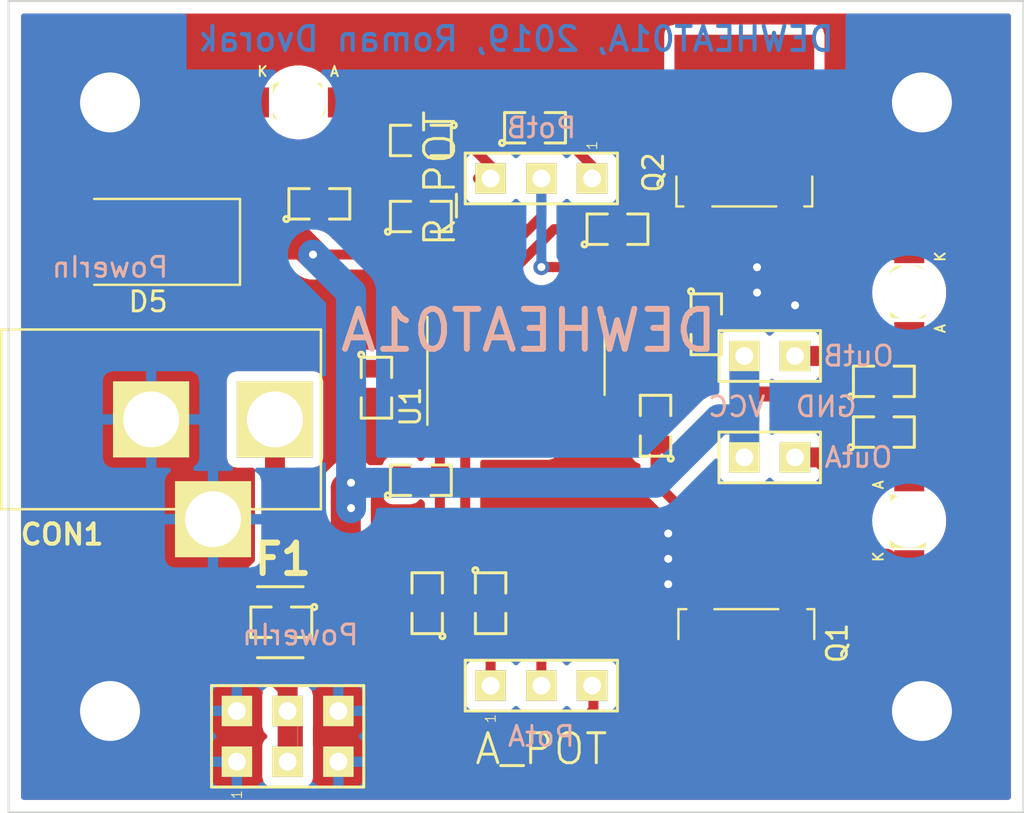
<source format=kicad_pcb>
(kicad_pcb (version 20191123) (host pcbnew "5.99.0-unknown-d20d310~100~ubuntu19.10.1")

  (general
    (thickness 1.6)
    (drawings 16)
    (tracks 157)
    (modules 32)
    (nets 23)
  )

  (page "A4")
  (layers
    (0 "F.Cu" signal)
    (31 "B.Cu" signal)
    (32 "B.Adhes" user)
    (33 "F.Adhes" user)
    (34 "B.Paste" user)
    (35 "F.Paste" user)
    (36 "B.SilkS" user)
    (37 "F.SilkS" user)
    (38 "B.Mask" user)
    (39 "F.Mask" user)
    (40 "Dwgs.User" user)
    (41 "Cmts.User" user)
    (42 "Eco1.User" user)
    (43 "Eco2.User" user)
    (44 "Edge.Cuts" user)
    (45 "Margin" user)
    (46 "B.CrtYd" user)
    (47 "F.CrtYd" user)
    (48 "B.Fab" user hide)
    (49 "F.Fab" user hide)
  )

  (setup
    (stackup
      (layer "F.SilkS" (type "Top Silk Screen"))
      (layer "F.Paste" (type "Top Solder Paste"))
      (layer "F.Mask" (type "Top Solder Mask") (color "Green") (thickness 0.01))
      (layer "F.Cu" (type "copper") (thickness 0.035))
      (layer "dielectric 1" (type "core") (thickness 1.51) (material "FR4") (epsilon_r 4.5) (loss_tangent 0.02))
      (layer "B.Cu" (type "copper") (thickness 0.035))
      (layer "B.Mask" (type "Bottom Solder Mask") (color "Green") (thickness 0.01))
      (layer "B.Paste" (type "Bottom Solder Paste"))
      (layer "B.SilkS" (type "Bottom Silk Screen"))
      (copper_finish "None")
      (dielectric_constraints no)
    )
    (last_trace_width 1.5)
    (user_trace_width 0.5)
    (user_trace_width 0.75)
    (user_trace_width 1)
    (user_trace_width 1.5)
    (trace_clearance 0.2)
    (zone_clearance 0.508)
    (zone_45_only no)
    (trace_min 0.2)
    (via_size 0.8)
    (via_drill 0.4)
    (via_min_size 0.4)
    (via_min_drill 0.3)
    (uvia_size 0.3)
    (uvia_drill 0.1)
    (uvias_allowed no)
    (uvia_min_size 0.2)
    (uvia_min_drill 0.1)
    (max_error 0.005)
    (defaults
      (edge_clearance 0.01)
      (edge_cuts_line_width 0.05)
      (courtyard_line_width 0.05)
      (copper_line_width 0.2)
      (copper_text_dims (size 1.5 1.5) (thickness 0.3))
      (silk_line_width 0.12)
      (silk_text_dims (size 1 1) (thickness 0.15))
      (other_layers_line_width 0.1)
      (other_layers_text_dims (size 1 1) (thickness 0.15))
    )
    (pad_size 2 3.5)
    (pad_drill 0)
    (pad_to_mask_clearance 0.051)
    (solder_mask_min_width 0.25)
    (aux_axis_origin 66.04 48.26)
    (visible_elements FFFFFF7F)
    (pcbplotparams
      (layerselection 0x010fc_ffffffff)
      (usegerberextensions false)
      (usegerberattributes false)
      (usegerberadvancedattributes false)
      (creategerberjobfile false)
      (excludeedgelayer true)
      (linewidth 0.100000)
      (plotframeref false)
      (viasonmask false)
      (mode 1)
      (useauxorigin false)
      (hpglpennumber 1)
      (hpglpenspeed 20)
      (hpglpendiameter 15.000000)
      (psnegative false)
      (psa4output false)
      (plotreference true)
      (plotvalue true)
      (plotinvisibletext false)
      (padsonsilk false)
      (subtractmaskfromsilk false)
      (outputformat 1)
      (mirror false)
      (drillshape 0)
      (scaleselection 1)
      (outputdirectory "../cam_profi/")
    )
  )

  (net 0 "")
  (net 1 "VCC")
  (net 2 "Net-(C1-Pad2)")
  (net 3 "Net-(C2-Pad2)")
  (net 4 "Net-(C3-Pad1)")
  (net 5 "GND")
  (net 6 "Net-(C4-Pad1)")
  (net 7 "Net-(CON1-Pad1)")
  (net 8 "Net-(D1-Pad2)")
  (net 9 "Net-(D2-Pad2)")
  (net 10 "Net-(D3-Pad1)")
  (net 11 "Net-(D4-Pad1)")
  (net 12 "Net-(D8-Pad2)")
  (net 13 "Net-(D6-Pad2)")
  (net 14 "Net-(Q1-PadG)")
  (net 15 "Net-(Q2-PadG)")
  (net 16 "Net-(RV1-Pad2)")
  (net 17 "Net-(RV2-Pad2)")
  (net 18 "Net-(D7-Pad1)")
  (net 19 "Net-(D7-Pad2)")
  (net 20 "Net-(D8-Pad1)")
  (net 21 "Net-(R3-Pad2)")
  (net 22 "Net-(R4-Pad2)")

  (net_class "Default" "Toto je výchozí třída sítě."
    (clearance 0.2)
    (trace_width 0.25)
    (via_dia 0.8)
    (via_drill 0.4)
    (uvia_dia 0.3)
    (uvia_drill 0.1)
    (add_net "GND")
    (add_net "Net-(C1-Pad2)")
    (add_net "Net-(C2-Pad2)")
    (add_net "Net-(C3-Pad1)")
    (add_net "Net-(C4-Pad1)")
    (add_net "Net-(CON1-Pad1)")
    (add_net "Net-(D1-Pad2)")
    (add_net "Net-(D2-Pad2)")
    (add_net "Net-(D3-Pad1)")
    (add_net "Net-(D4-Pad1)")
    (add_net "Net-(D6-Pad2)")
    (add_net "Net-(D7-Pad1)")
    (add_net "Net-(D7-Pad2)")
    (add_net "Net-(D8-Pad1)")
    (add_net "Net-(D8-Pad2)")
    (add_net "Net-(Q1-PadG)")
    (add_net "Net-(Q2-PadG)")
    (add_net "Net-(R3-Pad2)")
    (add_net "Net-(R4-Pad2)")
    (add_net "Net-(RV1-Pad2)")
    (add_net "Net-(RV2-Pad2)")
    (add_net "VCC")
  )

  (module "Mlab_CON:DC2,1MM" placed (layer "F.Cu") (tedit 556585CC) (tstamp 5DF1FD75)
    (at 75.565 69.215 180)
    (tags "DC2,1MM nap. konektor")
    (path "/5E09FAF8")
    (fp_text reference "CON1" (at 6.8453 -5.7658) (layer "F.SilkS")
      (effects (font (size 1.016 1.016) (thickness 0.2032)))
    )
    (fp_text value "JACK_DC2.1" (at 2.2225 3.5433) (layer "F.SilkS") hide
      (effects (font (size 1.016 1.016) (thickness 0.2032)))
    )
    (fp_line (start -6.11 -4.5) (end -6.11 4.5) (layer "F.SilkS") (width 0.127))
    (fp_line (start -6.11 4.5) (end 9.89 4.5) (layer "F.SilkS") (width 0.127))
    (fp_line (start 9.89 4.5) (end 9.89 -4.5) (layer "F.SilkS") (width 0.127))
    (fp_line (start 9.89 -4.5) (end -6.11 -4.5) (layer "F.SilkS") (width 0.127))
    (pad "3" thru_hole rect (at -0.71 -5 180) (size 3.81 3.81) (drill 2.8) (layers *.Cu *.Mask "F.SilkS")
      (net 5 "GND"))
    (pad "1" thru_hole rect (at -3.81 0 180) (size 3.81 3.81) (drill 2.8) (layers *.Cu *.Mask "F.SilkS")
      (net 7 "Net-(CON1-Pad1)"))
    (pad "2" thru_hole rect (at 2.39 0 180) (size 3.81 3.81) (drill 2.8) (layers *.Cu *.Mask "F.SilkS")
      (net 5 "GND"))
  )

  (module "Diode_SMD:D_SMB_Handsoldering" (layer "F.Cu") (tedit 590B3D55) (tstamp 5DF2A07D)
    (at 73.025 60.325 180)
    (descr "Diode SMB (DO-214AA) Handsoldering")
    (tags "Diode SMB (DO-214AA) Handsoldering")
    (path "/5E0C1DAE")
    (attr smd)
    (fp_text reference "D5" (at 0 -3) (layer "F.SilkS")
      (effects (font (size 1 1) (thickness 0.15)))
    )
    (fp_text value "D_ZENER" (at 0 3) (layer "F.Fab")
      (effects (font (size 1 1) (thickness 0.15)))
    )
    (fp_line (start -4.6 -2.15) (end 2.7 -2.15) (layer "F.SilkS") (width 0.12))
    (fp_line (start -4.6 2.15) (end 2.7 2.15) (layer "F.SilkS") (width 0.12))
    (fp_line (start -0.64944 0.00102) (end 0.50118 -0.79908) (layer "F.Fab") (width 0.1))
    (fp_line (start -0.64944 0.00102) (end 0.50118 0.75032) (layer "F.Fab") (width 0.1))
    (fp_line (start 0.50118 0.75032) (end 0.50118 -0.79908) (layer "F.Fab") (width 0.1))
    (fp_line (start -0.64944 -0.79908) (end -0.64944 0.80112) (layer "F.Fab") (width 0.1))
    (fp_line (start 0.50118 0.00102) (end 1.4994 0.00102) (layer "F.Fab") (width 0.1))
    (fp_line (start -0.64944 0.00102) (end -1.55114 0.00102) (layer "F.Fab") (width 0.1))
    (fp_line (start -4.7 2.25) (end -4.7 -2.25) (layer "F.CrtYd") (width 0.05))
    (fp_line (start 4.7 2.25) (end -4.7 2.25) (layer "F.CrtYd") (width 0.05))
    (fp_line (start 4.7 -2.25) (end 4.7 2.25) (layer "F.CrtYd") (width 0.05))
    (fp_line (start -4.7 -2.25) (end 4.7 -2.25) (layer "F.CrtYd") (width 0.05))
    (fp_line (start 2.3 -2) (end -2.3 -2) (layer "F.Fab") (width 0.1))
    (fp_line (start 2.3 -2) (end 2.3 2) (layer "F.Fab") (width 0.1))
    (fp_line (start -2.3 2) (end -2.3 -2) (layer "F.Fab") (width 0.1))
    (fp_line (start 2.3 2) (end -2.3 2) (layer "F.Fab") (width 0.1))
    (fp_line (start -4.6 -2.15) (end -4.6 2.15) (layer "F.SilkS") (width 0.12))
    (fp_text user "%R" (at 0 -3) (layer "F.Fab")
      (effects (font (size 1 1) (thickness 0.15)))
    )
    (pad "2" smd rect (at 2.7 0 180) (size 3.5 2.3) (layers "F.Cu" "F.Paste" "F.Mask")
      (net 5 "GND"))
    (pad "1" smd rect (at -2.7 0 180) (size 3.5 2.3) (layers "F.Cu" "F.Paste" "F.Mask")
      (net 1 "VCC"))
    (model "${KISYS3DMOD}/Diode_SMD.3dshapes/D_SMB.wrl"
      (at (xyz 0 0 0))
      (scale (xyz 1 1 1))
      (rotate (xyz 0 0 0))
    )
  )

  (module "Mlab_Pin_Headers:Straight_1x03" (layer "F.Cu") (tedit 5C6D1965) (tstamp 5DF1FF17)
    (at 92.71 57.15 -90)
    (descr "pin header straight 1x03")
    (tags "pin header straight 1x03")
    (path "/5E02E2F8")
    (fp_text reference "RV2" (at 0 -5.08 90) (layer "F.SilkS") hide
      (effects (font (size 1.5 1.5) (thickness 0.15)))
    )
    (fp_text value "R_POT" (at 0 5.08 90) (layer "F.SilkS")
      (effects (font (size 1.5 1.5) (thickness 0.15)))
    )
    (fp_line (start -1.27 3.81) (end -1.27 -3.81) (layer "F.SilkS") (width 0.15))
    (fp_line (start 1.27 3.81) (end -1.27 3.81) (layer "F.SilkS") (width 0.15))
    (fp_line (start 1.27 -3.81) (end 1.27 3.81) (layer "F.SilkS") (width 0.15))
    (fp_line (start -1.27 -3.81) (end 1.27 -3.81) (layer "F.SilkS") (width 0.15))
    (fp_text user "1" (at -1.651 -2.54 90) (layer "F.SilkS")
      (effects (font (size 0.5 0.5) (thickness 0.05)))
    )
    (pad "1" thru_hole rect (at 0 -2.54 270) (size 1.524 1.524) (drill 0.889) (layers *.Cu *.Mask "F.SilkS")
      (net 9 "Net-(D2-Pad2)"))
    (pad "2" thru_hole rect (at 0 0 270) (size 1.524 1.524) (drill 0.889) (layers *.Cu *.Mask "F.SilkS")
      (net 17 "Net-(RV2-Pad2)"))
    (pad "3" thru_hole rect (at 0 2.54 270) (size 1.524 1.524) (drill 0.889) (layers *.Cu *.Mask "F.SilkS")
      (net 11 "Net-(D4-Pad1)"))
    (model "${KISYS3DMOD}/Connector_PinHeader_2.54mm.3dshapes/PinHeader_1x03_P2.54mm_Vertical.wrl"
      (offset (xyz 0 2.54 0))
      (scale (xyz 1 1 1))
      (rotate (xyz 0 0 0))
    )
  )

  (module "Mlab_Pin_Headers:Straight_1x03" (layer "F.Cu") (tedit 5C6D1965) (tstamp 5DF1FEEF)
    (at 92.71 82.55 90)
    (descr "pin header straight 1x03")
    (tags "pin header straight 1x03")
    (path "/5DF1B630")
    (fp_text reference "RV1" (at 0 -5.08 90) (layer "F.SilkS") hide
      (effects (font (size 1.5 1.5) (thickness 0.15)))
    )
    (fp_text value "A_POT" (at -3.175 0 180) (layer "F.SilkS")
      (effects (font (size 1.5 1.5) (thickness 0.15)))
    )
    (fp_line (start -1.27 3.81) (end -1.27 -3.81) (layer "F.SilkS") (width 0.15))
    (fp_line (start 1.27 3.81) (end -1.27 3.81) (layer "F.SilkS") (width 0.15))
    (fp_line (start 1.27 -3.81) (end 1.27 3.81) (layer "F.SilkS") (width 0.15))
    (fp_line (start -1.27 -3.81) (end 1.27 -3.81) (layer "F.SilkS") (width 0.15))
    (fp_text user "1" (at -1.651 -2.54 90) (layer "F.SilkS")
      (effects (font (size 0.5 0.5) (thickness 0.05)))
    )
    (pad "1" thru_hole rect (at 0 -2.54 90) (size 1.524 1.524) (drill 0.889) (layers *.Cu *.Mask "F.SilkS")
      (net 8 "Net-(D1-Pad2)"))
    (pad "2" thru_hole rect (at 0 0 90) (size 1.524 1.524) (drill 0.889) (layers *.Cu *.Mask "F.SilkS")
      (net 16 "Net-(RV1-Pad2)"))
    (pad "3" thru_hole rect (at 0 2.54 90) (size 1.524 1.524) (drill 0.889) (layers *.Cu *.Mask "F.SilkS")
      (net 10 "Net-(D3-Pad1)"))
    (model "${KISYS3DMOD}/Connector_PinHeader_2.54mm.3dshapes/PinHeader_1x03_P2.54mm_Vertical.wrl"
      (offset (xyz 0 2.54 0))
      (scale (xyz 1 1 1))
      (rotate (xyz 0 0 0))
    )
  )

  (module "Mlab_Mechanical:MountingHole_3mm" placed (layer "F.Cu") (tedit 5A99DD0D) (tstamp 5DF21205)
    (at 111.76 53.34)
    (descr "Mounting hole, Befestigungsbohrung, 3mm, No Annular, Kein Restring,")
    (tags "Mounting hole, Befestigungsbohrung, 3mm, No Annular, Kein Restring,")
    (path "/5E101473")
    (fp_text reference "M4" (at 0 -4.191) (layer "F.SilkS") hide
      (effects (font (size 1.524 1.524) (thickness 0.3048)))
    )
    (fp_text value "HOLE" (at 0 4.191) (layer "F.SilkS") hide
      (effects (font (size 1.524 1.524) (thickness 0.3048)))
    )
    (fp_circle (center 0 0) (end 2.99974 0) (layer "Cmts.User") (width 0.381))
    (pad "1" thru_hole circle (at 0 0) (size 6 6) (drill 3) (layers *.Cu *.Adhes *.Mask)
      (net 5 "GND") (clearance 1) (zone_connect 2))
    (model "${MLAB}/src/3d/mechanical/m3_komplet.step"
      (at (xyz 0 0 0))
      (scale (xyz 1 1 1))
      (rotate (xyz 0 0 0))
    )
  )

  (module "Mlab_Mechanical:MountingHole_3mm" placed (layer "F.Cu") (tedit 5A99DD0D) (tstamp 5DF21FE7)
    (at 71.12 83.82)
    (descr "Mounting hole, Befestigungsbohrung, 3mm, No Annular, Kein Restring,")
    (tags "Mounting hole, Befestigungsbohrung, 3mm, No Annular, Kein Restring,")
    (path "/5E100DD7")
    (fp_text reference "M3" (at 0 -4.191) (layer "F.SilkS") hide
      (effects (font (size 1.524 1.524) (thickness 0.3048)))
    )
    (fp_text value "HOLE" (at 0 4.191) (layer "F.SilkS") hide
      (effects (font (size 1.524 1.524) (thickness 0.3048)))
    )
    (fp_circle (center 0 0) (end 2.99974 0) (layer "Cmts.User") (width 0.381))
    (pad "1" thru_hole circle (at 0 0) (size 6 6) (drill 3) (layers *.Cu *.Adhes *.Mask)
      (net 5 "GND") (clearance 1) (zone_connect 2))
    (model "${MLAB}/src/3d/mechanical/m3_komplet.step"
      (at (xyz 0 0 0))
      (scale (xyz 1 1 1))
      (rotate (xyz 0 0 0))
    )
  )

  (module "Mlab_Mechanical:MountingHole_3mm" placed (layer "F.Cu") (tedit 5A99DD0D) (tstamp 5DF211F9)
    (at 71.12 53.34)
    (descr "Mounting hole, Befestigungsbohrung, 3mm, No Annular, Kein Restring,")
    (tags "Mounting hole, Befestigungsbohrung, 3mm, No Annular, Kein Restring,")
    (path "/5E100769")
    (fp_text reference "M2" (at 0 -4.191) (layer "F.SilkS") hide
      (effects (font (size 1.524 1.524) (thickness 0.3048)))
    )
    (fp_text value "HOLE" (at 0 4.191) (layer "F.SilkS") hide
      (effects (font (size 1.524 1.524) (thickness 0.3048)))
    )
    (fp_circle (center 0 0) (end 2.99974 0) (layer "Cmts.User") (width 0.381))
    (pad "1" thru_hole circle (at 0 0) (size 6 6) (drill 3) (layers *.Cu *.Adhes *.Mask)
      (net 5 "GND") (clearance 1) (zone_connect 2))
    (model "${MLAB}/src/3d/mechanical/m3_komplet.step"
      (at (xyz 0 0 0))
      (scale (xyz 1 1 1))
      (rotate (xyz 0 0 0))
    )
  )

  (module "Mlab_Mechanical:MountingHole_3mm" placed (layer "F.Cu") (tedit 5A99DD0D) (tstamp 5DF211F3)
    (at 111.76 83.82)
    (descr "Mounting hole, Befestigungsbohrung, 3mm, No Annular, Kein Restring,")
    (tags "Mounting hole, Befestigungsbohrung, 3mm, No Annular, Kein Restring,")
    (path "/5E0FDF44")
    (fp_text reference "M1" (at 0 -4.191) (layer "F.SilkS") hide
      (effects (font (size 1.524 1.524) (thickness 0.3048)))
    )
    (fp_text value "HOLE" (at 0 4.191) (layer "F.SilkS") hide
      (effects (font (size 1.524 1.524) (thickness 0.3048)))
    )
    (fp_circle (center 0 0) (end 2.99974 0) (layer "Cmts.User") (width 0.381))
    (pad "1" thru_hole circle (at 0 0) (size 6 6) (drill 3) (layers *.Cu *.Adhes *.Mask)
      (net 5 "GND") (clearance 1) (zone_connect 2))
    (model "${MLAB}/src/3d/mechanical/m3_komplet.step"
      (at (xyz 0 0 0))
      (scale (xyz 1 1 1))
      (rotate (xyz 0 0 0))
    )
  )

  (module "Mlab_R:SMD-0805" (layer "F.Cu") (tedit 5C6D150A) (tstamp 5DF1FD31)
    (at 86.6775 72.263)
    (path "/5DF43FA5")
    (attr smd)
    (fp_text reference "C1" (at 0.3175 0) (layer "F.Fab")
      (effects (font (size 0.50038 0.50038) (thickness 0.10922)))
    )
    (fp_text value "C" (at 0.127 0.381) (layer "F.Fab")
      (effects (font (size 0.50038 0.50038) (thickness 0.10922)))
    )
    (fp_line (start 1.524 0.762) (end 0.508 0.762) (layer "F.SilkS") (width 0.15))
    (fp_line (start 1.524 -0.762) (end 1.524 0.762) (layer "F.SilkS") (width 0.15))
    (fp_line (start 0.508 -0.762) (end 1.524 -0.762) (layer "F.SilkS") (width 0.15))
    (fp_line (start -0.508 0.762) (end -1.524 0.762) (layer "F.SilkS") (width 0.15))
    (fp_line (start -1.524 0.762) (end -1.524 -0.762) (layer "F.Fab") (width 0.15))
    (fp_line (start -1.524 -0.762) (end -0.508 -0.762) (layer "F.Fab") (width 0.15))
    (fp_circle (center -1.651 0.762) (end -1.651 0.635) (layer "F.SilkS") (width 0.15))
    (fp_line (start -0.508 0.762) (end -1.524 0.762) (layer "F.Fab") (width 0.15))
    (fp_line (start -1.524 0.762) (end -1.524 -0.762) (layer "F.SilkS") (width 0.15))
    (fp_line (start -1.524 -0.762) (end -0.508 -0.762) (layer "F.SilkS") (width 0.15))
    (fp_line (start 0.508 -0.762) (end 1.524 -0.762) (layer "F.Fab") (width 0.15))
    (fp_line (start 1.524 -0.762) (end 1.524 0.762) (layer "F.Fab") (width 0.15))
    (fp_line (start 1.524 0.762) (end 0.508 0.762) (layer "F.Fab") (width 0.15))
    (pad "1" smd rect (at -0.9525 0) (size 0.889 1.397) (layers "F.Cu" "F.Paste" "F.Mask")
      (net 1 "VCC"))
    (pad "2" smd rect (at 0.9525 0) (size 0.889 1.397) (layers "F.Cu" "F.Paste" "F.Mask")
      (net 2 "Net-(C1-Pad2)"))
    (model "${KISYS3DMOD}/Resistor_SMD.3dshapes/R_0805_2012Metric.wrl"
      (at (xyz 0 0 0))
      (scale (xyz 1 1 1))
      (rotate (xyz 0 0 0))
    )
  )

  (module "Package_SO:SOIC-14_3.9x8.7mm_P1.27mm" (layer "F.Cu") (tedit 5C97300E) (tstamp 5DF1FF37)
    (at 91.44 66.04 90)
    (descr "SOIC, 14 Pin (JEDEC MS-012AB, https://www.analog.com/media/en/package-pcb-resources/package/pkg_pdf/soic_narrow-r/r_14.pdf), generated with kicad-footprint-generator ipc_gullwing_generator.py")
    (tags "SOIC SO")
    (path "/5DF11CBD")
    (attr smd)
    (fp_text reference "U1" (at -2.54 -5.28 90) (layer "F.SilkS")
      (effects (font (size 1 1) (thickness 0.15)))
    )
    (fp_text value "NE556" (at 0 5.28 90) (layer "F.Fab")
      (effects (font (size 1 1) (thickness 0.15)))
    )
    (fp_text user "%R" (at 0 0 90) (layer "F.Fab")
      (effects (font (size 0.98 0.98) (thickness 0.15)))
    )
    (fp_line (start 3.7 -4.58) (end -3.7 -4.58) (layer "F.CrtYd") (width 0.05))
    (fp_line (start 3.7 4.58) (end 3.7 -4.58) (layer "F.CrtYd") (width 0.05))
    (fp_line (start -3.7 4.58) (end 3.7 4.58) (layer "F.CrtYd") (width 0.05))
    (fp_line (start -3.7 -4.58) (end -3.7 4.58) (layer "F.CrtYd") (width 0.05))
    (fp_line (start -1.95 -3.35) (end -0.975 -4.325) (layer "F.Fab") (width 0.1))
    (fp_line (start -1.95 4.325) (end -1.95 -3.35) (layer "F.Fab") (width 0.1))
    (fp_line (start 1.95 4.325) (end -1.95 4.325) (layer "F.Fab") (width 0.1))
    (fp_line (start 1.95 -4.325) (end 1.95 4.325) (layer "F.Fab") (width 0.1))
    (fp_line (start -0.975 -4.325) (end 1.95 -4.325) (layer "F.Fab") (width 0.1))
    (fp_line (start 0 -4.435) (end -3.45 -4.435) (layer "F.SilkS") (width 0.12))
    (fp_line (start 0 -4.435) (end 1.95 -4.435) (layer "F.SilkS") (width 0.12))
    (fp_line (start 0 4.435) (end -1.95 4.435) (layer "F.SilkS") (width 0.12))
    (fp_line (start 0 4.435) (end 1.95 4.435) (layer "F.SilkS") (width 0.12))
    (pad "14" smd roundrect (at 2.475 -3.81 90) (size 1.95 0.6) (layers "F.Cu" "F.Paste" "F.Mask") (roundrect_rratio 0.25)
      (net 1 "VCC"))
    (pad "13" smd roundrect (at 2.475 -2.54 90) (size 1.95 0.6) (layers "F.Cu" "F.Paste" "F.Mask") (roundrect_rratio 0.25)
      (net 3 "Net-(C2-Pad2)"))
    (pad "12" smd roundrect (at 2.475 -1.27 90) (size 1.95 0.6) (layers "F.Cu" "F.Paste" "F.Mask") (roundrect_rratio 0.25)
      (net 17 "Net-(RV2-Pad2)"))
    (pad "11" smd roundrect (at 2.475 0 90) (size 1.95 0.6) (layers "F.Cu" "F.Paste" "F.Mask") (roundrect_rratio 0.25)
      (net 6 "Net-(C4-Pad1)"))
    (pad "10" smd roundrect (at 2.475 1.27 90) (size 1.95 0.6) (layers "F.Cu" "F.Paste" "F.Mask") (roundrect_rratio 0.25)
      (net 1 "VCC"))
    (pad "9" smd roundrect (at 2.475 2.54 90) (size 1.95 0.6) (layers "F.Cu" "F.Paste" "F.Mask") (roundrect_rratio 0.25)
      (net 22 "Net-(R4-Pad2)"))
    (pad "8" smd roundrect (at 2.475 3.81 90) (size 1.95 0.6) (layers "F.Cu" "F.Paste" "F.Mask") (roundrect_rratio 0.25)
      (net 17 "Net-(RV2-Pad2)"))
    (pad "7" smd roundrect (at -2.475 3.81 90) (size 1.95 0.6) (layers "F.Cu" "F.Paste" "F.Mask") (roundrect_rratio 0.25)
      (net 5 "GND"))
    (pad "6" smd roundrect (at -2.475 2.54 90) (size 1.95 0.6) (layers "F.Cu" "F.Paste" "F.Mask") (roundrect_rratio 0.25)
      (net 16 "Net-(RV1-Pad2)"))
    (pad "5" smd roundrect (at -2.475 1.27 90) (size 1.95 0.6) (layers "F.Cu" "F.Paste" "F.Mask") (roundrect_rratio 0.25)
      (net 21 "Net-(R3-Pad2)"))
    (pad "4" smd roundrect (at -2.475 0 90) (size 1.95 0.6) (layers "F.Cu" "F.Paste" "F.Mask") (roundrect_rratio 0.25)
      (net 1 "VCC"))
    (pad "3" smd roundrect (at -2.475 -1.27 90) (size 1.95 0.6) (layers "F.Cu" "F.Paste" "F.Mask") (roundrect_rratio 0.25)
      (net 4 "Net-(C3-Pad1)"))
    (pad "2" smd roundrect (at -2.475 -2.54 90) (size 1.95 0.6) (layers "F.Cu" "F.Paste" "F.Mask") (roundrect_rratio 0.25)
      (net 16 "Net-(RV1-Pad2)"))
    (pad "1" smd roundrect (at -2.475 -3.81 90) (size 1.95 0.6) (layers "F.Cu" "F.Paste" "F.Mask") (roundrect_rratio 0.25)
      (net 2 "Net-(C1-Pad2)"))
    (model "${KISYS3DMOD}/Package_SO.3dshapes/SOIC-14_3.9x8.7mm_P1.27mm.wrl"
      (at (xyz 0 0 0))
      (scale (xyz 1 1 1))
      (rotate (xyz 0 0 0))
    )
  )

  (module "Mlab_R:SMD-0805" (layer "F.Cu") (tedit 5C6D150A) (tstamp 5DF1FEC7)
    (at 109.855 67.31)
    (path "/5E0B2481")
    (attr smd)
    (fp_text reference "R6" (at 0 -0.3175) (layer "F.Fab")
      (effects (font (size 0.50038 0.50038) (thickness 0.10922)))
    )
    (fp_text value "R_Small" (at 0.127 0.381 90) (layer "F.Fab")
      (effects (font (size 0.50038 0.50038) (thickness 0.10922)))
    )
    (fp_line (start 1.524 0.762) (end 0.508 0.762) (layer "F.SilkS") (width 0.15))
    (fp_line (start 1.524 -0.762) (end 1.524 0.762) (layer "F.SilkS") (width 0.15))
    (fp_line (start 0.508 -0.762) (end 1.524 -0.762) (layer "F.SilkS") (width 0.15))
    (fp_line (start -0.508 0.762) (end -1.524 0.762) (layer "F.SilkS") (width 0.15))
    (fp_line (start -1.524 0.762) (end -1.524 -0.762) (layer "F.Fab") (width 0.15))
    (fp_line (start -1.524 -0.762) (end -0.508 -0.762) (layer "F.Fab") (width 0.15))
    (fp_circle (center -1.651 0.762) (end -1.651 0.635) (layer "F.SilkS") (width 0.15))
    (fp_line (start -0.508 0.762) (end -1.524 0.762) (layer "F.Fab") (width 0.15))
    (fp_line (start -1.524 0.762) (end -1.524 -0.762) (layer "F.SilkS") (width 0.15))
    (fp_line (start -1.524 -0.762) (end -0.508 -0.762) (layer "F.SilkS") (width 0.15))
    (fp_line (start 0.508 -0.762) (end 1.524 -0.762) (layer "F.Fab") (width 0.15))
    (fp_line (start 1.524 -0.762) (end 1.524 0.762) (layer "F.Fab") (width 0.15))
    (fp_line (start 1.524 0.762) (end 0.508 0.762) (layer "F.Fab") (width 0.15))
    (pad "1" smd rect (at -0.9525 0) (size 0.889 1.397) (layers "F.Cu" "F.Paste" "F.Mask")
      (net 1 "VCC"))
    (pad "2" smd rect (at 0.9525 0) (size 0.889 1.397) (layers "F.Cu" "F.Paste" "F.Mask")
      (net 12 "Net-(D8-Pad2)"))
    (model "${KISYS3DMOD}/Resistor_SMD.3dshapes/R_0805_2012Metric.wrl"
      (at (xyz 0 0 0))
      (scale (xyz 1 1 1))
      (rotate (xyz 0 0 0))
    )
  )

  (module "Mlab_R:SMD-0805" (layer "F.Cu") (tedit 5C6D150A) (tstamp 5DF25136)
    (at 109.855 69.85)
    (path "/5E0B1EA1")
    (attr smd)
    (fp_text reference "R5" (at 0 -0.3175) (layer "F.Fab")
      (effects (font (size 0.50038 0.50038) (thickness 0.10922)))
    )
    (fp_text value "R_Small" (at 0.127 0.381) (layer "F.Fab")
      (effects (font (size 0.50038 0.50038) (thickness 0.10922)))
    )
    (fp_line (start 1.524 0.762) (end 0.508 0.762) (layer "F.SilkS") (width 0.15))
    (fp_line (start 1.524 -0.762) (end 1.524 0.762) (layer "F.SilkS") (width 0.15))
    (fp_line (start 0.508 -0.762) (end 1.524 -0.762) (layer "F.SilkS") (width 0.15))
    (fp_line (start -0.508 0.762) (end -1.524 0.762) (layer "F.SilkS") (width 0.15))
    (fp_line (start -1.524 0.762) (end -1.524 -0.762) (layer "F.Fab") (width 0.15))
    (fp_line (start -1.524 -0.762) (end -0.508 -0.762) (layer "F.Fab") (width 0.15))
    (fp_circle (center -1.651 0.762) (end -1.651 0.635) (layer "F.SilkS") (width 0.15))
    (fp_line (start -0.508 0.762) (end -1.524 0.762) (layer "F.Fab") (width 0.15))
    (fp_line (start -1.524 0.762) (end -1.524 -0.762) (layer "F.SilkS") (width 0.15))
    (fp_line (start -1.524 -0.762) (end -0.508 -0.762) (layer "F.SilkS") (width 0.15))
    (fp_line (start 0.508 -0.762) (end 1.524 -0.762) (layer "F.Fab") (width 0.15))
    (fp_line (start 1.524 -0.762) (end 1.524 0.762) (layer "F.Fab") (width 0.15))
    (fp_line (start 1.524 0.762) (end 0.508 0.762) (layer "F.Fab") (width 0.15))
    (pad "1" smd rect (at -0.9525 0) (size 0.889 1.397) (layers "F.Cu" "F.Paste" "F.Mask")
      (net 1 "VCC"))
    (pad "2" smd rect (at 0.9525 0) (size 0.889 1.397) (layers "F.Cu" "F.Paste" "F.Mask")
      (net 19 "Net-(D7-Pad2)"))
    (model "${KISYS3DMOD}/Resistor_SMD.3dshapes/R_0805_2012Metric.wrl"
      (at (xyz 0 0 0))
      (scale (xyz 1 1 1))
      (rotate (xyz 0 0 0))
    )
  )

  (module "Mlab_R:SMD-0805" (layer "F.Cu") (tedit 5C6D150A) (tstamp 5DF1FEA1)
    (at 100.965 64.4525 -90)
    (path "/5E089F80")
    (attr smd)
    (fp_text reference "R4" (at 0 -0.3175 -270) (layer "F.Fab")
      (effects (font (size 0.50038 0.50038) (thickness 0.10922)))
    )
    (fp_text value "150R" (at 0.127 0.381 -270) (layer "F.Fab")
      (effects (font (size 0.50038 0.50038) (thickness 0.10922)))
    )
    (fp_line (start 1.524 0.762) (end 0.508 0.762) (layer "F.SilkS") (width 0.15))
    (fp_line (start 1.524 -0.762) (end 1.524 0.762) (layer "F.SilkS") (width 0.15))
    (fp_line (start 0.508 -0.762) (end 1.524 -0.762) (layer "F.SilkS") (width 0.15))
    (fp_line (start -0.508 0.762) (end -1.524 0.762) (layer "F.SilkS") (width 0.15))
    (fp_line (start -1.524 0.762) (end -1.524 -0.762) (layer "F.Fab") (width 0.15))
    (fp_line (start -1.524 -0.762) (end -0.508 -0.762) (layer "F.Fab") (width 0.15))
    (fp_circle (center -1.651 0.762) (end -1.651 0.635) (layer "F.SilkS") (width 0.15))
    (fp_line (start -0.508 0.762) (end -1.524 0.762) (layer "F.Fab") (width 0.15))
    (fp_line (start -1.524 0.762) (end -1.524 -0.762) (layer "F.SilkS") (width 0.15))
    (fp_line (start -1.524 -0.762) (end -0.508 -0.762) (layer "F.SilkS") (width 0.15))
    (fp_line (start 0.508 -0.762) (end 1.524 -0.762) (layer "F.Fab") (width 0.15))
    (fp_line (start 1.524 -0.762) (end 1.524 0.762) (layer "F.Fab") (width 0.15))
    (fp_line (start 1.524 0.762) (end 0.508 0.762) (layer "F.Fab") (width 0.15))
    (pad "1" smd rect (at -0.9525 0 270) (size 0.889 1.397) (layers "F.Cu" "F.Paste" "F.Mask")
      (net 15 "Net-(Q2-PadG)"))
    (pad "2" smd rect (at 0.9525 0 270) (size 0.889 1.397) (layers "F.Cu" "F.Paste" "F.Mask")
      (net 22 "Net-(R4-Pad2)"))
    (model "${KISYS3DMOD}/Resistor_SMD.3dshapes/R_0805_2012Metric.wrl"
      (at (xyz 0 0 0))
      (scale (xyz 1 1 1))
      (rotate (xyz 0 0 0))
    )
  )

  (module "Mlab_R:SMD-0805" (layer "F.Cu") (tedit 5C6D150A) (tstamp 5DF1FE8E)
    (at 98.425 69.5325 90)
    (path "/5E0896F5")
    (attr smd)
    (fp_text reference "R3" (at 0 -0.3175 90) (layer "F.Fab")
      (effects (font (size 0.50038 0.50038) (thickness 0.10922)))
    )
    (fp_text value "150R" (at 0.127 0.381 90) (layer "F.Fab")
      (effects (font (size 0.50038 0.50038) (thickness 0.10922)))
    )
    (fp_line (start 1.524 0.762) (end 0.508 0.762) (layer "F.SilkS") (width 0.15))
    (fp_line (start 1.524 -0.762) (end 1.524 0.762) (layer "F.SilkS") (width 0.15))
    (fp_line (start 0.508 -0.762) (end 1.524 -0.762) (layer "F.SilkS") (width 0.15))
    (fp_line (start -0.508 0.762) (end -1.524 0.762) (layer "F.SilkS") (width 0.15))
    (fp_line (start -1.524 0.762) (end -1.524 -0.762) (layer "F.Fab") (width 0.15))
    (fp_line (start -1.524 -0.762) (end -0.508 -0.762) (layer "F.Fab") (width 0.15))
    (fp_circle (center -1.651 0.762) (end -1.651 0.635) (layer "F.SilkS") (width 0.15))
    (fp_line (start -0.508 0.762) (end -1.524 0.762) (layer "F.Fab") (width 0.15))
    (fp_line (start -1.524 0.762) (end -1.524 -0.762) (layer "F.SilkS") (width 0.15))
    (fp_line (start -1.524 -0.762) (end -0.508 -0.762) (layer "F.SilkS") (width 0.15))
    (fp_line (start 0.508 -0.762) (end 1.524 -0.762) (layer "F.Fab") (width 0.15))
    (fp_line (start 1.524 -0.762) (end 1.524 0.762) (layer "F.Fab") (width 0.15))
    (fp_line (start 1.524 0.762) (end 0.508 0.762) (layer "F.Fab") (width 0.15))
    (pad "1" smd rect (at -0.9525 0 90) (size 0.889 1.397) (layers "F.Cu" "F.Paste" "F.Mask")
      (net 14 "Net-(Q1-PadG)"))
    (pad "2" smd rect (at 0.9525 0 90) (size 0.889 1.397) (layers "F.Cu" "F.Paste" "F.Mask")
      (net 21 "Net-(R3-Pad2)"))
    (model "${KISYS3DMOD}/Resistor_SMD.3dshapes/R_0805_2012Metric.wrl"
      (at (xyz 0 0 0))
      (scale (xyz 1 1 1))
      (rotate (xyz 0 0 0))
    )
  )

  (module "Mlab_R:SMD-0805" (layer "F.Cu") (tedit 5C6D150A) (tstamp 5DF1FE7B)
    (at 81.5975 58.42)
    (path "/5E0F3281")
    (attr smd)
    (fp_text reference "R2" (at 0 -0.3175) (layer "F.Fab")
      (effects (font (size 0.50038 0.50038) (thickness 0.10922)))
    )
    (fp_text value "R_Small" (at 0.127 0.381) (layer "F.Fab")
      (effects (font (size 0.50038 0.50038) (thickness 0.10922)))
    )
    (fp_line (start 1.524 0.762) (end 0.508 0.762) (layer "F.SilkS") (width 0.15))
    (fp_line (start 1.524 -0.762) (end 1.524 0.762) (layer "F.SilkS") (width 0.15))
    (fp_line (start 0.508 -0.762) (end 1.524 -0.762) (layer "F.SilkS") (width 0.15))
    (fp_line (start -0.508 0.762) (end -1.524 0.762) (layer "F.SilkS") (width 0.15))
    (fp_line (start -1.524 0.762) (end -1.524 -0.762) (layer "F.Fab") (width 0.15))
    (fp_line (start -1.524 -0.762) (end -0.508 -0.762) (layer "F.Fab") (width 0.15))
    (fp_circle (center -1.651 0.762) (end -1.651 0.635) (layer "F.SilkS") (width 0.15))
    (fp_line (start -0.508 0.762) (end -1.524 0.762) (layer "F.Fab") (width 0.15))
    (fp_line (start -1.524 0.762) (end -1.524 -0.762) (layer "F.SilkS") (width 0.15))
    (fp_line (start -1.524 -0.762) (end -0.508 -0.762) (layer "F.SilkS") (width 0.15))
    (fp_line (start 0.508 -0.762) (end 1.524 -0.762) (layer "F.Fab") (width 0.15))
    (fp_line (start 1.524 -0.762) (end 1.524 0.762) (layer "F.Fab") (width 0.15))
    (fp_line (start 1.524 0.762) (end 0.508 0.762) (layer "F.Fab") (width 0.15))
    (pad "1" smd rect (at -0.9525 0) (size 0.889 1.397) (layers "F.Cu" "F.Paste" "F.Mask")
      (net 1 "VCC"))
    (pad "2" smd rect (at 0.9525 0) (size 0.889 1.397) (layers "F.Cu" "F.Paste" "F.Mask")
      (net 13 "Net-(D6-Pad2)"))
    (model "${KISYS3DMOD}/Resistor_SMD.3dshapes/R_0805_2012Metric.wrl"
      (at (xyz 0 0 0))
      (scale (xyz 1 1 1))
      (rotate (xyz 0 0 0))
    )
  )

  (module "Mlab_R:SMD-0805" (layer "F.Cu") (tedit 5C6D150A) (tstamp 5DF1FE68)
    (at 79.6925 79.375 180)
    (path "/5E0C85BD")
    (attr smd)
    (fp_text reference "R1" (at 0 -0.3175) (layer "F.Fab")
      (effects (font (size 0.50038 0.50038) (thickness 0.10922)))
    )
    (fp_text value "R_Small" (at 0.127 0.381) (layer "F.Fab")
      (effects (font (size 0.50038 0.50038) (thickness 0.10922)))
    )
    (fp_line (start 1.524 0.762) (end 0.508 0.762) (layer "F.SilkS") (width 0.15))
    (fp_line (start 1.524 -0.762) (end 1.524 0.762) (layer "F.SilkS") (width 0.15))
    (fp_line (start 0.508 -0.762) (end 1.524 -0.762) (layer "F.SilkS") (width 0.15))
    (fp_line (start -0.508 0.762) (end -1.524 0.762) (layer "F.SilkS") (width 0.15))
    (fp_line (start -1.524 0.762) (end -1.524 -0.762) (layer "F.Fab") (width 0.15))
    (fp_line (start -1.524 -0.762) (end -0.508 -0.762) (layer "F.Fab") (width 0.15))
    (fp_circle (center -1.651 0.762) (end -1.651 0.635) (layer "F.SilkS") (width 0.15))
    (fp_line (start -0.508 0.762) (end -1.524 0.762) (layer "F.Fab") (width 0.15))
    (fp_line (start -1.524 0.762) (end -1.524 -0.762) (layer "F.SilkS") (width 0.15))
    (fp_line (start -1.524 -0.762) (end -0.508 -0.762) (layer "F.SilkS") (width 0.15))
    (fp_line (start 0.508 -0.762) (end 1.524 -0.762) (layer "F.Fab") (width 0.15))
    (fp_line (start 1.524 -0.762) (end 1.524 0.762) (layer "F.Fab") (width 0.15))
    (fp_line (start 1.524 0.762) (end 0.508 0.762) (layer "F.Fab") (width 0.15))
    (pad "1" smd rect (at -0.9525 0 180) (size 0.889 1.397) (layers "F.Cu" "F.Paste" "F.Mask")
      (net 1 "VCC"))
    (pad "2" smd rect (at 0.9525 0 180) (size 0.889 1.397) (layers "F.Cu" "F.Paste" "F.Mask")
      (net 7 "Net-(CON1-Pad1)"))
    (model "${KISYS3DMOD}/Resistor_SMD.3dshapes/R_0805_2012Metric.wrl"
      (at (xyz 0 0 0))
      (scale (xyz 1 1 1))
      (rotate (xyz 0 0 0))
    )
  )

  (module "Mlab_IO:DPAK-TO-252-2Lead" (layer "F.Cu") (tedit 5DF196FF) (tstamp 5DF1FE55)
    (at 102.86 57.15 90)
    (descr "TO-252-2Lead DPAK")
    (path "/5DF15ADD")
    (attr smd)
    (fp_text reference "Q2" (at 0.3 -4.54 90) (layer "F.SilkS")
      (effects (font (size 1 1) (thickness 0.15)))
    )
    (fp_text value "IRFR024N" (at 0.25 4.81 90) (layer "F.Fab")
      (effects (font (size 1 1) (thickness 0.15)))
    )
    (fp_line (start -1.4 -3.04) (end -1.4 -3.39) (layer "F.SilkS") (width 0.12))
    (fp_line (start -1.4 -3.39) (end 0.1 -3.39) (layer "F.SilkS") (width 0.12))
    (fp_line (start -1.4 1.61) (end -1.4 -1.59) (layer "F.SilkS") (width 0.12))
    (fp_line (start 0.1 3.41) (end -1.4 3.41) (layer "F.SilkS") (width 0.12))
    (fp_line (start -1.4 3.41) (end -1.4 3.01) (layer "F.SilkS") (width 0.12))
    (fp_line (start 4.68 -2.7) (end 5.88 -2.7) (layer "F.Fab") (width 0.1))
    (fp_line (start 5.88 -2.7) (end 5.88 2.72) (layer "F.Fab") (width 0.1))
    (fp_line (start 5.88 2.72) (end 4.67 2.72) (layer "F.Fab") (width 0.1))
    (fp_line (start -1.32 1.74) (end -4.23 1.74) (layer "F.Fab") (width 0.1))
    (fp_line (start -4.23 2.88) (end -1.32 2.88) (layer "F.Fab") (width 0.1))
    (fp_line (start -4.23 1.74) (end -4.23 2.88) (layer "F.Fab") (width 0.1))
    (fp_line (start -4.23 -2.86) (end -4.23 -1.72) (layer "F.Fab") (width 0.1))
    (fp_line (start -4.23 -1.72) (end -1.32 -1.72) (layer "F.Fab") (width 0.1))
    (fp_line (start -1.32 -2.86) (end -4.23 -2.86) (layer "F.Fab") (width 0.1))
    (fp_line (start -1.32 3.36) (end 4.67 3.36) (layer "F.Fab") (width 0.1))
    (fp_line (start 4.67 3.36) (end 4.67 -3.34) (layer "F.Fab") (width 0.1))
    (fp_line (start 4.67 -3.34) (end -1.32 -3.34) (layer "F.Fab") (width 0.1))
    (fp_line (start -1.32 3.36) (end -1.32 -3.34) (layer "F.Fab") (width 0.1))
    (fp_line (start 7.45 -3.74) (end 7.45 3.76) (layer "F.CrtYd") (width 0.05))
    (fp_line (start 7.45 -3.74) (end -5.7 -3.74) (layer "F.CrtYd") (width 0.05))
    (fp_line (start -5.7 3.76) (end 7.45 3.76) (layer "F.CrtYd") (width 0.05))
    (fp_line (start -5.7 3.76) (end -5.7 -3.74) (layer "F.CrtYd") (width 0.05))
    (pad "G" smd rect (at -3.7 -2.29) (size 2 3.5) (layers "F.Cu" "F.Paste" "F.Mask")
      (net 15 "Net-(Q2-PadG)"))
    (pad "S" smd rect (at -3.7 2.29) (size 2 3.5) (layers "F.Cu" "F.Paste" "F.Mask")
      (net 5 "GND"))
    (pad "D" smd rect (at 3.7 0.01) (size 7 7) (layers "F.Cu" "F.Paste" "F.Mask")
      (net 20 "Net-(D8-Pad1)"))
    (model "TO_SOT_Packages_SMD.3dshapes\\TO-252-2Lead.wrl"
      (offset (xyz -3.499999947435274 0 0))
      (scale (xyz 1 1 1))
      (rotate (xyz 0 0 90))
    )
  )

  (module "Mlab_IO:DPAK-TO-252-2Lead" (layer "F.Cu") (tedit 5DF196E2) (tstamp 5DF221CF)
    (at 102.98 80.12 -90)
    (descr "TO-252-2Lead DPAK")
    (path "/5DF14884")
    (attr smd)
    (fp_text reference "Q1" (at 0.3 -4.54 90) (layer "F.SilkS")
      (effects (font (size 1 1) (thickness 0.15)))
    )
    (fp_text value "IRFR024N" (at 0.25 4.81 90) (layer "F.Fab")
      (effects (font (size 1 1) (thickness 0.15)))
    )
    (fp_line (start -1.4 -3.04) (end -1.4 -3.39) (layer "F.SilkS") (width 0.12))
    (fp_line (start -1.4 -3.39) (end 0.1 -3.39) (layer "F.SilkS") (width 0.12))
    (fp_line (start -1.4 1.61) (end -1.4 -1.59) (layer "F.SilkS") (width 0.12))
    (fp_line (start 0.1 3.41) (end -1.4 3.41) (layer "F.SilkS") (width 0.12))
    (fp_line (start -1.4 3.41) (end -1.4 3.01) (layer "F.SilkS") (width 0.12))
    (fp_line (start 4.68 -2.7) (end 5.88 -2.7) (layer "F.Fab") (width 0.1))
    (fp_line (start 5.88 -2.7) (end 5.88 2.72) (layer "F.Fab") (width 0.1))
    (fp_line (start 5.88 2.72) (end 4.67 2.72) (layer "F.Fab") (width 0.1))
    (fp_line (start -1.32 1.74) (end -4.23 1.74) (layer "F.Fab") (width 0.1))
    (fp_line (start -4.23 2.88) (end -1.32 2.88) (layer "F.Fab") (width 0.1))
    (fp_line (start -4.23 1.74) (end -4.23 2.88) (layer "F.Fab") (width 0.1))
    (fp_line (start -4.23 -2.86) (end -4.23 -1.72) (layer "F.Fab") (width 0.1))
    (fp_line (start -4.23 -1.72) (end -1.32 -1.72) (layer "F.Fab") (width 0.1))
    (fp_line (start -1.32 -2.86) (end -4.23 -2.86) (layer "F.Fab") (width 0.1))
    (fp_line (start -1.32 3.36) (end 4.67 3.36) (layer "F.Fab") (width 0.1))
    (fp_line (start 4.67 3.36) (end 4.67 -3.34) (layer "F.Fab") (width 0.1))
    (fp_line (start 4.67 -3.34) (end -1.32 -3.34) (layer "F.Fab") (width 0.1))
    (fp_line (start -1.32 3.36) (end -1.32 -3.34) (layer "F.Fab") (width 0.1))
    (fp_line (start 7.45 -3.74) (end 7.45 3.76) (layer "F.CrtYd") (width 0.05))
    (fp_line (start 7.45 -3.74) (end -5.7 -3.74) (layer "F.CrtYd") (width 0.05))
    (fp_line (start -5.7 3.76) (end 7.45 3.76) (layer "F.CrtYd") (width 0.05))
    (fp_line (start -5.7 3.76) (end -5.7 -3.74) (layer "F.CrtYd") (width 0.05))
    (pad "G" smd rect (at -3.7 -2.29 180) (size 2 3.5) (layers "F.Cu" "F.Paste" "F.Mask")
      (net 14 "Net-(Q1-PadG)"))
    (pad "S" smd rect (at -3.7 2.29 180) (size 2 3.5) (layers "F.Cu" "F.Paste" "F.Mask")
      (net 5 "GND"))
    (pad "D" smd rect (at 3.7 0.01 180) (size 7 7) (layers "F.Cu" "F.Paste" "F.Mask")
      (net 18 "Net-(D7-Pad1)"))
    (model "TO_SOT_Packages_SMD.3dshapes\\TO-252-2Lead.wrl"
      (offset (xyz -3.499999947435274 0 0))
      (scale (xyz 1 1 1))
      (rotate (xyz 0 0 90))
    )
  )

  (module "Mlab_Pin_Headers:Straight_1x02" (layer "F.Cu") (tedit 5C6D1906) (tstamp 5DF1FE1B)
    (at 104.14 66.04 90)
    (descr "pin header straight 1x02")
    (tags "pin header straight 1x02")
    (path "/5E08CEFA")
    (fp_text reference "J3" (at 0 -3.81 90) (layer "F.SilkS") hide
      (effects (font (size 1.5 1.5) (thickness 0.15)))
    )
    (fp_text value "Conn_Coaxial" (at 0 3.81 90) (layer "F.SilkS") hide
      (effects (font (size 1.5 1.5) (thickness 0.15)))
    )
    (fp_line (start -1.27 2.54) (end -1.27 -2.54) (layer "F.SilkS") (width 0.15))
    (fp_line (start 1.27 2.54) (end -1.27 2.54) (layer "F.SilkS") (width 0.15))
    (fp_line (start 1.27 -2.54) (end 1.27 2.54) (layer "F.SilkS") (width 0.15))
    (fp_line (start -1.27 -2.54) (end 1.27 -2.54) (layer "F.SilkS") (width 0.15))
    (fp_text user "1" (at -1.651 -1.27 90) (layer "F.SilkS") hide
      (effects (font (size 0.5 0.5) (thickness 0.05)))
    )
    (pad "1" thru_hole rect (at 0 -1.27 90) (size 1.524 1.524) (drill 0.889) (layers *.Cu *.Mask "F.SilkS")
      (net 1 "VCC"))
    (pad "2" thru_hole rect (at 0 1.27 90) (size 1.524 1.524) (drill 0.889) (layers *.Cu *.Mask "F.SilkS")
      (net 20 "Net-(D8-Pad1)"))
    (model "${KISYS3DMOD}/Connector_PinHeader_2.54mm.3dshapes/PinHeader_1x02_P2.54mm_Vertical.wrl"
      (offset (xyz 0 1.27 0))
      (scale (xyz 1 1 1))
      (rotate (xyz 0 0 0))
    )
  )

  (module "Mlab_Pin_Headers:Straight_1x02" (layer "F.Cu") (tedit 5C6D1906) (tstamp 5DF1FE10)
    (at 104.14 71.12 90)
    (descr "pin header straight 1x02")
    (tags "pin header straight 1x02")
    (path "/5E08BE7E")
    (fp_text reference "J2" (at 0 -3.81 90) (layer "F.SilkS") hide
      (effects (font (size 1.5 1.5) (thickness 0.15)))
    )
    (fp_text value "Conn_Coaxial" (at 0 3.81 90) (layer "F.SilkS") hide
      (effects (font (size 1.5 1.5) (thickness 0.15)))
    )
    (fp_line (start -1.27 2.54) (end -1.27 -2.54) (layer "F.SilkS") (width 0.15))
    (fp_line (start 1.27 2.54) (end -1.27 2.54) (layer "F.SilkS") (width 0.15))
    (fp_line (start 1.27 -2.54) (end 1.27 2.54) (layer "F.SilkS") (width 0.15))
    (fp_line (start -1.27 -2.54) (end 1.27 -2.54) (layer "F.SilkS") (width 0.15))
    (fp_text user "1" (at -1.651 -1.27 90) (layer "F.SilkS") hide
      (effects (font (size 0.5 0.5) (thickness 0.05)))
    )
    (pad "1" thru_hole rect (at 0 -1.27 90) (size 1.524 1.524) (drill 0.889) (layers *.Cu *.Mask "F.SilkS")
      (net 1 "VCC"))
    (pad "2" thru_hole rect (at 0 1.27 90) (size 1.524 1.524) (drill 0.889) (layers *.Cu *.Mask "F.SilkS")
      (net 18 "Net-(D7-Pad1)"))
    (model "${KISYS3DMOD}/Connector_PinHeader_2.54mm.3dshapes/PinHeader_1x02_P2.54mm_Vertical.wrl"
      (offset (xyz 0 1.27 0))
      (scale (xyz 1 1 1))
      (rotate (xyz 0 0 0))
    )
  )

  (module "Mlab_Pin_Headers:Straight_2x03" (layer "F.Cu") (tedit 5C6D19E5) (tstamp 5DF1FE05)
    (at 80.01 85.09 90)
    (descr "pin header straight 2x03")
    (tags "pin header straight 2x03")
    (path "/5E0D1947")
    (fp_text reference "J1" (at 0 -5.08 90) (layer "F.SilkS") hide
      (effects (font (size 1.5 1.5) (thickness 0.15)))
    )
    (fp_text value "JUMP_3X2" (at 0 5.08 90) (layer "F.SilkS") hide
      (effects (font (size 1.5 1.5) (thickness 0.15)))
    )
    (fp_line (start -2.54 3.81) (end -2.54 -3.81) (layer "F.SilkS") (width 0.15))
    (fp_line (start 2.54 3.81) (end -2.54 3.81) (layer "F.SilkS") (width 0.15))
    (fp_line (start 2.54 -3.81) (end 2.54 3.81) (layer "F.SilkS") (width 0.15))
    (fp_line (start -2.54 -3.81) (end 2.54 -3.81) (layer "F.SilkS") (width 0.15))
    (fp_text user "1" (at -2.921 -2.54 90) (layer "F.SilkS")
      (effects (font (size 0.5 0.5) (thickness 0.05)))
    )
    (pad "6" thru_hole rect (at 1.27 2.54 90) (size 1.524 1.524) (drill 0.889) (layers *.Cu *.Mask "F.SilkS")
      (net 5 "GND"))
    (pad "5" thru_hole rect (at -1.27 2.54 90) (size 1.524 1.524) (drill 0.889) (layers *.Cu *.Mask "F.SilkS")
      (net 5 "GND"))
    (pad "4" thru_hole rect (at 1.27 0 90) (size 1.524 1.524) (drill 0.889) (layers *.Cu *.Mask "F.SilkS")
      (net 7 "Net-(CON1-Pad1)"))
    (pad "3" thru_hole rect (at -1.27 0 90) (size 1.524 1.524) (drill 0.889) (layers *.Cu *.Mask "F.SilkS")
      (net 7 "Net-(CON1-Pad1)"))
    (pad "2" thru_hole rect (at 1.27 -2.54 90) (size 1.524 1.524) (drill 0.889) (layers *.Cu *.Mask "F.SilkS")
      (net 5 "GND"))
    (pad "1" thru_hole rect (at -1.27 -2.54 90) (size 1.524 1.524) (drill 0.889) (layers *.Cu *.Mask "F.SilkS")
      (net 5 "GND"))
    (model "${KISYS3DMOD}/Connector_PinHeader_2.54mm.3dshapes/PinHeader_2x03_P2.54mm_Vertical.wrl"
      (offset (xyz -1.27 2.54 0))
      (scale (xyz 1 1 1))
      (rotate (xyz 0 0 0))
    )
  )

  (module "Mlab_F:Drzak_2410" (layer "F.Cu") (tedit 564C162A) (tstamp 5DF1FDF6)
    (at 79.64 79.375)
    (descr "F 2410 s držákem")
    (tags "F 2410 s držákem")
    (path "/5E0C4FF4")
    (attr smd)
    (fp_text reference "F1" (at 0.13462 -3.15468) (layer "F.SilkS")
      (effects (font (size 1.524 1.524) (thickness 0.3048)))
    )
    (fp_text value "Fuse_Small" (at 0 3.81) (layer "F.SilkS") hide
      (effects (font (size 1.524 1.524) (thickness 0.3048)))
    )
    (fp_line (start -1.143 -1.778) (end 1.143 -1.778) (layer "F.SilkS") (width 0.15))
    (fp_line (start -1.143 1.778) (end 1.143 1.778) (layer "F.SilkS") (width 0.15))
    (pad "2" smd rect (at 2.91 0) (size 3.33 3.81) (layers "F.Cu" "F.Paste" "F.Mask")
      (net 1 "VCC"))
    (pad "1" smd rect (at -2.91 0) (size 3.33 3.81) (layers "F.Cu" "F.Paste" "F.Mask")
      (net 7 "Net-(CON1-Pad1)"))
    (model "MLAB_3D/Diodes/MiniMELF_DO213AA.wrl"
      (at (xyz 0 0 0))
      (scale (xyz 0.3937 0.3937 0.3937))
      (rotate (xyz 0 0 0))
    )
  )

  (module "Mlab_D:LED_1206" (layer "F.Cu") (tedit 5C6D8605) (tstamp 5DF1FDEE)
    (at 111.125 62.865 90)
    (descr "Diode Mini-MELF Standard")
    (tags "Diode Mini-MELF Standard")
    (path "/5E0AE87E")
    (attr smd)
    (fp_text reference "D8" (at 0 0 90) (layer "F.SilkS")
      (effects (font (size 1.524 1.524) (thickness 0.3048)))
    )
    (fp_text value "LED" (at 0 3.81 90) (layer "F.SilkS") hide
      (effects (font (size 1.524 1.524) (thickness 0.3048)))
    )
    (fp_text user "K" (at 1.8542 0.0508 90) (layer "F.Fab")
      (effects (font (size 1.27 1.27) (thickness 0.15)))
    )
    (fp_line (start -2.4638 -1.4224) (end 2.4892 -1.4224) (layer "F.Fab") (width 0.15))
    (fp_line (start 2.5146 -1.4224) (end 2.5146 1.4224) (layer "F.Fab") (width 0.15))
    (fp_line (start 2.4384 1.4224) (end -2.5146 1.4224) (layer "F.Fab") (width 0.15))
    (fp_line (start -2.5146 1.4224) (end -2.5146 -1.4224) (layer "F.Fab") (width 0.15))
    (fp_text user "%R" (at 0 0 90) (layer "F.Fab")
      (effects (font (size 1.27 1.27) (thickness 0.15)))
    )
    (fp_text user "K" (at 1.80086 1.5494 90) (layer "F.SilkS")
      (effects (font (size 0.50038 0.50038) (thickness 0.09906)))
    )
    (fp_text user "A" (at -1.80086 1.5494 90) (layer "F.SilkS")
      (effects (font (size 0.50038 0.50038) (thickness 0.09906)))
    )
    (pad "" np_thru_hole circle (at 0 0 90) (size 2.7 2.7) (drill 2.7) (layers *.Cu *.Mask "F.SilkS"))
    (pad "1" smd rect (at 2 0 90) (size 1.05 1.5) (layers "F.Cu" "F.Paste" "F.Mask")
      (net 20 "Net-(D8-Pad1)"))
    (pad "2" smd rect (at -2 0 90) (size 1.05 1.5) (layers "F.Cu" "F.Paste" "F.Mask")
      (net 12 "Net-(D8-Pad2)"))
    (model "MLAB_3D/Diodes/MiniMELF_DO213AA.wrl"
      (at (xyz 0 0 0))
      (scale (xyz 0.3937 0.3937 0.3937))
      (rotate (xyz 0 0 0))
    )
  )

  (module "Mlab_D:LED_1206" (layer "F.Cu") (tedit 5C6D8605) (tstamp 5DF1FDDF)
    (at 111.125 74.295 -90)
    (descr "Diode Mini-MELF Standard")
    (tags "Diode Mini-MELF Standard")
    (path "/5E0ADE4E")
    (attr smd)
    (fp_text reference "D7" (at 0.095 0 90) (layer "F.SilkS")
      (effects (font (size 1.524 1.524) (thickness 0.3048)))
    )
    (fp_text value "LED" (at 0 3.81 90) (layer "F.SilkS") hide
      (effects (font (size 1.524 1.524) (thickness 0.3048)))
    )
    (fp_text user "K" (at 1.8542 0.0508 90) (layer "F.Fab")
      (effects (font (size 1.27 1.27) (thickness 0.15)))
    )
    (fp_line (start -2.4638 -1.4224) (end 2.4892 -1.4224) (layer "F.Fab") (width 0.15))
    (fp_line (start 2.5146 -1.4224) (end 2.5146 1.4224) (layer "F.Fab") (width 0.15))
    (fp_line (start 2.4384 1.4224) (end -2.5146 1.4224) (layer "F.Fab") (width 0.15))
    (fp_line (start -2.5146 1.4224) (end -2.5146 -1.4224) (layer "F.Fab") (width 0.15))
    (fp_text user "%R" (at 0 0 90) (layer "F.Fab")
      (effects (font (size 1.27 1.27) (thickness 0.15)))
    )
    (fp_text user "K" (at 1.80086 1.5494 90) (layer "F.SilkS")
      (effects (font (size 0.50038 0.50038) (thickness 0.09906)))
    )
    (fp_text user "A" (at -1.80086 1.5494 90) (layer "F.SilkS")
      (effects (font (size 0.50038 0.50038) (thickness 0.09906)))
    )
    (pad "" np_thru_hole circle (at 0 0 270) (size 2.7 2.7) (drill 2.7) (layers *.Cu *.Mask "F.SilkS"))
    (pad "1" smd rect (at 2 0 270) (size 1.05 1.5) (layers "F.Cu" "F.Paste" "F.Mask")
      (net 18 "Net-(D7-Pad1)"))
    (pad "2" smd rect (at -2 0 270) (size 1.05 1.5) (layers "F.Cu" "F.Paste" "F.Mask")
      (net 19 "Net-(D7-Pad2)"))
    (model "MLAB_3D/Diodes/MiniMELF_DO213AA.wrl"
      (at (xyz 0 0 0))
      (scale (xyz 0.3937 0.3937 0.3937))
      (rotate (xyz 0 0 0))
    )
  )

  (module "Mlab_D:LED_1206" (layer "F.Cu") (tedit 5C6D8605) (tstamp 5DF1FDD0)
    (at 80.55 53.34 180)
    (descr "Diode Mini-MELF Standard")
    (tags "Diode Mini-MELF Standard")
    (path "/5E0EE4AC")
    (attr smd)
    (fp_text reference "D6" (at 0 0) (layer "F.SilkS")
      (effects (font (size 1.524 1.524) (thickness 0.3048)))
    )
    (fp_text value "LED" (at 0 3.81) (layer "F.SilkS") hide
      (effects (font (size 1.524 1.524) (thickness 0.3048)))
    )
    (fp_text user "K" (at 0.159 0.127) (layer "F.Fab")
      (effects (font (size 1.27 1.27) (thickness 0.15)))
    )
    (fp_line (start -2.4638 -1.4224) (end 2.4892 -1.4224) (layer "F.Fab") (width 0.15))
    (fp_line (start 2.5146 -1.4224) (end 2.5146 1.4224) (layer "F.Fab") (width 0.15))
    (fp_line (start 2.4384 1.4224) (end -2.5146 1.4224) (layer "F.Fab") (width 0.15))
    (fp_line (start -2.5146 1.4224) (end -2.5146 -1.4224) (layer "F.Fab") (width 0.15))
    (fp_text user "%R" (at 0 0) (layer "F.Fab")
      (effects (font (size 1.27 1.27) (thickness 0.15)))
    )
    (fp_text user "K" (at 1.80086 1.5494) (layer "F.SilkS")
      (effects (font (size 0.50038 0.50038) (thickness 0.09906)))
    )
    (fp_text user "A" (at -1.80086 1.5494) (layer "F.SilkS")
      (effects (font (size 0.50038 0.50038) (thickness 0.09906)))
    )
    (pad "" np_thru_hole circle (at 0 0 180) (size 2.7 2.7) (drill 2.7) (layers *.Cu *.Mask "F.SilkS"))
    (pad "1" smd rect (at 2 0 180) (size 1.05 1.5) (layers "F.Cu" "F.Paste" "F.Mask")
      (net 5 "GND"))
    (pad "2" smd rect (at -2 0 180) (size 1.05 1.5) (layers "F.Cu" "F.Paste" "F.Mask")
      (net 13 "Net-(D6-Pad2)"))
    (model "MLAB_3D/Diodes/MiniMELF_DO213AA.wrl"
      (at (xyz 0 0 0))
      (scale (xyz 0.3937 0.3937 0.3937))
      (rotate (xyz 0 0 0))
    )
  )

  (module "Mlab_R:SMD-0805" (layer "F.Cu") (tedit 5C6D150A) (tstamp 5DF1FDC1)
    (at 86.6775 55.245 180)
    (path "/5E02E30A")
    (attr smd)
    (fp_text reference "D4" (at 0 -0.3175) (layer "F.Fab")
      (effects (font (size 0.50038 0.50038) (thickness 0.10922)))
    )
    (fp_text value "D" (at 0.127 0.381) (layer "F.Fab")
      (effects (font (size 0.50038 0.50038) (thickness 0.10922)))
    )
    (fp_line (start 1.524 0.762) (end 0.508 0.762) (layer "F.SilkS") (width 0.15))
    (fp_line (start 1.524 -0.762) (end 1.524 0.762) (layer "F.SilkS") (width 0.15))
    (fp_line (start 0.508 -0.762) (end 1.524 -0.762) (layer "F.SilkS") (width 0.15))
    (fp_line (start -0.508 0.762) (end -1.524 0.762) (layer "F.SilkS") (width 0.15))
    (fp_line (start -1.524 0.762) (end -1.524 -0.762) (layer "F.Fab") (width 0.15))
    (fp_line (start -1.524 -0.762) (end -0.508 -0.762) (layer "F.Fab") (width 0.15))
    (fp_circle (center -1.651 0.762) (end -1.651 0.635) (layer "F.SilkS") (width 0.15))
    (fp_line (start -0.508 0.762) (end -1.524 0.762) (layer "F.Fab") (width 0.15))
    (fp_line (start -1.524 0.762) (end -1.524 -0.762) (layer "F.SilkS") (width 0.15))
    (fp_line (start -1.524 -0.762) (end -0.508 -0.762) (layer "F.SilkS") (width 0.15))
    (fp_line (start 0.508 -0.762) (end 1.524 -0.762) (layer "F.Fab") (width 0.15))
    (fp_line (start 1.524 -0.762) (end 1.524 0.762) (layer "F.Fab") (width 0.15))
    (fp_line (start 1.524 0.762) (end 0.508 0.762) (layer "F.Fab") (width 0.15))
    (pad "1" smd rect (at -0.9525 0 180) (size 0.889 1.397) (layers "F.Cu" "F.Paste" "F.Mask")
      (net 11 "Net-(D4-Pad1)"))
    (pad "2" smd rect (at 0.9525 0 180) (size 0.889 1.397) (layers "F.Cu" "F.Paste" "F.Mask")
      (net 3 "Net-(C2-Pad2)"))
    (model "${KISYS3DMOD}/Resistor_SMD.3dshapes/R_0805_2012Metric.wrl"
      (at (xyz 0 0 0))
      (scale (xyz 1 1 1))
      (rotate (xyz 0 0 0))
    )
  )

  (module "Mlab_R:SMD-0805" (layer "F.Cu") (tedit 5C6D150A) (tstamp 5DF1FDAE)
    (at 86.995 78.4225 90)
    (path "/5DF211D9")
    (attr smd)
    (fp_text reference "D3" (at 0 -0.3175 90) (layer "F.Fab")
      (effects (font (size 0.50038 0.50038) (thickness 0.10922)))
    )
    (fp_text value "D" (at 0.127 0.381 90) (layer "F.Fab")
      (effects (font (size 0.50038 0.50038) (thickness 0.10922)))
    )
    (fp_line (start 1.524 0.762) (end 0.508 0.762) (layer "F.SilkS") (width 0.15))
    (fp_line (start 1.524 -0.762) (end 1.524 0.762) (layer "F.SilkS") (width 0.15))
    (fp_line (start 0.508 -0.762) (end 1.524 -0.762) (layer "F.SilkS") (width 0.15))
    (fp_line (start -0.508 0.762) (end -1.524 0.762) (layer "F.SilkS") (width 0.15))
    (fp_line (start -1.524 0.762) (end -1.524 -0.762) (layer "F.Fab") (width 0.15))
    (fp_line (start -1.524 -0.762) (end -0.508 -0.762) (layer "F.Fab") (width 0.15))
    (fp_circle (center -1.651 0.762) (end -1.651 0.635) (layer "F.SilkS") (width 0.15))
    (fp_line (start -0.508 0.762) (end -1.524 0.762) (layer "F.Fab") (width 0.15))
    (fp_line (start -1.524 0.762) (end -1.524 -0.762) (layer "F.SilkS") (width 0.15))
    (fp_line (start -1.524 -0.762) (end -0.508 -0.762) (layer "F.SilkS") (width 0.15))
    (fp_line (start 0.508 -0.762) (end 1.524 -0.762) (layer "F.Fab") (width 0.15))
    (fp_line (start 1.524 -0.762) (end 1.524 0.762) (layer "F.Fab") (width 0.15))
    (fp_line (start 1.524 0.762) (end 0.508 0.762) (layer "F.Fab") (width 0.15))
    (pad "1" smd rect (at -0.9525 0 90) (size 0.889 1.397) (layers "F.Cu" "F.Paste" "F.Mask")
      (net 10 "Net-(D3-Pad1)"))
    (pad "2" smd rect (at 0.9525 0 90) (size 0.889 1.397) (layers "F.Cu" "F.Paste" "F.Mask")
      (net 2 "Net-(C1-Pad2)"))
    (model "${KISYS3DMOD}/Resistor_SMD.3dshapes/R_0805_2012Metric.wrl"
      (at (xyz 0 0 0))
      (scale (xyz 1 1 1))
      (rotate (xyz 0 0 0))
    )
  )

  (module "Mlab_R:SMD-0805" (layer "F.Cu") (tedit 5C6D150A) (tstamp 5DF1FD9B)
    (at 92.3925 54.61)
    (path "/5E02E32A")
    (attr smd)
    (fp_text reference "D2" (at 0 -0.3175) (layer "F.Fab")
      (effects (font (size 0.50038 0.50038) (thickness 0.10922)))
    )
    (fp_text value "D" (at 0.127 0.381) (layer "F.Fab")
      (effects (font (size 0.50038 0.50038) (thickness 0.10922)))
    )
    (fp_line (start 1.524 0.762) (end 0.508 0.762) (layer "F.SilkS") (width 0.15))
    (fp_line (start 1.524 -0.762) (end 1.524 0.762) (layer "F.SilkS") (width 0.15))
    (fp_line (start 0.508 -0.762) (end 1.524 -0.762) (layer "F.SilkS") (width 0.15))
    (fp_line (start -0.508 0.762) (end -1.524 0.762) (layer "F.SilkS") (width 0.15))
    (fp_line (start -1.524 0.762) (end -1.524 -0.762) (layer "F.Fab") (width 0.15))
    (fp_line (start -1.524 -0.762) (end -0.508 -0.762) (layer "F.Fab") (width 0.15))
    (fp_circle (center -1.651 0.762) (end -1.651 0.635) (layer "F.SilkS") (width 0.15))
    (fp_line (start -0.508 0.762) (end -1.524 0.762) (layer "F.Fab") (width 0.15))
    (fp_line (start -1.524 0.762) (end -1.524 -0.762) (layer "F.SilkS") (width 0.15))
    (fp_line (start -1.524 -0.762) (end -0.508 -0.762) (layer "F.SilkS") (width 0.15))
    (fp_line (start 0.508 -0.762) (end 1.524 -0.762) (layer "F.Fab") (width 0.15))
    (fp_line (start 1.524 -0.762) (end 1.524 0.762) (layer "F.Fab") (width 0.15))
    (fp_line (start 1.524 0.762) (end 0.508 0.762) (layer "F.Fab") (width 0.15))
    (pad "1" smd rect (at -0.9525 0) (size 0.889 1.397) (layers "F.Cu" "F.Paste" "F.Mask")
      (net 3 "Net-(C2-Pad2)"))
    (pad "2" smd rect (at 0.9525 0) (size 0.889 1.397) (layers "F.Cu" "F.Paste" "F.Mask")
      (net 9 "Net-(D2-Pad2)"))
    (model "${KISYS3DMOD}/Resistor_SMD.3dshapes/R_0805_2012Metric.wrl"
      (at (xyz 0 0 0))
      (scale (xyz 1 1 1))
      (rotate (xyz 0 0 0))
    )
  )

  (module "Mlab_R:SMD-0805" (layer "F.Cu") (tedit 5C6D150A) (tstamp 5DF1FD88)
    (at 90.17 78.4225 -90)
    (path "/5DF21465")
    (attr smd)
    (fp_text reference "D1" (at 0 -0.3175 90) (layer "F.Fab")
      (effects (font (size 0.50038 0.50038) (thickness 0.10922)))
    )
    (fp_text value "D" (at 0.127 0.381 90) (layer "F.Fab")
      (effects (font (size 0.50038 0.50038) (thickness 0.10922)))
    )
    (fp_line (start 1.524 0.762) (end 0.508 0.762) (layer "F.SilkS") (width 0.15))
    (fp_line (start 1.524 -0.762) (end 1.524 0.762) (layer "F.SilkS") (width 0.15))
    (fp_line (start 0.508 -0.762) (end 1.524 -0.762) (layer "F.SilkS") (width 0.15))
    (fp_line (start -0.508 0.762) (end -1.524 0.762) (layer "F.SilkS") (width 0.15))
    (fp_line (start -1.524 0.762) (end -1.524 -0.762) (layer "F.Fab") (width 0.15))
    (fp_line (start -1.524 -0.762) (end -0.508 -0.762) (layer "F.Fab") (width 0.15))
    (fp_circle (center -1.651 0.762) (end -1.651 0.635) (layer "F.SilkS") (width 0.15))
    (fp_line (start -0.508 0.762) (end -1.524 0.762) (layer "F.Fab") (width 0.15))
    (fp_line (start -1.524 0.762) (end -1.524 -0.762) (layer "F.SilkS") (width 0.15))
    (fp_line (start -1.524 -0.762) (end -0.508 -0.762) (layer "F.SilkS") (width 0.15))
    (fp_line (start 0.508 -0.762) (end 1.524 -0.762) (layer "F.Fab") (width 0.15))
    (fp_line (start 1.524 -0.762) (end 1.524 0.762) (layer "F.Fab") (width 0.15))
    (fp_line (start 1.524 0.762) (end 0.508 0.762) (layer "F.Fab") (width 0.15))
    (pad "1" smd rect (at -0.9525 0 270) (size 0.889 1.397) (layers "F.Cu" "F.Paste" "F.Mask")
      (net 2 "Net-(C1-Pad2)"))
    (pad "2" smd rect (at 0.9525 0 270) (size 0.889 1.397) (layers "F.Cu" "F.Paste" "F.Mask")
      (net 8 "Net-(D1-Pad2)"))
    (model "${KISYS3DMOD}/Resistor_SMD.3dshapes/R_0805_2012Metric.wrl"
      (at (xyz 0 0 0))
      (scale (xyz 1 1 1))
      (rotate (xyz 0 0 0))
    )
  )

  (module "Mlab_R:SMD-0805" (layer "F.Cu") (tedit 5C6D150A) (tstamp 5DF1FD6A)
    (at 96.52 59.69)
    (path "/5DF4589D")
    (attr smd)
    (fp_text reference "C4" (at 0 -0.3175) (layer "F.Fab")
      (effects (font (size 0.50038 0.50038) (thickness 0.10922)))
    )
    (fp_text value "C" (at 0.322 0.381) (layer "F.Fab")
      (effects (font (size 0.50038 0.50038) (thickness 0.10922)))
    )
    (fp_line (start 1.524 0.762) (end 0.508 0.762) (layer "F.SilkS") (width 0.15))
    (fp_line (start 1.524 -0.762) (end 1.524 0.762) (layer "F.SilkS") (width 0.15))
    (fp_line (start 0.508 -0.762) (end 1.524 -0.762) (layer "F.SilkS") (width 0.15))
    (fp_line (start -0.508 0.762) (end -1.524 0.762) (layer "F.SilkS") (width 0.15))
    (fp_line (start -1.524 0.762) (end -1.524 -0.762) (layer "F.Fab") (width 0.15))
    (fp_line (start -1.524 -0.762) (end -0.508 -0.762) (layer "F.Fab") (width 0.15))
    (fp_circle (center -1.651 0.762) (end -1.651 0.635) (layer "F.SilkS") (width 0.15))
    (fp_line (start -0.508 0.762) (end -1.524 0.762) (layer "F.Fab") (width 0.15))
    (fp_line (start -1.524 0.762) (end -1.524 -0.762) (layer "F.SilkS") (width 0.15))
    (fp_line (start -1.524 -0.762) (end -0.508 -0.762) (layer "F.SilkS") (width 0.15))
    (fp_line (start 0.508 -0.762) (end 1.524 -0.762) (layer "F.Fab") (width 0.15))
    (fp_line (start 1.524 -0.762) (end 1.524 0.762) (layer "F.Fab") (width 0.15))
    (fp_line (start 1.524 0.762) (end 0.508 0.762) (layer "F.Fab") (width 0.15))
    (pad "1" smd rect (at -0.9525 0) (size 0.889 1.397) (layers "F.Cu" "F.Paste" "F.Mask")
      (net 6 "Net-(C4-Pad1)"))
    (pad "2" smd rect (at 0.9525 0) (size 0.889 1.397) (layers "F.Cu" "F.Paste" "F.Mask")
      (net 5 "GND"))
    (model "${KISYS3DMOD}/Resistor_SMD.3dshapes/R_0805_2012Metric.wrl"
      (at (xyz 0 0 0))
      (scale (xyz 1 1 1))
      (rotate (xyz 0 0 0))
    )
  )

  (module "Mlab_R:SMD-0805" (layer "F.Cu") (tedit 5C6D150A) (tstamp 5DF1FD57)
    (at 84.455 67.6275 -90)
    (path "/5DF511B8")
    (attr smd)
    (fp_text reference "C3" (at 0 -0.3175 90) (layer "F.Fab")
      (effects (font (size 0.50038 0.50038) (thickness 0.10922)))
    )
    (fp_text value "C" (at 0.127 0.381 90) (layer "F.Fab")
      (effects (font (size 0.50038 0.50038) (thickness 0.10922)))
    )
    (fp_line (start 1.524 0.762) (end 0.508 0.762) (layer "F.SilkS") (width 0.15))
    (fp_line (start 1.524 -0.762) (end 1.524 0.762) (layer "F.SilkS") (width 0.15))
    (fp_line (start 0.508 -0.762) (end 1.524 -0.762) (layer "F.SilkS") (width 0.15))
    (fp_line (start -0.508 0.762) (end -1.524 0.762) (layer "F.SilkS") (width 0.15))
    (fp_line (start -1.524 0.762) (end -1.524 -0.762) (layer "F.Fab") (width 0.15))
    (fp_line (start -1.524 -0.762) (end -0.508 -0.762) (layer "F.Fab") (width 0.15))
    (fp_circle (center -1.651 0.762) (end -1.651 0.635) (layer "F.SilkS") (width 0.15))
    (fp_line (start -0.508 0.762) (end -1.524 0.762) (layer "F.Fab") (width 0.15))
    (fp_line (start -1.524 0.762) (end -1.524 -0.762) (layer "F.SilkS") (width 0.15))
    (fp_line (start -1.524 -0.762) (end -0.508 -0.762) (layer "F.SilkS") (width 0.15))
    (fp_line (start 0.508 -0.762) (end 1.524 -0.762) (layer "F.Fab") (width 0.15))
    (fp_line (start 1.524 -0.762) (end 1.524 0.762) (layer "F.Fab") (width 0.15))
    (fp_line (start 1.524 0.762) (end 0.508 0.762) (layer "F.Fab") (width 0.15))
    (pad "1" smd rect (at -0.9525 0 270) (size 0.889 1.397) (layers "F.Cu" "F.Paste" "F.Mask")
      (net 4 "Net-(C3-Pad1)"))
    (pad "2" smd rect (at 0.9525 0 270) (size 0.889 1.397) (layers "F.Cu" "F.Paste" "F.Mask")
      (net 5 "GND"))
    (model "${KISYS3DMOD}/Resistor_SMD.3dshapes/R_0805_2012Metric.wrl"
      (at (xyz 0 0 0))
      (scale (xyz 1 1 1))
      (rotate (xyz 0 0 0))
    )
  )

  (module "Mlab_R:SMD-0805" (layer "F.Cu") (tedit 5C6D150A) (tstamp 5DF1FD44)
    (at 86.6775 59.055)
    (path "/5E02E33A")
    (attr smd)
    (fp_text reference "C2" (at 0 -0.3175) (layer "F.Fab")
      (effects (font (size 0.50038 0.50038) (thickness 0.10922)))
    )
    (fp_text value "C" (at 1.5875 0) (layer "F.Fab")
      (effects (font (size 0.50038 0.50038) (thickness 0.10922)))
    )
    (fp_line (start 1.524 0.762) (end 0.508 0.762) (layer "F.SilkS") (width 0.15))
    (fp_line (start 1.524 -0.762) (end 1.524 0.762) (layer "F.SilkS") (width 0.15))
    (fp_line (start 0.508 -0.762) (end 1.524 -0.762) (layer "F.SilkS") (width 0.15))
    (fp_line (start -0.508 0.762) (end -1.524 0.762) (layer "F.SilkS") (width 0.15))
    (fp_line (start -1.524 0.762) (end -1.524 -0.762) (layer "F.Fab") (width 0.15))
    (fp_line (start -1.524 -0.762) (end -0.508 -0.762) (layer "F.Fab") (width 0.15))
    (fp_circle (center -1.651 0.762) (end -1.651 0.635) (layer "F.SilkS") (width 0.15))
    (fp_line (start -0.508 0.762) (end -1.524 0.762) (layer "F.Fab") (width 0.15))
    (fp_line (start -1.524 0.762) (end -1.524 -0.762) (layer "F.SilkS") (width 0.15))
    (fp_line (start -1.524 -0.762) (end -0.508 -0.762) (layer "F.SilkS") (width 0.15))
    (fp_line (start 0.508 -0.762) (end 1.524 -0.762) (layer "F.Fab") (width 0.15))
    (fp_line (start 1.524 -0.762) (end 1.524 0.762) (layer "F.Fab") (width 0.15))
    (fp_line (start 1.524 0.762) (end 0.508 0.762) (layer "F.Fab") (width 0.15))
    (pad "1" smd rect (at -0.9525 0) (size 0.889 1.397) (layers "F.Cu" "F.Paste" "F.Mask")
      (net 1 "VCC"))
    (pad "2" smd rect (at 0.9525 0) (size 0.889 1.397) (layers "F.Cu" "F.Paste" "F.Mask")
      (net 3 "Net-(C2-Pad2)"))
    (model "${KISYS3DMOD}/Resistor_SMD.3dshapes/R_0805_2012Metric.wrl"
      (at (xyz 0 0 0))
      (scale (xyz 1 1 1))
      (rotate (xyz 0 0 0))
    )
  )

  (gr_text "PowerIn" (at 80.645 80.01) (layer "B.SilkS")
    (effects (font (size 1 1) (thickness 0.15)) (justify mirror))
  )
  (gr_text "PowerIn\n" (at 71.12 61.595) (layer "B.SilkS")
    (effects (font (size 1 1) (thickness 0.15)) (justify mirror))
  )
  (gr_text "GND  VCC" (at 104.775 68.58) (layer "B.SilkS")
    (effects (font (size 1 1) (thickness 0.15)) (justify mirror))
  )
  (gr_text "OutB" (at 108.585 66.04) (layer "B.SilkS")
    (effects (font (size 1 1) (thickness 0.15)) (justify mirror))
  )
  (gr_text "OutA" (at 108.585 71.12) (layer "B.SilkS")
    (effects (font (size 1 1) (thickness 0.15)) (justify mirror))
  )
  (gr_text "PotB" (at 92.71 54.61) (layer "B.SilkS")
    (effects (font (size 1 1) (thickness 0.15)) (justify mirror))
  )
  (gr_text "PotA" (at 92.71 85.09) (layer "B.SilkS")
    (effects (font (size 1 1) (thickness 0.15)) (justify mirror))
  )
  (gr_text "DEWHEAT01A" (at 92.075 64.77) (layer "B.SilkS")
    (effects (font (size 2 2) (thickness 0.3)) (justify mirror))
  )
  (gr_text "DEWHEAT01A, 2019, Roman Dvorak" (at 91.44 50.165) (layer "B.Cu")
    (effects (font (size 1.2 1.2) (thickness 0.2)) (justify mirror))
  )
  (gr_poly (pts (xy 116.84 88.9) (xy 66.04 88.9) (xy 66.04 48.26) (xy 116.84 48.26)) (layer "B.Fab") (width 0.1))
  (gr_poly (pts (xy 116.84 88.9) (xy 66.04 88.9) (xy 66.04 48.26) (xy 116.84 48.26)) (layer "F.Fab") (width 0.1))
  (gr_line (start 116.84 48.26) (end 116.84 88.9) (layer "Edge.Cuts") (width 0.1))
  (gr_line (start 66.04 48.26) (end 116.84 48.26) (layer "Edge.Cuts") (width 0.1))
  (gr_line (start 66.04 88.9) (end 66.04 48.26) (layer "Edge.Cuts") (width 0.1))
  (gr_line (start 116.84 88.9) (end 66.04 88.9) (layer "Edge.Cuts") (width 0.1))
  (gr_line (start 66.04 86.36) (end 66.04 48.26) (layer "F.Fab") (width 0.1))

  (segment (start 92.71 61.587) (end 92.71 57.15) (width 0.5) (layer "B.Cu") (net 17))
  (segment (start 95.25 63.565) (end 95.25 62.59) (width 0.5) (layer "F.Cu") (net 17))
  (segment (start 95.25 62.59) (end 94.247 61.587) (width 0.5) (layer "F.Cu") (net 17))
  (segment (start 93.275685 61.587) (end 92.71 61.587) (width 0.5) (layer "F.Cu") (net 17))
  (segment (start 94.247 61.587) (end 93.275685 61.587) (width 0.5) (layer "F.Cu") (net 17))
  (via (at 92.71 61.587) (size 0.8) (drill 0.4) (layers "F.Cu" "B.Cu") (net 17))
  (segment (start 92.71 57.15) (end 92.71 58.412) (width 0.5) (layer "B.Cu") (net 17))
  (segment (start 83.185 72.39) (end 83.185 73.66) (width 1.5) (layer "B.Cu") (net 1))
  (segment (start 82.92 77.47) (end 82.92 73.395) (width 1.5) (layer "F.Cu") (net 1))
  (segment (start 82.92 73.395) (end 83.185 73.66) (width 0.25) (layer "F.Cu") (net 1))
  (segment (start 82.92 73.395) (end 82.92 72.655) (width 1.5) (layer "F.Cu") (net 1))
  (via (at 83.185 73.66) (size 0.8) (drill 0.4) (layers "F.Cu" "B.Cu") (net 1))
  (segment (start 82.55 54.61) (end 82.55 58.42) (width 0.5) (layer "F.Cu") (net 13))
  (segment (start 85.725 60.96) (end 81.28 60.96) (width 0.5) (layer "F.Cu") (net 1))
  (segment (start 85.725 59.055) (end 85.725 60.96) (width 0.5) (layer "F.Cu") (net 1))
  (segment (start 86.36 53.34) (end 85.725 53.975) (width 0.5) (layer "F.Cu") (net 3))
  (segment (start 85.725 53.975) (end 85.725 55.245) (width 0.5) (layer "F.Cu") (net 3))
  (segment (start 87.63 57.15) (end 85.725 57.15) (width 0.5) (layer "F.Cu") (net 3))
  (segment (start 87.63 59.055) (end 87.63 57.15) (width 0.5) (layer "F.Cu") (net 3))
  (segment (start 85.725 57.15) (end 85.725 55.245) (width 0.5) (layer "F.Cu") (net 3))
  (segment (start 93.98 68.515) (end 93.98 67.54) (width 0.25) (layer "F.Cu") (net 16))
  (segment (start 80.645 58.42) (end 80.645 60.325) (width 0.75) (layer "F.Cu") (net 1))
  (via (at 81.28 60.96) (size 0.8) (drill 0.4) (layers "F.Cu" "B.Cu") (net 1))
  (via (at 83.185 72.39) (size 0.8) (drill 0.4) (layers "F.Cu" "B.Cu") (net 1))
  (via (at 103.505 62.865) (size 0.8) (drill 0.4) (layers "F.Cu" "B.Cu") (net 5))
  (via (at 103.505 61.595) (size 0.8) (drill 0.4) (layers "F.Cu" "B.Cu") (net 5))
  (via (at 105.41 63.5) (size 0.8) (drill 0.4) (layers "F.Cu" "B.Cu") (net 5))
  (via (at 99.06 77.47) (size 0.8) (drill 0.4) (layers "F.Cu" "B.Cu") (net 5))
  (via (at 99.06 76.2) (size 0.8) (drill 0.4) (layers "F.Cu" "B.Cu") (net 5))
  (via (at 99.06 74.93) (size 0.8) (drill 0.4) (layers "F.Cu" "B.Cu") (net 5))
  (segment (start 104.87 54.59) (end 104.775 54.685) (width 0.5) (layer "F.Cu") (net 20))
  (segment (start 104.87 53.34) (end 104.87 54.59) (width 0.5) (layer "F.Cu") (net 20))
  (segment (start 104.775 54.685) (end 104.775 55.245) (width 0.5) (layer "F.Cu") (net 20))
  (segment (start 100.87 56.42) (end 100.965 56.515) (width 0.5) (layer "F.Cu") (net 20))
  (segment (start 100.87 53.34) (end 100.87 56.42) (width 0.5) (layer "F.Cu") (net 20))
  (segment (start 102.87 56.515) (end 103.505 56.515) (width 0.5) (layer "F.Cu") (net 20))
  (segment (start 104.14 56.515) (end 102.87 56.515) (width 0.5) (layer "F.Cu") (net 20))
  (segment (start 100.965 61.1) (end 101.215 60.85) (width 0.5) (layer "F.Cu") (net 15))
  (segment (start 100.965 63.5) (end 100.965 61.1) (width 0.5) (layer "F.Cu") (net 15))
  (segment (start 85.6535 66.675) (end 84.455 66.675) (width 0.5) (layer "F.Cu") (net 4))
  (segment (start 90.17 67.54) (end 89.305 66.675) (width 0.5) (layer "F.Cu") (net 4))
  (segment (start 89.305 66.675) (end 85.6535 66.675) (width 0.5) (layer "F.Cu") (net 4))
  (segment (start 90.17 68.515) (end 90.17 67.54) (width 0.5) (layer "F.Cu") (net 4))
  (segment (start 87.63 63.565) (end 87.63 62.23) (width 0.5) (layer "F.Cu") (net 1))
  (segment (start 86.36 60.96) (end 85.725 60.96) (width 0.5) (layer "F.Cu") (net 1))
  (segment (start 87.63 62.23) (end 86.36 60.96) (width 0.5) (layer "F.Cu") (net 1))
  (segment (start 87.63 63.565) (end 87.63 64.77) (width 0.5) (layer "F.Cu") (net 1))
  (segment (start 87.63 64.77) (end 88.265 65.405) (width 0.5) (layer "F.Cu") (net 1))
  (segment (start 92.075 65.405) (end 92.71 64.77) (width 0.5) (layer "F.Cu") (net 1))
  (segment (start 92.71 64.77) (end 92.71 64.26501) (width 0.5) (layer "F.Cu") (net 1))
  (segment (start 89.535 65.405) (end 91.44 67.31) (width 0.5) (layer "F.Cu") (net 1))
  (segment (start 89.535 65.405) (end 92.075 65.405) (width 0.5) (layer "F.Cu") (net 1))
  (segment (start 88.265 65.405) (end 89.535 65.405) (width 0.5) (layer "F.Cu") (net 1))
  (segment (start 91.44 67.31) (end 91.44 67.81499) (width 0.5) (layer "F.Cu") (net 1))
  (segment (start 83.312 72.263) (end 83.185 72.39) (width 0.5) (layer "F.Cu") (net 1))
  (segment (start 85.725 72.263) (end 83.312 72.263) (width 0.5) (layer "F.Cu") (net 1))
  (segment (start 87.63 68.515) (end 87.63 72.263) (width 0.5) (layer "F.Cu") (net 2))
  (segment (start 87.63 76.835) (end 86.995 77.47) (width 0.5) (layer "F.Cu") (net 2))
  (segment (start 87.63 72.263) (end 87.63 76.835) (width 0.5) (layer "F.Cu") (net 2))
  (segment (start 90.17 77.47) (end 86.995 77.47) (width 0.5) (layer "F.Cu") (net 2))
  (segment (start 90.17 79.375) (end 90.17 82.55) (width 0.5) (layer "F.Cu") (net 8))
  (segment (start 86.995 79.375) (end 86.995 83.185) (width 0.5) (layer "F.Cu") (net 10))
  (segment (start 86.995 83.185) (end 88.265 84.455) (width 0.5) (layer "F.Cu") (net 10))
  (segment (start 88.265 84.455) (end 94.615 84.455) (width 0.5) (layer "F.Cu") (net 10))
  (segment (start 95.31501 83.75499) (end 95.31501 82.55) (width 0.5) (layer "F.Cu") (net 10))
  (segment (start 94.615 84.455) (end 95.31501 83.75499) (width 0.5) (layer "F.Cu") (net 10))
  (segment (start 92.71 76.835) (end 92.71 82.55) (width 0.5) (layer "F.Cu") (net 16))
  (segment (start 92.075 76.2) (end 92.71 76.835) (width 0.5) (layer "F.Cu") (net 16))
  (segment (start 90.17 76.2) (end 92.075 76.2) (width 0.5) (layer "F.Cu") (net 16))
  (segment (start 88.9 74.93) (end 90.17 76.2) (width 0.5) (layer "F.Cu") (net 16))
  (segment (start 92.985 70.485) (end 93.98 69.49) (width 0.5) (layer "F.Cu") (net 16))
  (segment (start 93.98 69.49) (end 93.98 68.515) (width 0.5) (layer "F.Cu") (net 16))
  (segment (start 88.9 70.485) (end 92.985 70.485) (width 0.5) (layer "F.Cu") (net 16))
  (segment (start 88.9 70.485) (end 88.9 74.93) (width 0.5) (layer "F.Cu") (net 16))
  (segment (start 88.9 68.515) (end 88.9 70.485) (width 0.5) (layer "F.Cu") (net 16))
  (segment (start 98.425 67.6355) (end 97.4645 66.675) (width 0.5) (layer "F.Cu") (net 21))
  (segment (start 98.425 68.58) (end 98.425 67.6355) (width 0.5) (layer "F.Cu") (net 21))
  (segment (start 92.71 67.54) (end 92.71 68.515) (width 0.5) (layer "F.Cu") (net 21))
  (segment (start 93.575 66.675) (end 92.71 67.54) (width 0.5) (layer "F.Cu") (net 21))
  (segment (start 97.4645 66.675) (end 93.575 66.675) (width 0.5) (layer "F.Cu") (net 21))
  (segment (start 105.27 74.17) (end 105.27 76.42) (width 0.5) (layer "F.Cu") (net 14))
  (segment (start 104.76 73.66) (end 105.27 74.17) (width 0.5) (layer "F.Cu") (net 14))
  (segment (start 98.425 72.39) (end 99.695 73.66) (width 0.5) (layer "F.Cu") (net 14))
  (segment (start 99.695 73.66) (end 104.76 73.66) (width 0.5) (layer "F.Cu") (net 14))
  (segment (start 98.425 70.485) (end 98.425 72.39) (width 0.5) (layer "F.Cu") (net 14))
  (segment (start 83.185 72.39) (end 98.425 72.39) (width 1.5) (layer "B.Cu") (net 1))
  (segment (start 98.425 72.39) (end 101.6 69.215) (width 1.5) (layer "B.Cu") (net 1))
  (segment (start 101.6 69.215) (end 102.87 69.215) (width 1.5) (layer "B.Cu") (net 1))
  (segment (start 102.87 69.215) (end 102.87 70.485) (width 1.5) (layer "B.Cu") (net 1))
  (segment (start 102.87 69.215) (end 102.87 67.390001) (width 1.5) (layer "B.Cu") (net 1))
  (segment (start 102.97 83.82) (end 107.95 78.84) (width 1) (layer "F.Cu") (net 18))
  (segment (start 107.95 57.785) (end 107.95 57.15) (width 1) (layer "F.Cu") (net 20))
  (segment (start 104.25 53.45) (end 102.87 53.45) (width 0.75) (layer "F.Cu") (net 20))
  (segment (start 107.95 57.15) (end 104.25 53.45) (width 1) (layer "F.Cu") (net 20))
  (segment (start 102.87 67.390001) (end 102.87 66.04) (width 1.5) (layer "B.Cu") (net 1))
  (segment (start 106.922 66.04) (end 105.41 66.04) (width 1) (layer "F.Cu") (net 20))
  (segment (start 107.95 65.012) (end 106.922 66.04) (width 1) (layer "F.Cu") (net 20))
  (segment (start 111.074999 73.710001) (end 111.125 73.710001) (width 1) (layer "F.Cu") (net 18))
  (segment (start 111.4425 62.6425) (end 111.125 62.325) (width 0.75) (layer "F.Cu") (net 12))
  (segment (start 103.505 67.945) (end 108.585 67.945) (width 0.75) (layer "F.Cu") (net 1))
  (segment (start 102.87 66.04) (end 102.87 67.31) (width 0.75) (layer "F.Cu") (net 1))
  (segment (start 102.87 67.31) (end 103.505 67.945) (width 0.75) (layer "F.Cu") (net 1))
  (segment (start 108.9025 67.31) (end 108.9025 69.85) (width 0.75) (layer "F.Cu") (net 1))
  (segment (start 111.125 65.294) (end 111.125 64.915001) (width 1) (layer "F.Cu") (net 12))
  (segment (start 110.8075 67.31) (end 110.8075 65.6115) (width 1) (layer "F.Cu") (net 12))
  (segment (start 110.8075 65.6115) (end 111.125 65.294) (width 1) (layer "F.Cu") (net 12))
  (segment (start 111.125 71.866) (end 111.125 72.244999) (width 1) (layer "F.Cu") (net 19))
  (segment (start 110.8075 69.85) (end 110.8075 71.5485) (width 1) (layer "F.Cu") (net 19))
  (segment (start 110.8075 71.5485) (end 111.125 71.866) (width 1) (layer "F.Cu") (net 19))
  (segment (start 107.95 73.66) (end 107.95 74.93) (width 1) (layer "F.Cu") (net 18))
  (segment (start 107.95 72.39) (end 107.95 73.66) (width 1) (layer "F.Cu") (net 18))
  (segment (start 105.41 71.12) (end 106.68 71.12) (width 1) (layer "F.Cu") (net 18))
  (segment (start 106.68 71.12) (end 107.95 72.39) (width 1) (layer "F.Cu") (net 18))
  (segment (start 110.140999 76.345001) (end 111.125 76.345001) (width 1) (layer "F.Cu") (net 18))
  (segment (start 107.95 76.2) (end 109.995998 76.2) (width 1) (layer "F.Cu") (net 18))
  (segment (start 107.95 76.2) (end 107.95 74.93) (width 1) (layer "F.Cu") (net 18))
  (segment (start 109.995998 76.2) (end 110.140999 76.345001) (width 1) (layer "F.Cu") (net 18))
  (segment (start 107.95 78.84) (end 107.95 76.2) (width 1) (layer "F.Cu") (net 18))
  (segment (start 108.045 60.865) (end 107.95 60.96) (width 0.75) (layer "F.Cu") (net 20))
  (segment (start 111.125 60.865) (end 108.045 60.865) (width 0.75) (layer "F.Cu") (net 20))
  (segment (start 107.95 57.785) (end 107.95 60.96) (width 1) (layer "F.Cu") (net 20))
  (segment (start 107.95 60.96) (end 107.95 65.012) (width 1) (layer "F.Cu") (net 20))
  (segment (start 90.17 57.15) (end 89.535 57.15) (width 0.5) (layer "F.Cu") (net 11))
  (segment (start 90.17 57.15) (end 90.17 56.515) (width 0.5) (layer "F.Cu") (net 11))
  (segment (start 90.17 56.515) (end 88.9 55.245) (width 0.5) (layer "F.Cu") (net 11))
  (segment (start 88.9 55.245) (end 87.63 55.245) (width 0.5) (layer "F.Cu") (net 11))
  (segment (start 90.17 63.565) (end 90.17 61.595) (width 0.5) (layer "F.Cu") (net 17))
  (segment (start 88.9 63.565) (end 88.9 62.23) (width 0.5) (layer "F.Cu") (net 3))
  (segment (start 87.63 60.96) (end 87.63 59.055) (width 0.5) (layer "F.Cu") (net 3))
  (segment (start 88.9 62.23) (end 87.63 60.96) (width 0.5) (layer "F.Cu") (net 3))
  (segment (start 95.5675 59.69) (end 93.345 59.69) (width 0.5) (layer "F.Cu") (net 6))
  (segment (start 91.44 61.595) (end 91.44 63.565) (width 0.5) (layer "F.Cu") (net 6))
  (segment (start 93.345 59.69) (end 91.44 61.595) (width 0.5) (layer "F.Cu") (net 6))
  (segment (start 93.98 64.54) (end 93.98 63.565) (width 0.5) (layer "F.Cu") (net 22))
  (segment (start 94.845 65.405) (end 93.98 64.54) (width 0.5) (layer "F.Cu") (net 22))
  (segment (start 100.965 65.405) (end 94.845 65.405) (width 0.5) (layer "F.Cu") (net 22))
  (segment (start 90.17 61.595) (end 92.71 59.055) (width 0.5) (layer "F.Cu") (net 17))
  (segment (start 92.71 59.055) (end 92.71 57.15) (width 0.5) (layer "F.Cu") (net 17))
  (segment (start 95.25 56.515) (end 93.345 54.61) (width 0.5) (layer "F.Cu") (net 9))
  (segment (start 95.25 57.15) (end 95.25 56.515) (width 0.5) (layer "F.Cu") (net 9))
  (segment (start 90.4955 54.61) (end 89.2255 53.34) (width 0.5) (layer "F.Cu") (net 3))
  (segment (start 91.44 54.61) (end 90.4955 54.61) (width 0.5) (layer "F.Cu") (net 3))
  (segment (start 89.2255 53.34) (end 86.36 53.34) (width 0.5) (layer "F.Cu") (net 3))
  (segment (start 82.55 54.61) (end 82.55 53.34) (width 0.5) (layer "F.Cu") (net 13))
  (segment (start 77.63 60.96) (end 76.995 60.325) (width 0.5) (layer "F.Cu") (net 1))
  (segment (start 81.28 60.96) (end 77.63 60.96) (width 0.5) (layer "F.Cu") (net 1))
  (segment (start 82.92 72.655) (end 83.185 72.39) (width 1.5) (layer "F.Cu") (net 1))
  (segment (start 80.645 60.325) (end 81.28 60.96) (width 1.5) (layer "F.Cu") (net 1))
  (segment (start 76.995 60.325) (end 80.645 60.325) (width 1.5) (layer "F.Cu") (net 1))
  (segment (start 83.185 62.865) (end 81.28 60.96) (width 1.5) (layer "B.Cu") (net 1))
  (segment (start 83.185 72.39) (end 83.185 62.865) (width 1.5) (layer "B.Cu") (net 1))
  (segment (start 80.645 86.36) (end 80.645 83.82) (width 0.25) (layer "F.Cu") (net 7))
  (segment (start 79.375 76.73) (end 76.73 79.375) (width 1) (layer "F.Cu") (net 7))
  (segment (start 79.375 69.215) (end 79.375 76.73) (width 1) (layer "F.Cu") (net 7))
  (segment (start 80.01 86.36) (end 80.01 83.82) (width 1) (layer "F.Cu") (net 7))
  (segment (start 80.01 82.655) (end 76.73 79.375) (width 1) (layer "F.Cu") (net 7))
  (segment (start 80.01 83.82) (end 80.01 82.655) (width 1) (layer "F.Cu") (net 7))

  (zone (net 5) (net_name "GND") (layer "F.Cu") (tstamp 0) (hatch edge 0.508)
    (connect_pads yes (clearance 0.508))
    (min_thickness 0.254)
    (fill yes (thermal_gap 0.508) (thermal_bridge_width 0.508))
    (polygon
      (pts
        (xy 116.205 88.265) (xy 66.675 88.265) (xy 66.675 48.895) (xy 116.205 48.895)
      )
    )
    (filled_polygon
      (pts
        (xy 116.079 88.139) (xy 66.801 88.139) (xy 66.801 59.163976) (xy 73.333163 59.163976) (xy 73.333163 61.491588)
        (xy 73.413795 61.792512) (xy 73.561185 61.968165) (xy 73.754814 62.079956) (xy 73.963976 62.116837) (xy 77.491588 62.116837)
        (xy 77.792512 62.036205) (xy 77.968165 61.888815) (xy 77.994039 61.844) (xy 80.20673 61.844) (xy 80.354468 61.991739)
        (xy 80.529946 62.132828) (xy 80.79929 62.266531) (xy 81.091062 62.339278) (xy 81.39165 62.347674) (xy 81.687028 62.291327)
        (xy 81.963415 62.172868) (xy 82.207919 61.997819) (xy 82.346418 61.844) (xy 85.712482 61.844) (xy 85.846203 61.844817)
        (xy 85.849062 61.844) (xy 85.993837 61.844) (xy 86.715388 62.565551) (xy 86.690262 62.732252) (xy 86.690262 64.400121)
        (xy 86.742438 64.675876) (xy 86.744199 64.678927) (xy 86.739798 64.698377) (xy 86.746001 64.798354) (xy 86.746001 64.833399)
        (xy 86.749837 64.860186) (xy 86.755477 64.951105) (xy 86.767711 64.984995) (xy 86.772819 65.020658) (xy 86.810523 65.103585)
        (xy 86.841592 65.189645) (xy 86.862498 65.217897) (xy 86.877624 65.251165) (xy 86.944815 65.329143) (xy 86.961421 65.351585)
        (xy 86.981153 65.371316) (xy 87.042913 65.442992) (xy 87.071096 65.461259) (xy 87.400837 65.791) (xy 85.612344 65.791)
        (xy 85.567315 65.737336) (xy 85.373686 65.625544) (xy 85.164524 65.588663) (xy 83.739912 65.588663) (xy 83.438989 65.669295)
        (xy 83.263335 65.816685) (xy 83.151544 66.010314) (xy 83.114663 66.219476) (xy 83.114663 67.136088) (xy 83.195295 67.437012)
        (xy 83.342685 67.612665) (xy 83.536314 67.724456) (xy 83.745476 67.761337) (xy 85.170088 67.761337) (xy 85.471012 67.680705)
        (xy 85.616055 67.559) (xy 86.708839 67.559) (xy 86.690262 67.682252) (xy 86.690262 69.350121) (xy 86.742438 69.625875)
        (xy 86.746 69.632045) (xy 86.746001 71.105655) (xy 86.692336 71.150685) (xy 86.675038 71.180647) (xy 86.583315 71.071335)
        (xy 86.389686 70.959544) (xy 86.180524 70.922663) (xy 85.263912 70.922663) (xy 84.962989 71.003295) (xy 84.787335 71.150685)
        (xy 84.675544 71.344314) (xy 84.669428 71.379) (xy 84.13055 71.379) (xy 83.999353 71.260872) (xy 83.737893 71.112341)
        (xy 83.450636 71.02342) (xy 83.150986 70.998257) (xy 82.852925 71.038028) (xy 82.566998 71.142097) (xy 82.24537 71.37236)
        (xy 81.982513 71.635217) (xy 81.91184 71.694941) (xy 81.830815 71.800917) (xy 81.747173 71.904946) (xy 81.739576 71.92025)
        (xy 81.729198 71.933824) (xy 81.672802 72.054765) (xy 81.613469 72.174292) (xy 81.609336 72.190868) (xy 81.600605 72.209591)
        (xy 81.592575 72.258093) (xy 81.540723 72.466063) (xy 81.537186 72.592678) (xy 81.536 72.599842) (xy 81.536 72.63513)
        (xy 81.532326 72.766649) (xy 81.536 72.785909) (xy 81.536 73.470253) (xy 81.536001 73.470262) (xy 81.536 76.828163)
        (xy 80.868412 76.828163) (xy 80.567489 76.908795) (xy 80.4862 76.977004) (xy 80.493946 76.915691) (xy 80.515068 76.801727)
        (xy 80.509 76.696498) (xy 80.509 71.761837) (xy 81.296588 71.761837) (xy 81.597512 71.681205) (xy 81.773165 71.533815)
        (xy 81.884956 71.340186) (xy 81.921837 71.131024) (xy 81.921837 67.293412) (xy 81.841205 66.992489) (xy 81.693815 66.816835)
        (xy 81.500186 66.705044) (xy 81.291024 66.668163) (xy 77.453412 66.668163) (xy 77.152489 66.748795) (xy 76.976835 66.896185)
        (xy 76.865044 67.089814) (xy 76.828163 67.298976) (xy 76.828163 71.136588) (xy 76.908795 71.437512) (xy 77.056185 71.613165)
        (xy 77.249814 71.724956) (xy 77.458976 71.761837) (xy 78.241 71.761837) (xy 78.241001 76.26028) (xy 77.673119 76.828163)
        (xy 75.048412 76.828163) (xy 74.747489 76.908795) (xy 74.571835 77.056185) (xy 74.460044 77.249814) (xy 74.423163 77.458976)
        (xy 74.423163 81.296588) (xy 74.503795 81.597512) (xy 74.651185 81.773165) (xy 74.844814 81.884956) (xy 75.053976 81.921837)
        (xy 77.673119 81.921837) (xy 78.634957 82.883675) (xy 78.606163 83.046976) (xy 78.606163 84.598588) (xy 78.686795 84.899512)
        (xy 78.834186 85.075165) (xy 78.864147 85.092463) (xy 78.754835 85.184185) (xy 78.643044 85.377814) (xy 78.606163 85.586976)
        (xy 78.606163 87.138588) (xy 78.686795 87.439512) (xy 78.834185 87.615165) (xy 79.027814 87.726956) (xy 79.236976 87.763837)
        (xy 80.788588 87.763837) (xy 81.089512 87.683205) (xy 81.265165 87.535815) (xy 81.376956 87.342186) (xy 81.413837 87.133024)
        (xy 81.413837 85.581412) (xy 81.404 85.544699) (xy 81.404 84.648813) (xy 81.413837 84.593024) (xy 81.413837 83.041412)
        (xy 81.333205 82.740489) (xy 81.185815 82.564835) (xy 81.140931 82.538922) (xy 81.132269 82.489292) (xy 81.119349 82.382517)
        (xy 81.108729 82.354415) (xy 81.103567 82.324832) (xy 81.060347 82.226377) (xy 81.022331 82.125768) (xy 81.005316 82.10101)
        (xy 80.993109 82.073203) (xy 80.932519 81.99509) (xy 80.882173 81.921837) (xy 84.231588 81.921837) (xy 84.532512 81.841205)
        (xy 84.708165 81.693815) (xy 84.819956 81.500186) (xy 84.856837 81.291024) (xy 84.856837 77.453412) (xy 84.776205 77.152489)
        (xy 84.628815 76.976835) (xy 84.435186 76.865044) (xy 84.304 76.841912) (xy 84.304 73.207002) (xy 84.352243 73.147)
        (xy 84.683923 73.147) (xy 84.719295 73.279012) (xy 84.866685 73.454665) (xy 85.060314 73.566456) (xy 85.269476 73.603337)
        (xy 86.186088 73.603337) (xy 86.487012 73.522705) (xy 86.662665 73.375315) (xy 86.679963 73.345354) (xy 86.746 73.424055)
        (xy 86.746001 76.383663) (xy 86.279912 76.383663) (xy 85.978989 76.464295) (xy 85.803335 76.611685) (xy 85.691544 76.805314)
        (xy 85.654663 77.014476) (xy 85.654663 77.931088) (xy 85.735295 78.232012) (xy 85.882685 78.407665) (xy 85.912646 78.424963)
        (xy 85.803335 78.516685) (xy 85.691544 78.710314) (xy 85.654663 78.919476) (xy 85.654663 79.836088) (xy 85.735295 80.137012)
        (xy 85.882685 80.312665) (xy 86.076313 80.424456) (xy 86.111 80.430572) (xy 86.111001 83.085965) (xy 86.104798 83.113377)
        (xy 86.111001 83.213354) (xy 86.111001 83.248399) (xy 86.114837 83.275186) (xy 86.120477 83.366105) (xy 86.132711 83.399995)
        (xy 86.137819 83.435658) (xy 86.175523 83.518585) (xy 86.206592 83.604645) (xy 86.227498 83.632897) (xy 86.242624 83.666165)
        (xy 86.309815 83.744143) (xy 86.326421 83.766585) (xy 86.346153 83.786316) (xy 86.407913 83.857992) (xy 86.436096 83.876259)
        (xy 87.569889 85.010053) (xy 87.584886 85.033822) (xy 87.65997 85.100134) (xy 87.684747 85.124912) (xy 87.706399 85.141139)
        (xy 87.77468 85.201442) (xy 87.807288 85.216752) (xy 87.836121 85.238361) (xy 87.921432 85.270342) (xy 88.004244 85.309222)
        (xy 88.039006 85.314418) (xy 88.073224 85.327245) (xy 88.175885 85.334875) (xy 88.203487 85.339) (xy 88.231395 85.339)
        (xy 88.325742 85.346011) (xy 88.358586 85.339) (xy 94.51597 85.339) (xy 94.543377 85.345202) (xy 94.643338 85.339)
        (xy 94.6784 85.339) (xy 94.705192 85.335163) (xy 94.796105 85.329523) (xy 94.829985 85.317291) (xy 94.865657 85.312183)
        (xy 94.948603 85.27447) (xy 95.034643 85.243409) (xy 95.062895 85.222504) (xy 95.096166 85.207376) (xy 95.174157 85.140174)
        (xy 95.196584 85.123579) (xy 95.216308 85.103855) (xy 95.287992 85.042088) (xy 95.306259 85.013905) (xy 95.870067 84.450098)
        (xy 95.893831 84.435104) (xy 95.960139 84.360025) (xy 95.984923 84.335242) (xy 96.001154 84.313585) (xy 96.061452 84.245311)
        (xy 96.076763 84.212698) (xy 96.098371 84.183867) (xy 96.130348 84.098566) (xy 96.169232 84.015746) (xy 96.174428 83.980984)
        (xy 96.187255 83.946766) (xy 96.189943 83.910603) (xy 96.329512 83.873205) (xy 96.505165 83.725815) (xy 96.616956 83.532186)
        (xy 96.653837 83.323024) (xy 96.653837 81.771412) (xy 96.573205 81.470489) (xy 96.425815 81.294835) (xy 96.232186 81.183044)
        (xy 96.023024 81.146163) (xy 94.471412 81.146163) (xy 94.170489 81.226795) (xy 93.994835 81.374185) (xy 93.977537 81.404146)
        (xy 93.885815 81.294835) (xy 93.692186 81.183044) (xy 93.594 81.165731) (xy 93.594 76.934031) (xy 93.600202 76.906624)
        (xy 93.594 76.806662) (xy 93.594 76.7716) (xy 93.590163 76.744808) (xy 93.584523 76.653894) (xy 93.572291 76.620013)
        (xy 93.567182 76.584343) (xy 93.529471 76.501398) (xy 93.498408 76.415354) (xy 93.477502 76.387101) (xy 93.462377 76.353836)
        (xy 93.395179 76.275849) (xy 93.378579 76.253414) (xy 93.358843 76.233679) (xy 93.297088 76.162009) (xy 93.268908 76.143743)
        (xy 92.770111 75.644947) (xy 92.755114 75.621178) (xy 92.680021 75.554858) (xy 92.655251 75.530087) (xy 92.633608 75.513868)
        (xy 92.56532 75.453557) (xy 92.532708 75.438246) (xy 92.503879 75.416639) (xy 92.418572 75.38466) (xy 92.335755 75.345777)
        (xy 92.300993 75.340582) (xy 92.266775 75.327755) (xy 92.164127 75.320127) (xy 92.136513 75.316) (xy 92.108605 75.316)
        (xy 92.014258 75.308989) (xy 91.981414 75.316) (xy 90.536165 75.316) (xy 89.784 74.563836) (xy 89.784 71.369)
        (xy 92.88597 71.369) (xy 92.913377 71.375202) (xy 93.013338 71.369) (xy 93.0484 71.369) (xy 93.075192 71.365163)
        (xy 93.166105 71.359523) (xy 93.199985 71.347291) (xy 93.235657 71.342183) (xy 93.318603 71.30447) (xy 93.404643 71.273409)
        (xy 93.432895 71.252504) (xy 93.466166 71.237376) (xy 93.544157 71.170174) (xy 93.566584 71.153579) (xy 93.586308 71.133855)
        (xy 93.657992 71.072088) (xy 93.676259 71.043905) (xy 94.535057 70.185108) (xy 94.558821 70.170114) (xy 94.625129 70.095035)
        (xy 94.649913 70.070252) (xy 94.666138 70.048602) (xy 94.726443 69.98032) (xy 94.741755 69.947705) (xy 94.76336 69.918879)
        (xy 94.795336 69.83358) (xy 94.834222 69.750756) (xy 94.839418 69.715994) (xy 94.852245 69.681776) (xy 94.855743 69.634703)
        (xy 94.885937 69.572004) (xy 94.919738 69.347748) (xy 94.919738 67.679879) (xy 94.896867 67.559) (xy 97.098337 67.559)
        (xy 97.24839 67.709053) (xy 97.233335 67.721685) (xy 97.121544 67.915314) (xy 97.084663 68.124476) (xy 97.084663 69.041088)
        (xy 97.165295 69.342012) (xy 97.312685 69.517665) (xy 97.342646 69.534963) (xy 97.233335 69.626685) (xy 97.121544 69.820314)
        (xy 97.084663 70.029476) (xy 97.084663 70.946088) (xy 97.165295 71.247012) (xy 97.312685 71.422665) (xy 97.506313 71.534456)
        (xy 97.541 71.540572) (xy 97.541001 72.290965) (xy 97.534798 72.318377) (xy 97.541001 72.418354) (xy 97.541001 72.453399)
        (xy 97.544837 72.480186) (xy 97.550477 72.571105) (xy 97.562711 72.604995) (xy 97.567819 72.640658) (xy 97.605523 72.723585)
        (xy 97.636592 72.809645) (xy 97.657498 72.837897) (xy 97.672624 72.871165) (xy 97.739815 72.949143) (xy 97.756421 72.971585)
        (xy 97.776153 72.991316) (xy 97.837913 73.062992) (xy 97.866096 73.081259) (xy 98.999889 74.215053) (xy 99.014886 74.238822)
        (xy 99.08997 74.305134) (xy 99.114747 74.329912) (xy 99.136399 74.346139) (xy 99.20468 74.406442) (xy 99.237288 74.421752)
        (xy 99.266121 74.443361) (xy 99.351432 74.475342) (xy 99.434244 74.514222) (xy 99.469006 74.519418) (xy 99.503224 74.532245)
        (xy 99.605885 74.539875) (xy 99.633487 74.544) (xy 99.661395 74.544) (xy 99.755742 74.551011) (xy 99.788586 74.544)
        (xy 103.648436 74.544) (xy 103.628163 74.658976) (xy 103.628163 78.186588) (xy 103.708795 78.487512) (xy 103.856185 78.663165)
        (xy 104.049814 78.774956) (xy 104.258976 78.811837) (xy 106.286588 78.811837) (xy 106.406604 78.779679) (xy 105.50812 79.678163)
        (xy 99.453412 79.678163) (xy 99.152489 79.758795) (xy 98.976835 79.906185) (xy 98.865044 80.099814) (xy 98.828163 80.308976)
        (xy 98.828163 87.336588) (xy 98.908795 87.637512) (xy 99.056185 87.813165) (xy 99.249814 87.924956) (xy 99.458976 87.961837)
        (xy 106.486588 87.961837) (xy 106.787512 87.881205) (xy 106.963165 87.733815) (xy 107.074956 87.540186) (xy 107.111837 87.331024)
        (xy 107.111837 81.28188) (xy 108.724048 79.669669) (xy 108.79891 79.604362) (xy 108.860746 79.516379) (xy 108.927103 79.431753)
        (xy 108.939464 79.404376) (xy 108.956732 79.379806) (xy 108.99579 79.279626) (xy 109.04005 79.1816) (xy 109.045522 79.152071)
        (xy 109.056555 79.123772) (xy 109.068945 79.025694) (xy 109.090068 78.911727) (xy 109.084 78.806493) (xy 109.084 77.334)
        (xy 109.575596 77.334) (xy 109.576621 77.334463) (xy 109.601195 77.351733) (xy 109.701384 77.390796) (xy 109.799399 77.435051)
        (xy 109.828928 77.440523) (xy 109.857227 77.451556) (xy 109.955305 77.463946) (xy 110.069272 77.485069) (xy 110.174501 77.479001)
        (xy 111.193772 77.479001) (xy 111.335605 77.461837) (xy 111.891588 77.461837) (xy 112.192512 77.381205) (xy 112.368165 77.233815)
        (xy 112.479956 77.040186) (xy 112.516837 76.831024) (xy 112.516837 75.753412) (xy 112.507533 75.71869) (xy 112.637676 75.586948)
        (xy 112.808333 75.355051) (xy 112.943726 75.100948) (xy 113.04102 74.829962) (xy 113.098517 74.546088) (xy 113.109455 74.154467)
        (xy 113.067894 73.867827) (xy 112.985879 73.591832) (xy 112.864881 73.330568) (xy 112.707435 73.089507) (xy 112.51684 72.8737)
        (xy 112.51029 72.868155) (xy 112.516837 72.831024) (xy 112.516837 71.753412) (xy 112.436205 71.452489) (xy 112.288815 71.276835)
        (xy 112.095186 71.165044) (xy 112.008845 71.14982) (xy 111.981869 71.110569) (xy 111.9415 71.074602) (xy 111.9415 69.781228)
        (xy 111.916849 69.577518) (xy 111.893837 69.516619) (xy 111.893837 69.134912) (xy 111.813205 68.833989) (xy 111.665815 68.658335)
        (xy 111.530437 68.580175) (xy 111.569512 68.569705) (xy 111.745165 68.422315) (xy 111.856956 68.228686) (xy 111.893837 68.019524)
        (xy 111.893837 67.645629) (xy 111.914055 67.593772) (xy 111.9415 67.376527) (xy 111.9415 66.086636) (xy 111.97391 66.058363)
        (xy 112.015978 65.998507) (xy 112.192512 65.951205) (xy 112.368165 65.803815) (xy 112.479956 65.610186) (xy 112.516837 65.401024)
        (xy 112.516837 64.323412) (xy 112.507533 64.28869) (xy 112.637676 64.156948) (xy 112.808333 63.925051) (xy 112.943726 63.670948)
        (xy 113.04102 63.399962) (xy 113.098517 63.116088) (xy 113.109455 62.724467) (xy 113.067894 62.437827) (xy 112.985879 62.161832)
        (xy 112.864881 61.900568) (xy 112.707435 61.659507) (xy 112.51684 61.4437) (xy 112.51029 61.438155) (xy 112.516837 61.401024)
        (xy 112.516837 60.323412) (xy 112.436205 60.022489) (xy 112.288815 59.846835) (xy 112.095186 59.735044) (xy 111.886024 59.698163)
        (xy 110.358412 59.698163) (xy 110.057489 59.778795) (xy 109.965479 59.856) (xy 109.084 59.856) (xy 109.084 57.189306)
        (xy 109.090755 57.090215) (xy 109.07227 56.984295) (xy 109.059349 56.87752) (xy 109.048729 56.849413) (xy 109.043566 56.81983)
        (xy 109.000346 56.721375) (xy 108.962331 56.620768) (xy 108.945316 56.59601) (xy 108.933109 56.568203) (xy 108.872519 56.49009)
        (xy 108.806868 56.394569) (xy 108.728149 56.324432) (xy 107.011837 54.60812) (xy 107.011837 49.933412) (xy 106.931205 49.632489)
        (xy 106.783815 49.456835) (xy 106.590186 49.345044) (xy 106.381024 49.308163) (xy 99.353412 49.308163) (xy 99.052489 49.388795)
        (xy 98.876835 49.536185) (xy 98.765044 49.729814) (xy 98.728163 49.938976) (xy 98.728163 56.966588) (xy 98.808795 57.267512)
        (xy 98.956185 57.443165) (xy 99.149814 57.554956) (xy 99.358976 57.591837) (xy 106.386588 57.591837) (xy 106.687512 57.511205)
        (xy 106.698374 57.502091) (xy 106.816 57.619717) (xy 106.816 57.726401) (xy 106.816001 60.893549) (xy 106.816 60.893557)
        (xy 106.816001 64.542281) (xy 106.577974 64.780308) (xy 106.392186 64.673044) (xy 106.183024 64.636163) (xy 104.631412 64.636163)
        (xy 104.330489 64.716795) (xy 104.154835 64.864185) (xy 104.137537 64.894146) (xy 104.045815 64.784835) (xy 103.852186 64.673044)
        (xy 103.643024 64.636163) (xy 102.218977 64.636163) (xy 102.077315 64.467335) (xy 102.047354 64.450037) (xy 102.156665 64.358315)
        (xy 102.268456 64.164686) (xy 102.305337 63.955524) (xy 102.305337 63.038912) (xy 102.224705 62.737989) (xy 102.195572 62.703269)
        (xy 102.211837 62.611024) (xy 102.211837 59.083412) (xy 102.131205 58.782489) (xy 101.983815 58.606835) (xy 101.790186 58.495044)
        (xy 101.581024 58.458163) (xy 99.553412 58.458163) (xy 99.252489 58.538795) (xy 99.076835 58.686185) (xy 98.965044 58.879814)
        (xy 98.928163 59.088976) (xy 98.928163 62.616588) (xy 99.008795 62.917512) (xy 99.156185 63.093165) (xy 99.349814 63.204956)
        (xy 99.558976 63.241837) (xy 99.624663 63.241837) (xy 99.624663 63.961088) (xy 99.705295 64.262012) (xy 99.852685 64.437665)
        (xy 99.882646 64.454963) (xy 99.803945 64.521) (xy 96.171161 64.521) (xy 96.189738 64.397748) (xy 96.189738 62.729879)
        (xy 96.137562 62.454124) (xy 96.126097 62.434266) (xy 96.124523 62.408894) (xy 96.112291 62.375013) (xy 96.107182 62.339343)
        (xy 96.069471 62.256398) (xy 96.038408 62.170354) (xy 96.017502 62.142102) (xy 96.002378 62.108836) (xy 95.935181 62.03085)
        (xy 95.918578 62.008413) (xy 95.898848 61.988684) (xy 95.837089 61.917009) (xy 95.808906 61.898741) (xy 94.942111 61.031947)
        (xy 94.927114 61.008178) (xy 94.912348 60.995137) (xy 95.111976 61.030337) (xy 96.028588 61.030337) (xy 96.329512 60.949705)
        (xy 96.505165 60.802315) (xy 96.616956 60.608686) (xy 96.653837 60.399524) (xy 96.653837 58.974912) (xy 96.573205 58.673989)
        (xy 96.425815 58.498335) (xy 96.351024 58.455155) (xy 96.505165 58.325815) (xy 96.616956 58.132186) (xy 96.653837 57.923024)
        (xy 96.653837 56.371412) (xy 96.573205 56.070489) (xy 96.425815 55.894835) (xy 96.232186 55.783044) (xy 96.023024 55.746163)
        (xy 95.731327 55.746163) (xy 94.431337 54.446174) (xy 94.431337 53.894912) (xy 94.350705 53.593989) (xy 94.203315 53.418335)
        (xy 94.009686 53.306544) (xy 93.800524 53.269663) (xy 92.883912 53.269663) (xy 92.582989 53.350295) (xy 92.407335 53.497685)
        (xy 92.390037 53.527646) (xy 92.298315 53.418335) (xy 92.104686 53.306544) (xy 91.895524 53.269663) (xy 90.978912 53.269663)
        (xy 90.677989 53.350295) (xy 90.573574 53.437909) (xy 89.920611 52.784947) (xy 89.905614 52.761178) (xy 89.830521 52.694858)
        (xy 89.805751 52.670087) (xy 89.784108 52.653868) (xy 89.71582 52.593557) (xy 89.683208 52.578246) (xy 89.654379 52.556639)
        (xy 89.569072 52.52466) (xy 89.486255 52.485777) (xy 89.451493 52.480582) (xy 89.417275 52.467755) (xy 89.314627 52.460127)
        (xy 89.287013 52.456) (xy 89.259105 52.456) (xy 89.164758 52.448989) (xy 89.131914 52.456) (xy 86.459031 52.456)
        (xy 86.431624 52.449798) (xy 86.331662 52.456) (xy 86.2966 52.456) (xy 86.269808 52.459837) (xy 86.178894 52.465477)
        (xy 86.145013 52.477709) (xy 86.109343 52.482818) (xy 86.026398 52.520529) (xy 85.940354 52.551592) (xy 85.912102 52.572498)
        (xy 85.878836 52.587622) (xy 85.80085 52.654819) (xy 85.778413 52.671422) (xy 85.758684 52.691152) (xy 85.687009 52.752911)
        (xy 85.668741 52.781094) (xy 85.169947 53.279889) (xy 85.146177 53.294886) (xy 85.07986 53.369977) (xy 85.055089 53.394747)
        (xy 85.03886 53.4164) (xy 84.978557 53.484681) (xy 84.963248 53.51729) (xy 84.941639 53.546122) (xy 84.909658 53.631433)
        (xy 84.870778 53.714245) (xy 84.865582 53.749007) (xy 84.852755 53.783225) (xy 84.845125 53.885886) (xy 84.841 53.913488)
        (xy 84.841 53.941395) (xy 84.833989 54.035742) (xy 84.841 54.068586) (xy 84.841 54.087655) (xy 84.787335 54.132685)
        (xy 84.675544 54.326314) (xy 84.638663 54.535476) (xy 84.638663 55.960088) (xy 84.719295 56.261012) (xy 84.841 56.406055)
        (xy 84.841 57.137476) (xy 84.840183 57.271204) (xy 84.858414 57.334991) (xy 84.867818 57.400657) (xy 84.893026 57.456101)
        (xy 84.909767 57.514672) (xy 84.945166 57.570776) (xy 84.972623 57.631163) (xy 85.012381 57.677304) (xy 85.044886 57.728822)
        (xy 85.083569 57.762986) (xy 84.962989 57.795295) (xy 84.787335 57.942685) (xy 84.675544 58.136314) (xy 84.638663 58.345476)
        (xy 84.638663 59.770088) (xy 84.719295 60.071012) (xy 84.72348 60.076) (xy 82.337468 60.076) (xy 82.29764 60.020369)
        (xy 82.025433 59.748163) (xy 82.094476 59.760337) (xy 83.011088 59.760337) (xy 83.312012 59.679705) (xy 83.487665 59.532315)
        (xy 83.599456 59.338686) (xy 83.636337 59.129524) (xy 83.636337 57.704912) (xy 83.555705 57.403989) (xy 83.434 57.258945)
        (xy 83.434 54.616393) (xy 83.568165 54.503815) (xy 83.679956 54.310186) (xy 83.716837 54.101024) (xy 83.716837 52.573412)
        (xy 83.636205 52.272489) (xy 83.488815 52.096835) (xy 83.295186 51.985044) (xy 83.086024 51.948163) (xy 82.008412 51.948163)
        (xy 81.975621 51.956949) (xy 81.94184 51.9187) (xy 81.722089 51.732666) (xy 81.477783 51.580303) (xy 81.214042 51.464803)
        (xy 80.936391 51.388586) (xy 80.650644 51.353248) (xy 80.36279 51.359528) (xy 80.078858 51.407297) (xy 79.804795 51.495553)
        (xy 79.546343 51.622447) (xy 79.308917 51.785321) (xy 79.097488 51.980763) (xy 78.916487 52.204679) (xy 78.769707 52.452379)
        (xy 78.660221 52.718672) (xy 78.590322 52.997981) (xy 78.561475 53.284456) (xy 78.574286 53.572093) (xy 78.628483 53.854869)
        (xy 78.722935 54.126859) (xy 78.855659 54.382365) (xy 79.023878 54.616036) (xy 79.224067 54.822976) (xy 79.452032 54.998849)
        (xy 79.702997 55.139973) (xy 79.971706 55.243389) (xy 80.252529 55.306933) (xy 80.539584 55.329272) (xy 80.826857 55.309941)
        (xy 81.10833 55.249341) (xy 81.378107 55.148744) (xy 81.630537 55.010256) (xy 81.666 54.983484) (xy 81.666001 57.262655)
        (xy 81.612336 57.307685) (xy 81.595038 57.337647) (xy 81.503315 57.228335) (xy 81.309686 57.116544) (xy 81.100524 57.079663)
        (xy 80.183912 57.079663) (xy 79.882989 57.160295) (xy 79.707335 57.307685) (xy 79.595544 57.501314) (xy 79.558663 57.710476)
        (xy 79.558663 58.941) (xy 78.058582 58.941) (xy 78.036205 58.857489) (xy 77.888815 58.681835) (xy 77.695186 58.570044)
        (xy 77.486024 58.533163) (xy 73.958412 58.533163) (xy 73.657489 58.613795) (xy 73.481835 58.761185) (xy 73.370044 58.954814)
        (xy 73.333163 59.163976) (xy 66.801 59.163976) (xy 66.801 49.021) (xy 116.079 49.021)
      )
    )
  )
  (zone (net 5) (net_name "GND") (layer "B.Cu") (tstamp 0) (hatch edge 0.508)
    (connect_pads (clearance 0.508))
    (min_thickness 0.254)
    (fill yes (thermal_gap 0.508) (thermal_bridge_width 0.508))
    (polygon
      (pts
        (xy 116.205 88.265) (xy 66.675 88.265) (xy 66.675 48.895) (xy 116.205 48.895)
      )
    )
    (filled_polygon
      (pts
        (xy 74.820286 51.817) (xy 79.274647 51.817) (xy 79.097488 51.980763) (xy 78.916487 52.204679) (xy 78.769707 52.452379)
        (xy 78.660221 52.718672) (xy 78.590322 52.997981) (xy 78.561475 53.284456) (xy 78.574286 53.572093) (xy 78.628483 53.854869)
        (xy 78.722935 54.126859) (xy 78.855659 54.382365) (xy 79.023878 54.616036) (xy 79.224067 54.822976) (xy 79.452032 54.998849)
        (xy 79.702997 55.139973) (xy 79.971706 55.243389) (xy 80.252529 55.306933) (xy 80.539584 55.329272) (xy 80.826857 55.309941)
        (xy 81.10833 55.249341) (xy 81.378107 55.148744) (xy 81.630537 55.010256) (xy 81.860331 54.83678) (xy 82.062676 54.631948)
        (xy 82.233333 54.400051) (xy 82.368726 54.145948) (xy 82.46602 53.874962) (xy 82.523517 53.591088) (xy 82.534455 53.199467)
        (xy 82.492894 52.912827) (xy 82.410879 52.636832) (xy 82.289881 52.375568) (xy 82.132435 52.134507) (xy 81.94184 51.9187)
        (xy 81.821708 51.817) (xy 108.059715 51.817) (xy 108.059715 49.021) (xy 116.079 49.021) (xy 116.079 88.139)
        (xy 66.801 88.139) (xy 66.801 86.488) (xy 76.066163 86.488) (xy 76.066163 87.138588) (xy 76.146795 87.439512)
        (xy 76.294185 87.615165) (xy 76.487814 87.726956) (xy 76.696976 87.763837) (xy 77.342 87.763837) (xy 77.342 86.488)
        (xy 76.066163 86.488) (xy 66.801 86.488) (xy 66.801 83.948) (xy 76.066163 83.948) (xy 76.066163 84.598588)
        (xy 76.146795 84.899512) (xy 76.294185 85.075165) (xy 76.324146 85.092463) (xy 76.214835 85.184185) (xy 76.103044 85.377814)
        (xy 76.066163 85.586976) (xy 76.066163 86.232) (xy 77.598 86.232) (xy 77.598 87.763837) (xy 78.248588 87.763837)
        (xy 78.549512 87.683205) (xy 78.725165 87.535815) (xy 78.742463 87.505854) (xy 78.834185 87.615165) (xy 79.027814 87.726956)
        (xy 79.236976 87.763837) (xy 80.788588 87.763837) (xy 81.089512 87.683205) (xy 81.265165 87.535815) (xy 81.282463 87.505854)
        (xy 81.374185 87.615165) (xy 81.567814 87.726956) (xy 81.776976 87.763837) (xy 82.422 87.763837) (xy 82.422 86.488)
        (xy 82.678 86.488) (xy 82.678 87.763837) (xy 83.328588 87.763837) (xy 83.629512 87.683205) (xy 83.805165 87.535815)
        (xy 83.916956 87.342186) (xy 83.953837 87.133024) (xy 83.953837 86.488) (xy 82.678 86.488) (xy 82.422 86.488)
        (xy 82.422 86.232) (xy 83.953837 86.232) (xy 83.953837 85.581412) (xy 83.873205 85.280489) (xy 83.725815 85.104835)
        (xy 83.695854 85.087537) (xy 83.805165 84.995815) (xy 83.916956 84.802186) (xy 83.953837 84.593024) (xy 83.953837 83.948)
        (xy 82.422 83.948) (xy 82.422 82.416163) (xy 82.678 82.416163) (xy 82.678 83.692) (xy 83.953837 83.692)
        (xy 83.953837 83.041412) (xy 83.873205 82.740489) (xy 83.725815 82.564835) (xy 83.532186 82.453044) (xy 83.323024 82.416163)
        (xy 82.678 82.416163) (xy 82.422 82.416163) (xy 81.771412 82.416163) (xy 81.470489 82.496795) (xy 81.294835 82.644185)
        (xy 81.277537 82.674146) (xy 81.185815 82.564835) (xy 80.992186 82.453044) (xy 80.783024 82.416163) (xy 79.231412 82.416163)
        (xy 78.930489 82.496795) (xy 78.754835 82.644185) (xy 78.737537 82.674146) (xy 78.645815 82.564835) (xy 78.452186 82.453044)
        (xy 78.243024 82.416163) (xy 77.598 82.416163) (xy 77.598 83.948) (xy 76.066163 83.948) (xy 66.801 83.948)
        (xy 66.801 83.046976) (xy 76.066163 83.046976) (xy 76.066163 83.692) (xy 77.342 83.692) (xy 77.342 82.416163)
        (xy 76.691412 82.416163) (xy 76.390489 82.496795) (xy 76.214835 82.644185) (xy 76.103044 82.837814) (xy 76.066163 83.046976)
        (xy 66.801 83.046976) (xy 66.801 81.776976) (xy 88.766163 81.776976) (xy 88.766163 83.328588) (xy 88.846795 83.629512)
        (xy 88.994185 83.805165) (xy 89.187814 83.916956) (xy 89.396976 83.953837) (xy 90.948588 83.953837) (xy 91.249512 83.873205)
        (xy 91.425165 83.725815) (xy 91.442463 83.695854) (xy 91.534185 83.805165) (xy 91.727814 83.916956) (xy 91.936976 83.953837)
        (xy 93.488588 83.953837) (xy 93.789512 83.873205) (xy 93.965165 83.725815) (xy 93.982463 83.695854) (xy 94.074185 83.805165)
        (xy 94.267814 83.916956) (xy 94.476976 83.953837) (xy 96.028588 83.953837) (xy 96.329512 83.873205) (xy 96.505165 83.725815)
        (xy 96.616956 83.532186) (xy 96.653837 83.323024) (xy 96.653837 81.771412) (xy 96.573205 81.470489) (xy 96.425815 81.294835)
        (xy 96.232186 81.183044) (xy 96.023024 81.146163) (xy 94.471412 81.146163) (xy 94.170489 81.226795) (xy 93.994835 81.374185)
        (xy 93.977537 81.404146) (xy 93.885815 81.294835) (xy 93.692186 81.183044) (xy 93.483024 81.146163) (xy 91.931412 81.146163)
        (xy 91.630489 81.226795) (xy 91.454835 81.374185) (xy 91.437537 81.404146) (xy 91.345815 81.294835) (xy 91.152186 81.183044)
        (xy 90.943024 81.146163) (xy 89.391412 81.146163) (xy 89.090489 81.226795) (xy 88.914835 81.374185) (xy 88.803044 81.567814)
        (xy 88.766163 81.776976) (xy 66.801 81.776976) (xy 66.801 74.343) (xy 73.728163 74.343) (xy 73.728163 76.136588)
        (xy 73.808795 76.437512) (xy 73.956185 76.613165) (xy 74.149814 76.724956) (xy 74.358976 76.761837) (xy 76.147 76.761837)
        (xy 76.147 74.343) (xy 76.403 74.343) (xy 76.403 76.761837) (xy 78.196588 76.761837) (xy 78.497512 76.681205)
        (xy 78.673165 76.533815) (xy 78.784956 76.340186) (xy 78.821837 76.131024) (xy 78.821837 74.343) (xy 76.403 74.343)
        (xy 76.147 74.343) (xy 73.728163 74.343) (xy 66.801 74.343) (xy 66.801 69.343) (xy 70.628163 69.343)
        (xy 70.628163 71.136588) (xy 70.708795 71.437512) (xy 70.856185 71.613165) (xy 71.049814 71.724956) (xy 71.258976 71.761837)
        (xy 73.047 71.761837) (xy 73.047 69.343) (xy 73.303 69.343) (xy 73.303 71.761837) (xy 74.036946 71.761837)
        (xy 73.876835 71.896185) (xy 73.765044 72.089814) (xy 73.728163 72.298976) (xy 73.728163 74.087) (xy 76.147 74.087)
        (xy 76.147 71.668163) (xy 76.403 71.668163) (xy 76.403 74.087) (xy 78.821837 74.087) (xy 78.821837 72.293412)
        (xy 78.741205 71.992489) (xy 78.593815 71.816835) (xy 78.498555 71.761837) (xy 81.296588 71.761837) (xy 81.597512 71.681205)
        (xy 81.773165 71.533815) (xy 81.801 71.485603) (xy 81.801 72.27612) (xy 81.795012 72.312288) (xy 81.801 72.426533)
        (xy 81.801 73.735099) (xy 81.825317 73.958946) (xy 81.92123 74.243944) (xy 82.076106 74.501698) (xy 82.282715 74.720182)
        (xy 82.531423 74.889203) (xy 82.810622 75.000874) (xy 83.107289 75.049988) (xy 83.40758 75.03425) (xy 83.697488 74.954396)
        (xy 83.963485 74.814151) (xy 84.193162 74.620059) (xy 84.375802 74.381175) (xy 84.441886 74.239456) (xy 109.136475 74.239456)
        (xy 109.149286 74.527093) (xy 109.203483 74.809869) (xy 109.297935 75.081859) (xy 109.430659 75.337365) (xy 109.598878 75.571036)
        (xy 109.799067 75.777976) (xy 110.027032 75.953849) (xy 110.277997 76.094973) (xy 110.546706 76.198389) (xy 110.827529 76.261933)
        (xy 111.114584 76.284272) (xy 111.401857 76.264941) (xy 111.68333 76.204341) (xy 111.953107 76.103744) (xy 112.205537 75.965256)
        (xy 112.435331 75.79178) (xy 112.637676 75.586948) (xy 112.808333 75.355051) (xy 112.943726 75.100948) (xy 113.04102 74.829962)
        (xy 113.098517 74.546088) (xy 113.109455 74.154467) (xy 113.067894 73.867827) (xy 112.985879 73.591832) (xy 112.864881 73.330568)
        (xy 112.707435 73.089507) (xy 112.51684 72.8737) (xy 112.297089 72.687666) (xy 112.052783 72.535303) (xy 111.789042 72.419803)
        (xy 111.511391 72.343586) (xy 111.225644 72.308248) (xy 110.93779 72.314528) (xy 110.653858 72.362297) (xy 110.379795 72.450553)
        (xy 110.121343 72.577447) (xy 109.883917 72.740321) (xy 109.672488 72.935763) (xy 109.491487 73.159679) (xy 109.344707 73.407379)
        (xy 109.235221 73.673672) (xy 109.165322 73.952981) (xy 109.136475 74.239456) (xy 84.441886 74.239456) (xy 84.504395 74.105407)
        (xy 84.559259 73.774) (xy 98.366822 73.774) (xy 98.459013 73.781741) (xy 98.591223 73.764101) (xy 98.723946 73.749683)
        (xy 98.740146 73.74423) (xy 98.757075 73.741972) (xy 98.882418 73.696351) (xy 99.008945 73.653769) (xy 99.023594 73.644967)
        (xy 99.043001 73.637904) (xy 99.082959 73.609297) (xy 99.266698 73.498895) (xy 99.358723 73.41187) (xy 99.364625 73.407646)
        (xy 99.389538 73.382732) (xy 99.485182 73.292286) (xy 99.496206 73.276064) (xy 101.466163 71.306108) (xy 101.466163 71.898588)
        (xy 101.546795 72.199512) (xy 101.694185 72.375165) (xy 101.887814 72.486956) (xy 102.096976 72.523837) (xy 103.648588 72.523837)
        (xy 103.949512 72.443205) (xy 104.125165 72.295815) (xy 104.142463 72.265854) (xy 104.234185 72.375165) (xy 104.427814 72.486956)
        (xy 104.636976 72.523837) (xy 106.188588 72.523837) (xy 106.489512 72.443205) (xy 106.665165 72.295815) (xy 106.776956 72.102186)
        (xy 106.813837 71.893024) (xy 106.813837 70.341412) (xy 106.733205 70.040489) (xy 106.585815 69.864835) (xy 106.392186 69.753044)
        (xy 106.183024 69.716163) (xy 104.631412 69.716163) (xy 104.330489 69.796795) (xy 104.254 69.860976) (xy 104.254 69.32888)
        (xy 104.259988 69.292712) (xy 104.254 69.178467) (xy 104.254 67.306605) (xy 104.427814 67.406956) (xy 104.636976 67.443837)
        (xy 106.188588 67.443837) (xy 106.489512 67.363205) (xy 106.665165 67.215815) (xy 106.776956 67.022186) (xy 106.813837 66.813024)
        (xy 106.813837 65.261412) (xy 106.733205 64.960489) (xy 106.585815 64.784835) (xy 106.392186 64.673044) (xy 106.183024 64.636163)
        (xy 104.631412 64.636163) (xy 104.330489 64.716795) (xy 104.154835 64.864185) (xy 104.137537 64.894146) (xy 104.045815 64.784835)
        (xy 103.852186 64.673044) (xy 103.643024 64.636163) (xy 102.091412 64.636163) (xy 101.790489 64.716795) (xy 101.614835 64.864185)
        (xy 101.503044 65.057814) (xy 101.466163 65.266976) (xy 101.466163 66.818588) (xy 101.486 66.892622) (xy 101.486 67.833931)
        (xy 101.433771 67.840899) (xy 101.301052 67.855318) (xy 101.284857 67.860768) (xy 101.267925 67.863027) (xy 101.142582 67.908649)
        (xy 101.016054 67.951231) (xy 101.001408 67.960032) (xy 100.981997 67.967096) (xy 100.942037 67.995706) (xy 100.758302 68.106105)
        (xy 100.666278 68.193129) (xy 100.660373 68.197355) (xy 100.635444 68.222285) (xy 100.539818 68.312714) (xy 100.528796 68.328933)
        (xy 97.85173 71.006) (xy 84.569 71.006) (xy 84.569 62.923177) (xy 84.576741 62.830986) (xy 84.573869 62.809456)
        (xy 109.136475 62.809456) (xy 109.149286 63.097093) (xy 109.203483 63.379869) (xy 109.297935 63.651859) (xy 109.430659 63.907365)
        (xy 109.598878 64.141036) (xy 109.799067 64.347976) (xy 110.027032 64.523849) (xy 110.277997 64.664973) (xy 110.546706 64.768389)
        (xy 110.827529 64.831933) (xy 111.114584 64.854272) (xy 111.401857 64.834941) (xy 111.68333 64.774341) (xy 111.953107 64.673744)
        (xy 112.205537 64.535256) (xy 112.435331 64.36178) (xy 112.637676 64.156948) (xy 112.808333 63.925051) (xy 112.943726 63.670948)
        (xy 113.04102 63.399962) (xy 113.098517 63.116088) (xy 113.109455 62.724467) (xy 113.067894 62.437827) (xy 112.985879 62.161832)
        (xy 112.864881 61.900568) (xy 112.707435 61.659507) (xy 112.51684 61.4437) (xy 112.297089 61.257666) (xy 112.052783 61.105303)
        (xy 111.789042 60.989803) (xy 111.511391 60.913586) (xy 111.225644 60.878248) (xy 110.93779 60.884528) (xy 110.653858 60.932297)
        (xy 110.379795 61.020553) (xy 110.121343 61.147447) (xy 109.883917 61.310321) (xy 109.672488 61.505763) (xy 109.491487 61.729679)
        (xy 109.344707 61.977379) (xy 109.235221 62.243672) (xy 109.165322 62.522981) (xy 109.136475 62.809456) (xy 84.573869 62.809456)
        (xy 84.559101 62.698774) (xy 84.544683 62.566054) (xy 84.53923 62.549854) (xy 84.536972 62.532925) (xy 84.491353 62.407589)
        (xy 84.448769 62.281054) (xy 84.439968 62.266408) (xy 84.432904 62.246997) (xy 84.404294 62.207037) (xy 84.293895 62.023302)
        (xy 84.206871 61.931278) (xy 84.202645 61.925373) (xy 84.177715 61.900444) (xy 84.087286 61.804818) (xy 84.071067 61.793796)
        (xy 82.205532 59.928261) (xy 82.030054 59.787174) (xy 81.760709 59.653469) (xy 81.468937 59.580723) (xy 81.168351 59.572326)
        (xy 80.872972 59.628673) (xy 80.596585 59.747133) (xy 80.352082 59.92218) (xy 80.150872 60.145647) (xy 80.002341 60.407108)
        (xy 79.91342 60.694365) (xy 79.888259 60.994013) (xy 79.928028 61.292076) (xy 80.032097 61.578002) (xy 80.26236 61.89963)
        (xy 81.801001 63.438272) (xy 81.801001 66.944575) (xy 81.693815 66.816835) (xy 81.500186 66.705044) (xy 81.291024 66.668163)
        (xy 77.453412 66.668163) (xy 77.152489 66.748795) (xy 76.976835 66.896185) (xy 76.865044 67.089814) (xy 76.828163 67.298976)
        (xy 76.828163 71.136588) (xy 76.908795 71.437512) (xy 77.056185 71.613165) (xy 77.151445 71.668163) (xy 76.403 71.668163)
        (xy 76.147 71.668163) (xy 75.413055 71.668163) (xy 75.573165 71.533815) (xy 75.684956 71.340186) (xy 75.721837 71.131024)
        (xy 75.721837 69.343) (xy 73.303 69.343) (xy 73.047 69.343) (xy 70.628163 69.343) (xy 66.801 69.343)
        (xy 66.801 67.298976) (xy 70.628163 67.298976) (xy 70.628163 69.087) (xy 73.047 69.087) (xy 73.047 66.668163)
        (xy 73.303 66.668163) (xy 73.303 69.087) (xy 75.721837 69.087) (xy 75.721837 67.293412) (xy 75.641205 66.992489)
        (xy 75.493815 66.816835) (xy 75.300186 66.705044) (xy 75.091024 66.668163) (xy 73.303 66.668163) (xy 73.047 66.668163)
        (xy 71.253412 66.668163) (xy 70.952489 66.748795) (xy 70.776835 66.896185) (xy 70.665044 67.089814) (xy 70.628163 67.298976)
        (xy 66.801 67.298976) (xy 66.801 56.376976) (xy 88.766163 56.376976) (xy 88.766163 57.928588) (xy 88.846795 58.229512)
        (xy 88.994185 58.405165) (xy 89.187814 58.516956) (xy 89.396976 58.553837) (xy 90.948588 58.553837) (xy 91.249512 58.473205)
        (xy 91.425165 58.325815) (xy 91.442463 58.295854) (xy 91.534185 58.405165) (xy 91.727814 58.516956) (xy 91.826001 58.534269)
        (xy 91.826 61.050133) (xy 91.746466 61.187891) (xy 91.676 61.450872) (xy 91.676 61.723128) (xy 91.746466 61.986109)
        (xy 91.882594 62.221891) (xy 92.075109 62.414406) (xy 92.310891 62.550534) (xy 92.573872 62.621) (xy 92.846128 62.621)
        (xy 93.109109 62.550534) (xy 93.344891 62.414406) (xy 93.537406 62.221891) (xy 93.673534 61.986109) (xy 93.744 61.723128)
        (xy 93.744 61.450872) (xy 93.673534 61.187891) (xy 93.594 61.050133) (xy 93.594 58.525592) (xy 93.789512 58.473205)
        (xy 93.965165 58.325815) (xy 93.982463 58.295854) (xy 94.074185 58.405165) (xy 94.267814 58.516956) (xy 94.476976 58.553837)
        (xy 96.028588 58.553837) (xy 96.329512 58.473205) (xy 96.505165 58.325815) (xy 96.616956 58.132186) (xy 96.653837 57.923024)
        (xy 96.653837 56.371412) (xy 96.573205 56.070489) (xy 96.425815 55.894835) (xy 96.232186 55.783044) (xy 96.023024 55.746163)
        (xy 94.471412 55.746163) (xy 94.170489 55.826795) (xy 93.994835 55.974185) (xy 93.977537 56.004146) (xy 93.885815 55.894835)
        (xy 93.692186 55.783044) (xy 93.483024 55.746163) (xy 91.931412 55.746163) (xy 91.630489 55.826795) (xy 91.454835 55.974185)
        (xy 91.437537 56.004146) (xy 91.345815 55.894835) (xy 91.152186 55.783044) (xy 90.943024 55.746163) (xy 89.391412 55.746163)
        (xy 89.090489 55.826795) (xy 88.914835 55.974185) (xy 88.803044 56.167814) (xy 88.766163 56.376976) (xy 66.801 56.376976)
        (xy 66.801 49.021) (xy 74.820286 49.021)
      )
    )
  )
  (zone (net 5) (net_name "GND") (layer "F.Cu") (tstamp 0) (hatch edge 0.508)
    (connect_pads yes (clearance 0.508))
    (min_thickness 0.254)
    (fill yes (thermal_gap 0.508) (thermal_bridge_width 0.508))
    (polygon
      (pts
        (xy 116.205 88.265) (xy 66.675 88.265) (xy 66.675 48.895) (xy 116.205 48.895)
      )
    )
    (filled_polygon
      (pts
        (xy 116.079 88.139) (xy 66.801 88.139) (xy 66.801 59.163976) (xy 73.333163 59.163976) (xy 73.333163 61.491588)
        (xy 73.413795 61.792512) (xy 73.561185 61.968165) (xy 73.754814 62.079956) (xy 73.963976 62.116837) (xy 77.491588 62.116837)
        (xy 77.792512 62.036205) (xy 77.968165 61.888815) (xy 77.994039 61.844) (xy 80.20673 61.844) (xy 80.354468 61.991739)
        (xy 80.529946 62.132828) (xy 80.79929 62.266531) (xy 81.091062 62.339278) (xy 81.39165 62.347674) (xy 81.687028 62.291327)
        (xy 81.963415 62.172868) (xy 82.207919 61.997819) (xy 82.346418 61.844) (xy 85.712482 61.844) (xy 85.846203 61.844817)
        (xy 85.849062 61.844) (xy 85.993837 61.844) (xy 86.715388 62.565551) (xy 86.690262 62.732252) (xy 86.690262 64.400121)
        (xy 86.742438 64.675876) (xy 86.744199 64.678927) (xy 86.739798 64.698377) (xy 86.746001 64.798354) (xy 86.746001 64.833399)
        (xy 86.749837 64.860186) (xy 86.755477 64.951105) (xy 86.767711 64.984995) (xy 86.772819 65.020658) (xy 86.810523 65.103585)
        (xy 86.841592 65.189645) (xy 86.862498 65.217897) (xy 86.877624 65.251165) (xy 86.944815 65.329143) (xy 86.961421 65.351585)
        (xy 86.981153 65.371316) (xy 87.042913 65.442992) (xy 87.071096 65.461259) (xy 87.400837 65.791) (xy 85.612344 65.791)
        (xy 85.567315 65.737336) (xy 85.373686 65.625544) (xy 85.164524 65.588663) (xy 83.739912 65.588663) (xy 83.438989 65.669295)
        (xy 83.263335 65.816685) (xy 83.151544 66.010314) (xy 83.114663 66.219476) (xy 83.114663 67.136088) (xy 83.195295 67.437012)
        (xy 83.342685 67.612665) (xy 83.536314 67.724456) (xy 83.745476 67.761337) (xy 85.170088 67.761337) (xy 85.471012 67.680705)
        (xy 85.616055 67.559) (xy 86.708839 67.559) (xy 86.690262 67.682252) (xy 86.690262 69.350121) (xy 86.742438 69.625875)
        (xy 86.746 69.632045) (xy 86.746001 71.105655) (xy 86.692336 71.150685) (xy 86.675038 71.180647) (xy 86.583315 71.071335)
        (xy 86.389686 70.959544) (xy 86.180524 70.922663) (xy 85.263912 70.922663) (xy 84.962989 71.003295) (xy 84.787335 71.150685)
        (xy 84.675544 71.344314) (xy 84.669428 71.379) (xy 84.13055 71.379) (xy 83.999353 71.260872) (xy 83.737893 71.112341)
        (xy 83.450636 71.02342) (xy 83.150986 70.998257) (xy 82.852925 71.038028) (xy 82.566998 71.142097) (xy 82.24537 71.37236)
        (xy 81.982513 71.635217) (xy 81.91184 71.694941) (xy 81.830815 71.800917) (xy 81.747173 71.904946) (xy 81.739576 71.92025)
        (xy 81.729198 71.933824) (xy 81.672802 72.054765) (xy 81.613469 72.174292) (xy 81.609336 72.190868) (xy 81.600605 72.209591)
        (xy 81.592575 72.258093) (xy 81.540723 72.466063) (xy 81.537186 72.592678) (xy 81.536 72.599842) (xy 81.536 72.63513)
        (xy 81.532326 72.766649) (xy 81.536 72.785909) (xy 81.536 73.470253) (xy 81.536001 73.470262) (xy 81.536 76.828163)
        (xy 80.868412 76.828163) (xy 80.567489 76.908795) (xy 80.4862 76.977004) (xy 80.493946 76.915691) (xy 80.515068 76.801727)
        (xy 80.509 76.696498) (xy 80.509 71.761837) (xy 81.296588 71.761837) (xy 81.597512 71.681205) (xy 81.773165 71.533815)
        (xy 81.884956 71.340186) (xy 81.921837 71.131024) (xy 81.921837 67.293412) (xy 81.841205 66.992489) (xy 81.693815 66.816835)
        (xy 81.500186 66.705044) (xy 81.291024 66.668163) (xy 77.453412 66.668163) (xy 77.152489 66.748795) (xy 76.976835 66.896185)
        (xy 76.865044 67.089814) (xy 76.828163 67.298976) (xy 76.828163 71.136588) (xy 76.908795 71.437512) (xy 77.056185 71.613165)
        (xy 77.249814 71.724956) (xy 77.458976 71.761837) (xy 78.241 71.761837) (xy 78.241001 76.26028) (xy 77.673119 76.828163)
        (xy 75.048412 76.828163) (xy 74.747489 76.908795) (xy 74.571835 77.056185) (xy 74.460044 77.249814) (xy 74.423163 77.458976)
        (xy 74.423163 81.296588) (xy 74.503795 81.597512) (xy 74.651185 81.773165) (xy 74.844814 81.884956) (xy 75.053976 81.921837)
        (xy 77.673119 81.921837) (xy 78.634957 82.883675) (xy 78.606163 83.046976) (xy 78.606163 84.598588) (xy 78.686795 84.899512)
        (xy 78.834186 85.075165) (xy 78.864147 85.092463) (xy 78.754835 85.184185) (xy 78.643044 85.377814) (xy 78.606163 85.586976)
        (xy 78.606163 87.138588) (xy 78.686795 87.439512) (xy 78.834185 87.615165) (xy 79.027814 87.726956) (xy 79.236976 87.763837)
        (xy 80.788588 87.763837) (xy 81.089512 87.683205) (xy 81.265165 87.535815) (xy 81.376956 87.342186) (xy 81.413837 87.133024)
        (xy 81.413837 85.581412) (xy 81.404 85.544699) (xy 81.404 84.648813) (xy 81.413837 84.593024) (xy 81.413837 83.041412)
        (xy 81.333205 82.740489) (xy 81.185815 82.564835) (xy 81.140931 82.538922) (xy 81.132269 82.489292) (xy 81.119349 82.382517)
        (xy 81.108729 82.354415) (xy 81.103567 82.324832) (xy 81.060347 82.226377) (xy 81.022331 82.125768) (xy 81.005316 82.10101)
        (xy 80.993109 82.073203) (xy 80.932519 81.99509) (xy 80.882173 81.921837) (xy 84.231588 81.921837) (xy 84.532512 81.841205)
        (xy 84.708165 81.693815) (xy 84.819956 81.500186) (xy 84.856837 81.291024) (xy 84.856837 77.453412) (xy 84.776205 77.152489)
        (xy 84.628815 76.976835) (xy 84.435186 76.865044) (xy 84.304 76.841912) (xy 84.304 73.207002) (xy 84.352243 73.147)
        (xy 84.683923 73.147) (xy 84.719295 73.279012) (xy 84.866685 73.454665) (xy 85.060314 73.566456) (xy 85.269476 73.603337)
        (xy 86.186088 73.603337) (xy 86.487012 73.522705) (xy 86.662665 73.375315) (xy 86.679963 73.345354) (xy 86.746 73.424055)
        (xy 86.746001 76.383663) (xy 86.279912 76.383663) (xy 85.978989 76.464295) (xy 85.803335 76.611685) (xy 85.691544 76.805314)
        (xy 85.654663 77.014476) (xy 85.654663 77.931088) (xy 85.735295 78.232012) (xy 85.882685 78.407665) (xy 85.912646 78.424963)
        (xy 85.803335 78.516685) (xy 85.691544 78.710314) (xy 85.654663 78.919476) (xy 85.654663 79.836088) (xy 85.735295 80.137012)
        (xy 85.882685 80.312665) (xy 86.076313 80.424456) (xy 86.111 80.430572) (xy 86.111001 83.085965) (xy 86.104798 83.113377)
        (xy 86.111001 83.213354) (xy 86.111001 83.248399) (xy 86.114837 83.275186) (xy 86.120477 83.366105) (xy 86.132711 83.399995)
        (xy 86.137819 83.435658) (xy 86.175523 83.518585) (xy 86.206592 83.604645) (xy 86.227498 83.632897) (xy 86.242624 83.666165)
        (xy 86.309815 83.744143) (xy 86.326421 83.766585) (xy 86.346153 83.786316) (xy 86.407913 83.857992) (xy 86.436096 83.876259)
        (xy 87.569889 85.010053) (xy 87.584886 85.033822) (xy 87.65997 85.100134) (xy 87.684747 85.124912) (xy 87.706399 85.141139)
        (xy 87.77468 85.201442) (xy 87.807288 85.216752) (xy 87.836121 85.238361) (xy 87.921432 85.270342) (xy 88.004244 85.309222)
        (xy 88.039006 85.314418) (xy 88.073224 85.327245) (xy 88.175885 85.334875) (xy 88.203487 85.339) (xy 88.231395 85.339)
        (xy 88.325742 85.346011) (xy 88.358586 85.339) (xy 94.51597 85.339) (xy 94.543377 85.345202) (xy 94.643338 85.339)
        (xy 94.6784 85.339) (xy 94.705192 85.335163) (xy 94.796105 85.329523) (xy 94.829985 85.317291) (xy 94.865657 85.312183)
        (xy 94.948603 85.27447) (xy 95.034643 85.243409) (xy 95.062895 85.222504) (xy 95.096166 85.207376) (xy 95.174157 85.140174)
        (xy 95.196584 85.123579) (xy 95.216308 85.103855) (xy 95.287992 85.042088) (xy 95.306259 85.013905) (xy 95.870067 84.450098)
        (xy 95.893831 84.435104) (xy 95.960139 84.360025) (xy 95.984923 84.335242) (xy 96.001154 84.313585) (xy 96.061452 84.245311)
        (xy 96.076763 84.212698) (xy 96.098371 84.183867) (xy 96.130348 84.098566) (xy 96.169232 84.015746) (xy 96.174428 83.980984)
        (xy 96.187255 83.946766) (xy 96.189943 83.910603) (xy 96.329512 83.873205) (xy 96.505165 83.725815) (xy 96.616956 83.532186)
        (xy 96.653837 83.323024) (xy 96.653837 81.771412) (xy 96.573205 81.470489) (xy 96.425815 81.294835) (xy 96.232186 81.183044)
        (xy 96.023024 81.146163) (xy 94.471412 81.146163) (xy 94.170489 81.226795) (xy 93.994835 81.374185) (xy 93.977537 81.404146)
        (xy 93.885815 81.294835) (xy 93.692186 81.183044) (xy 93.594 81.165731) (xy 93.594 76.934031) (xy 93.600202 76.906624)
        (xy 93.594 76.806662) (xy 93.594 76.7716) (xy 93.590163 76.744808) (xy 93.584523 76.653894) (xy 93.572291 76.620013)
        (xy 93.567182 76.584343) (xy 93.529471 76.501398) (xy 93.498408 76.415354) (xy 93.477502 76.387101) (xy 93.462377 76.353836)
        (xy 93.395179 76.275849) (xy 93.378579 76.253414) (xy 93.358843 76.233679) (xy 93.297088 76.162009) (xy 93.268908 76.143743)
        (xy 92.770111 75.644947) (xy 92.755114 75.621178) (xy 92.680021 75.554858) (xy 92.655251 75.530087) (xy 92.633608 75.513868)
        (xy 92.56532 75.453557) (xy 92.532708 75.438246) (xy 92.503879 75.416639) (xy 92.418572 75.38466) (xy 92.335755 75.345777)
        (xy 92.300993 75.340582) (xy 92.266775 75.327755) (xy 92.164127 75.320127) (xy 92.136513 75.316) (xy 92.108605 75.316)
        (xy 92.014258 75.308989) (xy 91.981414 75.316) (xy 90.536165 75.316) (xy 89.784 74.563836) (xy 89.784 71.369)
        (xy 92.88597 71.369) (xy 92.913377 71.375202) (xy 93.013338 71.369) (xy 93.0484 71.369) (xy 93.075192 71.365163)
        (xy 93.166105 71.359523) (xy 93.199985 71.347291) (xy 93.235657 71.342183) (xy 93.318603 71.30447) (xy 93.404643 71.273409)
        (xy 93.432895 71.252504) (xy 93.466166 71.237376) (xy 93.544157 71.170174) (xy 93.566584 71.153579) (xy 93.586308 71.133855)
        (xy 93.657992 71.072088) (xy 93.676259 71.043905) (xy 94.535057 70.185108) (xy 94.558821 70.170114) (xy 94.625129 70.095035)
        (xy 94.649913 70.070252) (xy 94.666138 70.048602) (xy 94.726443 69.98032) (xy 94.741755 69.947705) (xy 94.76336 69.918879)
        (xy 94.795336 69.83358) (xy 94.834222 69.750756) (xy 94.839418 69.715994) (xy 94.852245 69.681776) (xy 94.855743 69.634703)
        (xy 94.885937 69.572004) (xy 94.919738 69.347748) (xy 94.919738 67.679879) (xy 94.896867 67.559) (xy 97.098337 67.559)
        (xy 97.24839 67.709053) (xy 97.233335 67.721685) (xy 97.121544 67.915314) (xy 97.084663 68.124476) (xy 97.084663 69.041088)
        (xy 97.165295 69.342012) (xy 97.312685 69.517665) (xy 97.342646 69.534963) (xy 97.233335 69.626685) (xy 97.121544 69.820314)
        (xy 97.084663 70.029476) (xy 97.084663 70.946088) (xy 97.165295 71.247012) (xy 97.312685 71.422665) (xy 97.506313 71.534456)
        (xy 97.541 71.540572) (xy 97.541001 72.290965) (xy 97.534798 72.318377) (xy 97.541001 72.418354) (xy 97.541001 72.453399)
        (xy 97.544837 72.480186) (xy 97.550477 72.571105) (xy 97.562711 72.604995) (xy 97.567819 72.640658) (xy 97.605523 72.723585)
        (xy 97.636592 72.809645) (xy 97.657498 72.837897) (xy 97.672624 72.871165) (xy 97.739815 72.949143) (xy 97.756421 72.971585)
        (xy 97.776153 72.991316) (xy 97.837913 73.062992) (xy 97.866096 73.081259) (xy 98.999889 74.215053) (xy 99.014886 74.238822)
        (xy 99.08997 74.305134) (xy 99.114747 74.329912) (xy 99.136399 74.346139) (xy 99.20468 74.406442) (xy 99.237288 74.421752)
        (xy 99.266121 74.443361) (xy 99.351432 74.475342) (xy 99.434244 74.514222) (xy 99.469006 74.519418) (xy 99.503224 74.532245)
        (xy 99.605885 74.539875) (xy 99.633487 74.544) (xy 99.661395 74.544) (xy 99.755742 74.551011) (xy 99.788586 74.544)
        (xy 103.648436 74.544) (xy 103.628163 74.658976) (xy 103.628163 78.186588) (xy 103.708795 78.487512) (xy 103.856185 78.663165)
        (xy 104.049814 78.774956) (xy 104.258976 78.811837) (xy 106.286588 78.811837) (xy 106.406604 78.779679) (xy 105.50812 79.678163)
        (xy 99.453412 79.678163) (xy 99.152489 79.758795) (xy 98.976835 79.906185) (xy 98.865044 80.099814) (xy 98.828163 80.308976)
        (xy 98.828163 87.336588) (xy 98.908795 87.637512) (xy 99.056185 87.813165) (xy 99.249814 87.924956) (xy 99.458976 87.961837)
        (xy 106.486588 87.961837) (xy 106.787512 87.881205) (xy 106.963165 87.733815) (xy 107.074956 87.540186) (xy 107.111837 87.331024)
        (xy 107.111837 81.28188) (xy 108.724048 79.669669) (xy 108.79891 79.604362) (xy 108.860746 79.516379) (xy 108.927103 79.431753)
        (xy 108.939464 79.404376) (xy 108.956732 79.379806) (xy 108.99579 79.279626) (xy 109.04005 79.1816) (xy 109.045522 79.152071)
        (xy 109.056555 79.123772) (xy 109.068945 79.025694) (xy 109.090068 78.911727) (xy 109.084 78.806493) (xy 109.084 77.334)
        (xy 109.575596 77.334) (xy 109.576621 77.334463) (xy 109.601195 77.351733) (xy 109.701384 77.390796) (xy 109.799399 77.435051)
        (xy 109.828928 77.440523) (xy 109.857227 77.451556) (xy 109.955305 77.463946) (xy 110.069272 77.485069) (xy 110.174501 77.479001)
        (xy 111.193772 77.479001) (xy 111.335605 77.461837) (xy 111.891588 77.461837) (xy 112.192512 77.381205) (xy 112.368165 77.233815)
        (xy 112.479956 77.040186) (xy 112.516837 76.831024) (xy 112.516837 75.753412) (xy 112.507533 75.71869) (xy 112.637676 75.586948)
        (xy 112.808333 75.355051) (xy 112.943726 75.100948) (xy 113.04102 74.829962) (xy 113.098517 74.546088) (xy 113.109455 74.154467)
        (xy 113.067894 73.867827) (xy 112.985879 73.591832) (xy 112.864881 73.330568) (xy 112.707435 73.089507) (xy 112.51684 72.8737)
        (xy 112.51029 72.868155) (xy 112.516837 72.831024) (xy 112.516837 71.753412) (xy 112.436205 71.452489) (xy 112.288815 71.276835)
        (xy 112.095186 71.165044) (xy 112.008845 71.14982) (xy 111.981869 71.110569) (xy 111.9415 71.074602) (xy 111.9415 69.781228)
        (xy 111.916849 69.577518) (xy 111.893837 69.516619) (xy 111.893837 69.134912) (xy 111.813205 68.833989) (xy 111.665815 68.658335)
        (xy 111.530437 68.580175) (xy 111.569512 68.569705) (xy 111.745165 68.422315) (xy 111.856956 68.228686) (xy 111.893837 68.019524)
        (xy 111.893837 67.645629) (xy 111.914055 67.593772) (xy 111.9415 67.376527) (xy 111.9415 66.086636) (xy 111.97391 66.058363)
        (xy 112.015978 65.998507) (xy 112.192512 65.951205) (xy 112.368165 65.803815) (xy 112.479956 65.610186) (xy 112.516837 65.401024)
        (xy 112.516837 64.323412) (xy 112.507533 64.28869) (xy 112.637676 64.156948) (xy 112.808333 63.925051) (xy 112.943726 63.670948)
        (xy 113.04102 63.399962) (xy 113.098517 63.116088) (xy 113.109455 62.724467) (xy 113.067894 62.437827) (xy 112.985879 62.161832)
        (xy 112.864881 61.900568) (xy 112.707435 61.659507) (xy 112.51684 61.4437) (xy 112.51029 61.438155) (xy 112.516837 61.401024)
        (xy 112.516837 60.323412) (xy 112.436205 60.022489) (xy 112.288815 59.846835) (xy 112.095186 59.735044) (xy 111.886024 59.698163)
        (xy 110.358412 59.698163) (xy 110.057489 59.778795) (xy 109.965479 59.856) (xy 109.084 59.856) (xy 109.084 57.189306)
        (xy 109.090755 57.090215) (xy 109.07227 56.984295) (xy 109.059349 56.87752) (xy 109.048729 56.849413) (xy 109.043566 56.81983)
        (xy 109.000346 56.721375) (xy 108.962331 56.620768) (xy 108.945316 56.59601) (xy 108.933109 56.568203) (xy 108.872519 56.49009)
        (xy 108.806868 56.394569) (xy 108.728149 56.324432) (xy 107.011837 54.60812) (xy 107.011837 49.933412) (xy 106.931205 49.632489)
        (xy 106.783815 49.456835) (xy 106.590186 49.345044) (xy 106.381024 49.308163) (xy 99.353412 49.308163) (xy 99.052489 49.388795)
        (xy 98.876835 49.536185) (xy 98.765044 49.729814) (xy 98.728163 49.938976) (xy 98.728163 56.966588) (xy 98.808795 57.267512)
        (xy 98.956185 57.443165) (xy 99.149814 57.554956) (xy 99.358976 57.591837) (xy 106.386588 57.591837) (xy 106.687512 57.511205)
        (xy 106.698374 57.502091) (xy 106.816 57.619717) (xy 106.816 57.726401) (xy 106.816001 60.893549) (xy 106.816 60.893557)
        (xy 106.816001 64.542281) (xy 106.577974 64.780308) (xy 106.392186 64.673044) (xy 106.183024 64.636163) (xy 104.631412 64.636163)
        (xy 104.330489 64.716795) (xy 104.154835 64.864185) (xy 104.137537 64.894146) (xy 104.045815 64.784835) (xy 103.852186 64.673044)
        (xy 103.643024 64.636163) (xy 102.218977 64.636163) (xy 102.077315 64.467335) (xy 102.047354 64.450037) (xy 102.156665 64.358315)
        (xy 102.268456 64.164686) (xy 102.305337 63.955524) (xy 102.305337 63.038912) (xy 102.224705 62.737989) (xy 102.195572 62.703269)
        (xy 102.211837 62.611024) (xy 102.211837 59.083412) (xy 102.131205 58.782489) (xy 101.983815 58.606835) (xy 101.790186 58.495044)
        (xy 101.581024 58.458163) (xy 99.553412 58.458163) (xy 99.252489 58.538795) (xy 99.076835 58.686185) (xy 98.965044 58.879814)
        (xy 98.928163 59.088976) (xy 98.928163 62.616588) (xy 99.008795 62.917512) (xy 99.156185 63.093165) (xy 99.349814 63.204956)
        (xy 99.558976 63.241837) (xy 99.624663 63.241837) (xy 99.624663 63.961088) (xy 99.705295 64.262012) (xy 99.852685 64.437665)
        (xy 99.882646 64.454963) (xy 99.803945 64.521) (xy 96.171161 64.521) (xy 96.189738 64.397748) (xy 96.189738 62.729879)
        (xy 96.137562 62.454124) (xy 96.126097 62.434266) (xy 96.124523 62.408894) (xy 96.112291 62.375013) (xy 96.107182 62.339343)
        (xy 96.069471 62.256398) (xy 96.038408 62.170354) (xy 96.017502 62.142102) (xy 96.002378 62.108836) (xy 95.935181 62.03085)
        (xy 95.918578 62.008413) (xy 95.898848 61.988684) (xy 95.837089 61.917009) (xy 95.808906 61.898741) (xy 94.942111 61.031947)
        (xy 94.927114 61.008178) (xy 94.912348 60.995137) (xy 95.111976 61.030337) (xy 96.028588 61.030337) (xy 96.329512 60.949705)
        (xy 96.505165 60.802315) (xy 96.616956 60.608686) (xy 96.653837 60.399524) (xy 96.653837 58.974912) (xy 96.573205 58.673989)
        (xy 96.425815 58.498335) (xy 96.351024 58.455155) (xy 96.505165 58.325815) (xy 96.616956 58.132186) (xy 96.653837 57.923024)
        (xy 96.653837 56.371412) (xy 96.573205 56.070489) (xy 96.425815 55.894835) (xy 96.232186 55.783044) (xy 96.023024 55.746163)
        (xy 95.731327 55.746163) (xy 94.431337 54.446174) (xy 94.431337 53.894912) (xy 94.350705 53.593989) (xy 94.203315 53.418335)
        (xy 94.009686 53.306544) (xy 93.800524 53.269663) (xy 92.883912 53.269663) (xy 92.582989 53.350295) (xy 92.407335 53.497685)
        (xy 92.390037 53.527646) (xy 92.298315 53.418335) (xy 92.104686 53.306544) (xy 91.895524 53.269663) (xy 90.978912 53.269663)
        (xy 90.677989 53.350295) (xy 90.573574 53.437909) (xy 89.920611 52.784947) (xy 89.905614 52.761178) (xy 89.830521 52.694858)
        (xy 89.805751 52.670087) (xy 89.784108 52.653868) (xy 89.71582 52.593557) (xy 89.683208 52.578246) (xy 89.654379 52.556639)
        (xy 89.569072 52.52466) (xy 89.486255 52.485777) (xy 89.451493 52.480582) (xy 89.417275 52.467755) (xy 89.314627 52.460127)
        (xy 89.287013 52.456) (xy 89.259105 52.456) (xy 89.164758 52.448989) (xy 89.131914 52.456) (xy 86.459031 52.456)
        (xy 86.431624 52.449798) (xy 86.331662 52.456) (xy 86.2966 52.456) (xy 86.269808 52.459837) (xy 86.178894 52.465477)
        (xy 86.145013 52.477709) (xy 86.109343 52.482818) (xy 86.026398 52.520529) (xy 85.940354 52.551592) (xy 85.912102 52.572498)
        (xy 85.878836 52.587622) (xy 85.80085 52.654819) (xy 85.778413 52.671422) (xy 85.758684 52.691152) (xy 85.687009 52.752911)
        (xy 85.668741 52.781094) (xy 85.169947 53.279889) (xy 85.146177 53.294886) (xy 85.07986 53.369977) (xy 85.055089 53.394747)
        (xy 85.03886 53.4164) (xy 84.978557 53.484681) (xy 84.963248 53.51729) (xy 84.941639 53.546122) (xy 84.909658 53.631433)
        (xy 84.870778 53.714245) (xy 84.865582 53.749007) (xy 84.852755 53.783225) (xy 84.845125 53.885886) (xy 84.841 53.913488)
        (xy 84.841 53.941395) (xy 84.833989 54.035742) (xy 84.841 54.068586) (xy 84.841 54.087655) (xy 84.787335 54.132685)
        (xy 84.675544 54.326314) (xy 84.638663 54.535476) (xy 84.638663 55.960088) (xy 84.719295 56.261012) (xy 84.841 56.406055)
        (xy 84.841 57.137476) (xy 84.840183 57.271204) (xy 84.858414 57.334991) (xy 84.867818 57.400657) (xy 84.893026 57.456101)
        (xy 84.909767 57.514672) (xy 84.945166 57.570776) (xy 84.972623 57.631163) (xy 85.012381 57.677304) (xy 85.044886 57.728822)
        (xy 85.083569 57.762986) (xy 84.962989 57.795295) (xy 84.787335 57.942685) (xy 84.675544 58.136314) (xy 84.638663 58.345476)
        (xy 84.638663 59.770088) (xy 84.719295 60.071012) (xy 84.72348 60.076) (xy 82.337468 60.076) (xy 82.29764 60.020369)
        (xy 82.025433 59.748163) (xy 82.094476 59.760337) (xy 83.011088 59.760337) (xy 83.312012 59.679705) (xy 83.487665 59.532315)
        (xy 83.599456 59.338686) (xy 83.636337 59.129524) (xy 83.636337 57.704912) (xy 83.555705 57.403989) (xy 83.434 57.258945)
        (xy 83.434 54.616393) (xy 83.568165 54.503815) (xy 83.679956 54.310186) (xy 83.716837 54.101024) (xy 83.716837 52.573412)
        (xy 83.636205 52.272489) (xy 83.488815 52.096835) (xy 83.295186 51.985044) (xy 83.086024 51.948163) (xy 82.008412 51.948163)
        (xy 81.975621 51.956949) (xy 81.94184 51.9187) (xy 81.722089 51.732666) (xy 81.477783 51.580303) (xy 81.214042 51.464803)
        (xy 80.936391 51.388586) (xy 80.650644 51.353248) (xy 80.36279 51.359528) (xy 80.078858 51.407297) (xy 79.804795 51.495553)
        (xy 79.546343 51.622447) (xy 79.308917 51.785321) (xy 79.097488 51.980763) (xy 78.916487 52.204679) (xy 78.769707 52.452379)
        (xy 78.660221 52.718672) (xy 78.590322 52.997981) (xy 78.561475 53.284456) (xy 78.574286 53.572093) (xy 78.628483 53.854869)
        (xy 78.722935 54.126859) (xy 78.855659 54.382365) (xy 79.023878 54.616036) (xy 79.224067 54.822976) (xy 79.452032 54.998849)
        (xy 79.702997 55.139973) (xy 79.971706 55.243389) (xy 80.252529 55.306933) (xy 80.539584 55.329272) (xy 80.826857 55.309941)
        (xy 81.10833 55.249341) (xy 81.378107 55.148744) (xy 81.630537 55.010256) (xy 81.666 54.983484) (xy 81.666001 57.262655)
        (xy 81.612336 57.307685) (xy 81.595038 57.337647) (xy 81.503315 57.228335) (xy 81.309686 57.116544) (xy 81.100524 57.079663)
        (xy 80.183912 57.079663) (xy 79.882989 57.160295) (xy 79.707335 57.307685) (xy 79.595544 57.501314) (xy 79.558663 57.710476)
        (xy 79.558663 58.941) (xy 78.058582 58.941) (xy 78.036205 58.857489) (xy 77.888815 58.681835) (xy 77.695186 58.570044)
        (xy 77.486024 58.533163) (xy 73.958412 58.533163) (xy 73.657489 58.613795) (xy 73.481835 58.761185) (xy 73.370044 58.954814)
        (xy 73.333163 59.163976) (xy 66.801 59.163976) (xy 66.801 49.021) (xy 116.079 49.021)
      )
    )
  )
  (zone (net 5) (net_name "GND") (layer "B.Cu") (tstamp 0) (hatch edge 0.508)
    (connect_pads (clearance 0.508))
    (min_thickness 0.254)
    (fill yes (thermal_gap 0.508) (thermal_bridge_width 0.508))
    (polygon
      (pts
        (xy 116.205 88.265) (xy 66.675 88.265) (xy 66.675 48.895) (xy 116.205 48.895)
      )
    )
    (filled_polygon
      (pts
        (xy 74.820286 51.817) (xy 79.274647 51.817) (xy 79.097488 51.980763) (xy 78.916487 52.204679) (xy 78.769707 52.452379)
        (xy 78.660221 52.718672) (xy 78.590322 52.997981) (xy 78.561475 53.284456) (xy 78.574286 53.572093) (xy 78.628483 53.854869)
        (xy 78.722935 54.126859) (xy 78.855659 54.382365) (xy 79.023878 54.616036) (xy 79.224067 54.822976) (xy 79.452032 54.998849)
        (xy 79.702997 55.139973) (xy 79.971706 55.243389) (xy 80.252529 55.306933) (xy 80.539584 55.329272) (xy 80.826857 55.309941)
        (xy 81.10833 55.249341) (xy 81.378107 55.148744) (xy 81.630537 55.010256) (xy 81.860331 54.83678) (xy 82.062676 54.631948)
        (xy 82.233333 54.400051) (xy 82.368726 54.145948) (xy 82.46602 53.874962) (xy 82.523517 53.591088) (xy 82.534455 53.199467)
        (xy 82.492894 52.912827) (xy 82.410879 52.636832) (xy 82.289881 52.375568) (xy 82.132435 52.134507) (xy 81.94184 51.9187)
        (xy 81.821708 51.817) (xy 108.059715 51.817) (xy 108.059715 49.021) (xy 116.079 49.021) (xy 116.079 88.139)
        (xy 66.801 88.139) (xy 66.801 86.488) (xy 76.066163 86.488) (xy 76.066163 87.138588) (xy 76.146795 87.439512)
        (xy 76.294185 87.615165) (xy 76.487814 87.726956) (xy 76.696976 87.763837) (xy 77.342 87.763837) (xy 77.342 86.488)
        (xy 76.066163 86.488) (xy 66.801 86.488) (xy 66.801 83.948) (xy 76.066163 83.948) (xy 76.066163 84.598588)
        (xy 76.146795 84.899512) (xy 76.294185 85.075165) (xy 76.324146 85.092463) (xy 76.214835 85.184185) (xy 76.103044 85.377814)
        (xy 76.066163 85.586976) (xy 76.066163 86.232) (xy 77.598 86.232) (xy 77.598 87.763837) (xy 78.248588 87.763837)
        (xy 78.549512 87.683205) (xy 78.725165 87.535815) (xy 78.742463 87.505854) (xy 78.834185 87.615165) (xy 79.027814 87.726956)
        (xy 79.236976 87.763837) (xy 80.788588 87.763837) (xy 81.089512 87.683205) (xy 81.265165 87.535815) (xy 81.282463 87.505854)
        (xy 81.374185 87.615165) (xy 81.567814 87.726956) (xy 81.776976 87.763837) (xy 82.422 87.763837) (xy 82.422 86.488)
        (xy 82.678 86.488) (xy 82.678 87.763837) (xy 83.328588 87.763837) (xy 83.629512 87.683205) (xy 83.805165 87.535815)
        (xy 83.916956 87.342186) (xy 83.953837 87.133024) (xy 83.953837 86.488) (xy 82.678 86.488) (xy 82.422 86.488)
        (xy 82.422 86.232) (xy 83.953837 86.232) (xy 83.953837 85.581412) (xy 83.873205 85.280489) (xy 83.725815 85.104835)
        (xy 83.695854 85.087537) (xy 83.805165 84.995815) (xy 83.916956 84.802186) (xy 83.953837 84.593024) (xy 83.953837 83.948)
        (xy 82.422 83.948) (xy 82.422 82.416163) (xy 82.678 82.416163) (xy 82.678 83.692) (xy 83.953837 83.692)
        (xy 83.953837 83.041412) (xy 83.873205 82.740489) (xy 83.725815 82.564835) (xy 83.532186 82.453044) (xy 83.323024 82.416163)
        (xy 82.678 82.416163) (xy 82.422 82.416163) (xy 81.771412 82.416163) (xy 81.470489 82.496795) (xy 81.294835 82.644185)
        (xy 81.277537 82.674146) (xy 81.185815 82.564835) (xy 80.992186 82.453044) (xy 80.783024 82.416163) (xy 79.231412 82.416163)
        (xy 78.930489 82.496795) (xy 78.754835 82.644185) (xy 78.737537 82.674146) (xy 78.645815 82.564835) (xy 78.452186 82.453044)
        (xy 78.243024 82.416163) (xy 77.598 82.416163) (xy 77.598 83.948) (xy 76.066163 83.948) (xy 66.801 83.948)
        (xy 66.801 83.046976) (xy 76.066163 83.046976) (xy 76.066163 83.692) (xy 77.342 83.692) (xy 77.342 82.416163)
        (xy 76.691412 82.416163) (xy 76.390489 82.496795) (xy 76.214835 82.644185) (xy 76.103044 82.837814) (xy 76.066163 83.046976)
        (xy 66.801 83.046976) (xy 66.801 81.776976) (xy 88.766163 81.776976) (xy 88.766163 83.328588) (xy 88.846795 83.629512)
        (xy 88.994185 83.805165) (xy 89.187814 83.916956) (xy 89.396976 83.953837) (xy 90.948588 83.953837) (xy 91.249512 83.873205)
        (xy 91.425165 83.725815) (xy 91.442463 83.695854) (xy 91.534185 83.805165) (xy 91.727814 83.916956) (xy 91.936976 83.953837)
        (xy 93.488588 83.953837) (xy 93.789512 83.873205) (xy 93.965165 83.725815) (xy 93.982463 83.695854) (xy 94.074185 83.805165)
        (xy 94.267814 83.916956) (xy 94.476976 83.953837) (xy 96.028588 83.953837) (xy 96.329512 83.873205) (xy 96.505165 83.725815)
        (xy 96.616956 83.532186) (xy 96.653837 83.323024) (xy 96.653837 81.771412) (xy 96.573205 81.470489) (xy 96.425815 81.294835)
        (xy 96.232186 81.183044) (xy 96.023024 81.146163) (xy 94.471412 81.146163) (xy 94.170489 81.226795) (xy 93.994835 81.374185)
        (xy 93.977537 81.404146) (xy 93.885815 81.294835) (xy 93.692186 81.183044) (xy 93.483024 81.146163) (xy 91.931412 81.146163)
        (xy 91.630489 81.226795) (xy 91.454835 81.374185) (xy 91.437537 81.404146) (xy 91.345815 81.294835) (xy 91.152186 81.183044)
        (xy 90.943024 81.146163) (xy 89.391412 81.146163) (xy 89.090489 81.226795) (xy 88.914835 81.374185) (xy 88.803044 81.567814)
        (xy 88.766163 81.776976) (xy 66.801 81.776976) (xy 66.801 74.343) (xy 73.728163 74.343) (xy 73.728163 76.136588)
        (xy 73.808795 76.437512) (xy 73.956185 76.613165) (xy 74.149814 76.724956) (xy 74.358976 76.761837) (xy 76.147 76.761837)
        (xy 76.147 74.343) (xy 76.403 74.343) (xy 76.403 76.761837) (xy 78.196588 76.761837) (xy 78.497512 76.681205)
        (xy 78.673165 76.533815) (xy 78.784956 76.340186) (xy 78.821837 76.131024) (xy 78.821837 74.343) (xy 76.403 74.343)
        (xy 76.147 74.343) (xy 73.728163 74.343) (xy 66.801 74.343) (xy 66.801 69.343) (xy 70.628163 69.343)
        (xy 70.628163 71.136588) (xy 70.708795 71.437512) (xy 70.856185 71.613165) (xy 71.049814 71.724956) (xy 71.258976 71.761837)
        (xy 73.047 71.761837) (xy 73.047 69.343) (xy 73.303 69.343) (xy 73.303 71.761837) (xy 74.036946 71.761837)
        (xy 73.876835 71.896185) (xy 73.765044 72.089814) (xy 73.728163 72.298976) (xy 73.728163 74.087) (xy 76.147 74.087)
        (xy 76.147 71.668163) (xy 76.403 71.668163) (xy 76.403 74.087) (xy 78.821837 74.087) (xy 78.821837 72.293412)
        (xy 78.741205 71.992489) (xy 78.593815 71.816835) (xy 78.498555 71.761837) (xy 81.296588 71.761837) (xy 81.597512 71.681205)
        (xy 81.773165 71.533815) (xy 81.801 71.485603) (xy 81.801 72.27612) (xy 81.795012 72.312288) (xy 81.801 72.426533)
        (xy 81.801 73.735099) (xy 81.825317 73.958946) (xy 81.92123 74.243944) (xy 82.076106 74.501698) (xy 82.282715 74.720182)
        (xy 82.531423 74.889203) (xy 82.810622 75.000874) (xy 83.107289 75.049988) (xy 83.40758 75.03425) (xy 83.697488 74.954396)
        (xy 83.963485 74.814151) (xy 84.193162 74.620059) (xy 84.375802 74.381175) (xy 84.441886 74.239456) (xy 109.136475 74.239456)
        (xy 109.149286 74.527093) (xy 109.203483 74.809869) (xy 109.297935 75.081859) (xy 109.430659 75.337365) (xy 109.598878 75.571036)
        (xy 109.799067 75.777976) (xy 110.027032 75.953849) (xy 110.277997 76.094973) (xy 110.546706 76.198389) (xy 110.827529 76.261933)
        (xy 111.114584 76.284272) (xy 111.401857 76.264941) (xy 111.68333 76.204341) (xy 111.953107 76.103744) (xy 112.205537 75.965256)
        (xy 112.435331 75.79178) (xy 112.637676 75.586948) (xy 112.808333 75.355051) (xy 112.943726 75.100948) (xy 113.04102 74.829962)
        (xy 113.098517 74.546088) (xy 113.109455 74.154467) (xy 113.067894 73.867827) (xy 112.985879 73.591832) (xy 112.864881 73.330568)
        (xy 112.707435 73.089507) (xy 112.51684 72.8737) (xy 112.297089 72.687666) (xy 112.052783 72.535303) (xy 111.789042 72.419803)
        (xy 111.511391 72.343586) (xy 111.225644 72.308248) (xy 110.93779 72.314528) (xy 110.653858 72.362297) (xy 110.379795 72.450553)
        (xy 110.121343 72.577447) (xy 109.883917 72.740321) (xy 109.672488 72.935763) (xy 109.491487 73.159679) (xy 109.344707 73.407379)
        (xy 109.235221 73.673672) (xy 109.165322 73.952981) (xy 109.136475 74.239456) (xy 84.441886 74.239456) (xy 84.504395 74.105407)
        (xy 84.559259 73.774) (xy 98.366822 73.774) (xy 98.459013 73.781741) (xy 98.591223 73.764101) (xy 98.723946 73.749683)
        (xy 98.740146 73.74423) (xy 98.757075 73.741972) (xy 98.882418 73.696351) (xy 99.008945 73.653769) (xy 99.023594 73.644967)
        (xy 99.043001 73.637904) (xy 99.082959 73.609297) (xy 99.266698 73.498895) (xy 99.358723 73.41187) (xy 99.364625 73.407646)
        (xy 99.389538 73.382732) (xy 99.485182 73.292286) (xy 99.496206 73.276064) (xy 101.466163 71.306108) (xy 101.466163 71.898588)
        (xy 101.546795 72.199512) (xy 101.694185 72.375165) (xy 101.887814 72.486956) (xy 102.096976 72.523837) (xy 103.648588 72.523837)
        (xy 103.949512 72.443205) (xy 104.125165 72.295815) (xy 104.142463 72.265854) (xy 104.234185 72.375165) (xy 104.427814 72.486956)
        (xy 104.636976 72.523837) (xy 106.188588 72.523837) (xy 106.489512 72.443205) (xy 106.665165 72.295815) (xy 106.776956 72.102186)
        (xy 106.813837 71.893024) (xy 106.813837 70.341412) (xy 106.733205 70.040489) (xy 106.585815 69.864835) (xy 106.392186 69.753044)
        (xy 106.183024 69.716163) (xy 104.631412 69.716163) (xy 104.330489 69.796795) (xy 104.254 69.860976) (xy 104.254 69.32888)
        (xy 104.259988 69.292712) (xy 104.254 69.178467) (xy 104.254 67.306605) (xy 104.427814 67.406956) (xy 104.636976 67.443837)
        (xy 106.188588 67.443837) (xy 106.489512 67.363205) (xy 106.665165 67.215815) (xy 106.776956 67.022186) (xy 106.813837 66.813024)
        (xy 106.813837 65.261412) (xy 106.733205 64.960489) (xy 106.585815 64.784835) (xy 106.392186 64.673044) (xy 106.183024 64.636163)
        (xy 104.631412 64.636163) (xy 104.330489 64.716795) (xy 104.154835 64.864185) (xy 104.137537 64.894146) (xy 104.045815 64.784835)
        (xy 103.852186 64.673044) (xy 103.643024 64.636163) (xy 102.091412 64.636163) (xy 101.790489 64.716795) (xy 101.614835 64.864185)
        (xy 101.503044 65.057814) (xy 101.466163 65.266976) (xy 101.466163 66.818588) (xy 101.486 66.892622) (xy 101.486 67.833931)
        (xy 101.433771 67.840899) (xy 101.301052 67.855318) (xy 101.284857 67.860768) (xy 101.267925 67.863027) (xy 101.142582 67.908649)
        (xy 101.016054 67.951231) (xy 101.001408 67.960032) (xy 100.981997 67.967096) (xy 100.942037 67.995706) (xy 100.758302 68.106105)
        (xy 100.666278 68.193129) (xy 100.660373 68.197355) (xy 100.635444 68.222285) (xy 100.539818 68.312714) (xy 100.528796 68.328933)
        (xy 97.85173 71.006) (xy 84.569 71.006) (xy 84.569 62.923177) (xy 84.576741 62.830986) (xy 84.573869 62.809456)
        (xy 109.136475 62.809456) (xy 109.149286 63.097093) (xy 109.203483 63.379869) (xy 109.297935 63.651859) (xy 109.430659 63.907365)
        (xy 109.598878 64.141036) (xy 109.799067 64.347976) (xy 110.027032 64.523849) (xy 110.277997 64.664973) (xy 110.546706 64.768389)
        (xy 110.827529 64.831933) (xy 111.114584 64.854272) (xy 111.401857 64.834941) (xy 111.68333 64.774341) (xy 111.953107 64.673744)
        (xy 112.205537 64.535256) (xy 112.435331 64.36178) (xy 112.637676 64.156948) (xy 112.808333 63.925051) (xy 112.943726 63.670948)
        (xy 113.04102 63.399962) (xy 113.098517 63.116088) (xy 113.109455 62.724467) (xy 113.067894 62.437827) (xy 112.985879 62.161832)
        (xy 112.864881 61.900568) (xy 112.707435 61.659507) (xy 112.51684 61.4437) (xy 112.297089 61.257666) (xy 112.052783 61.105303)
        (xy 111.789042 60.989803) (xy 111.511391 60.913586) (xy 111.225644 60.878248) (xy 110.93779 60.884528) (xy 110.653858 60.932297)
        (xy 110.379795 61.020553) (xy 110.121343 61.147447) (xy 109.883917 61.310321) (xy 109.672488 61.505763) (xy 109.491487 61.729679)
        (xy 109.344707 61.977379) (xy 109.235221 62.243672) (xy 109.165322 62.522981) (xy 109.136475 62.809456) (xy 84.573869 62.809456)
        (xy 84.559101 62.698774) (xy 84.544683 62.566054) (xy 84.53923 62.549854) (xy 84.536972 62.532925) (xy 84.491353 62.407589)
        (xy 84.448769 62.281054) (xy 84.439968 62.266408) (xy 84.432904 62.246997) (xy 84.404294 62.207037) (xy 84.293895 62.023302)
        (xy 84.206871 61.931278) (xy 84.202645 61.925373) (xy 84.177715 61.900444) (xy 84.087286 61.804818) (xy 84.071067 61.793796)
        (xy 82.205532 59.928261) (xy 82.030054 59.787174) (xy 81.760709 59.653469) (xy 81.468937 59.580723) (xy 81.168351 59.572326)
        (xy 80.872972 59.628673) (xy 80.596585 59.747133) (xy 80.352082 59.92218) (xy 80.150872 60.145647) (xy 80.002341 60.407108)
        (xy 79.91342 60.694365) (xy 79.888259 60.994013) (xy 79.928028 61.292076) (xy 80.032097 61.578002) (xy 80.26236 61.89963)
        (xy 81.801001 63.438272) (xy 81.801001 66.944575) (xy 81.693815 66.816835) (xy 81.500186 66.705044) (xy 81.291024 66.668163)
        (xy 77.453412 66.668163) (xy 77.152489 66.748795) (xy 76.976835 66.896185) (xy 76.865044 67.089814) (xy 76.828163 67.298976)
        (xy 76.828163 71.136588) (xy 76.908795 71.437512) (xy 77.056185 71.613165) (xy 77.151445 71.668163) (xy 76.403 71.668163)
        (xy 76.147 71.668163) (xy 75.413055 71.668163) (xy 75.573165 71.533815) (xy 75.684956 71.340186) (xy 75.721837 71.131024)
        (xy 75.721837 69.343) (xy 73.303 69.343) (xy 73.047 69.343) (xy 70.628163 69.343) (xy 66.801 69.343)
        (xy 66.801 67.298976) (xy 70.628163 67.298976) (xy 70.628163 69.087) (xy 73.047 69.087) (xy 73.047 66.668163)
        (xy 73.303 66.668163) (xy 73.303 69.087) (xy 75.721837 69.087) (xy 75.721837 67.293412) (xy 75.641205 66.992489)
        (xy 75.493815 66.816835) (xy 75.300186 66.705044) (xy 75.091024 66.668163) (xy 73.303 66.668163) (xy 73.047 66.668163)
        (xy 71.253412 66.668163) (xy 70.952489 66.748795) (xy 70.776835 66.896185) (xy 70.665044 67.089814) (xy 70.628163 67.298976)
        (xy 66.801 67.298976) (xy 66.801 56.376976) (xy 88.766163 56.376976) (xy 88.766163 57.928588) (xy 88.846795 58.229512)
        (xy 88.994185 58.405165) (xy 89.187814 58.516956) (xy 89.396976 58.553837) (xy 90.948588 58.553837) (xy 91.249512 58.473205)
        (xy 91.425165 58.325815) (xy 91.442463 58.295854) (xy 91.534185 58.405165) (xy 91.727814 58.516956) (xy 91.826001 58.534269)
        (xy 91.826 61.050133) (xy 91.746466 61.187891) (xy 91.676 61.450872) (xy 91.676 61.723128) (xy 91.746466 61.986109)
        (xy 91.882594 62.221891) (xy 92.075109 62.414406) (xy 92.310891 62.550534) (xy 92.573872 62.621) (xy 92.846128 62.621)
        (xy 93.109109 62.550534) (xy 93.344891 62.414406) (xy 93.537406 62.221891) (xy 93.673534 61.986109) (xy 93.744 61.723128)
        (xy 93.744 61.450872) (xy 93.673534 61.187891) (xy 93.594 61.050133) (xy 93.594 58.525592) (xy 93.789512 58.473205)
        (xy 93.965165 58.325815) (xy 93.982463 58.295854) (xy 94.074185 58.405165) (xy 94.267814 58.516956) (xy 94.476976 58.553837)
        (xy 96.028588 58.553837) (xy 96.329512 58.473205) (xy 96.505165 58.325815) (xy 96.616956 58.132186) (xy 96.653837 57.923024)
        (xy 96.653837 56.371412) (xy 96.573205 56.070489) (xy 96.425815 55.894835) (xy 96.232186 55.783044) (xy 96.023024 55.746163)
        (xy 94.471412 55.746163) (xy 94.170489 55.826795) (xy 93.994835 55.974185) (xy 93.977537 56.004146) (xy 93.885815 55.894835)
        (xy 93.692186 55.783044) (xy 93.483024 55.746163) (xy 91.931412 55.746163) (xy 91.630489 55.826795) (xy 91.454835 55.974185)
        (xy 91.437537 56.004146) (xy 91.345815 55.894835) (xy 91.152186 55.783044) (xy 90.943024 55.746163) (xy 89.391412 55.746163)
        (xy 89.090489 55.826795) (xy 88.914835 55.974185) (xy 88.803044 56.167814) (xy 88.766163 56.376976) (xy 66.801 56.376976)
        (xy 66.801 49.021) (xy 74.820286 49.021)
      )
    )
  )
)

</source>
